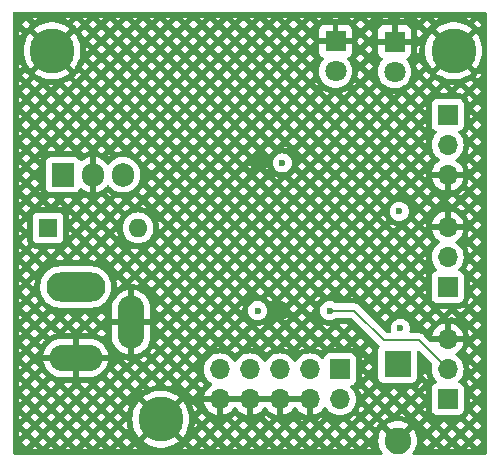
<source format=gbr>
%TF.GenerationSoftware,KiCad,Pcbnew,8.0.5*%
%TF.CreationDate,2024-11-04T19:37:10-07:00*%
%TF.ProjectId,ProjectPCB,50726f6a-6563-4745-9043-422e6b696361,rev?*%
%TF.SameCoordinates,Original*%
%TF.FileFunction,Copper,L4,Bot*%
%TF.FilePolarity,Positive*%
%FSLAX46Y46*%
G04 Gerber Fmt 4.6, Leading zero omitted, Abs format (unit mm)*
G04 Created by KiCad (PCBNEW 8.0.5) date 2024-11-04 19:37:10*
%MOMM*%
%LPD*%
G01*
G04 APERTURE LIST*
%TA.AperFunction,ComponentPad*%
%ADD10C,3.800000*%
%TD*%
%TA.AperFunction,ComponentPad*%
%ADD11O,5.000000X2.500000*%
%TD*%
%TA.AperFunction,ComponentPad*%
%ADD12O,4.500000X2.250000*%
%TD*%
%TA.AperFunction,ComponentPad*%
%ADD13O,2.250000X4.500000*%
%TD*%
%TA.AperFunction,ComponentPad*%
%ADD14R,1.700000X1.700000*%
%TD*%
%TA.AperFunction,ComponentPad*%
%ADD15O,1.700000X1.700000*%
%TD*%
%TA.AperFunction,ComponentPad*%
%ADD16R,2.250000X2.250000*%
%TD*%
%TA.AperFunction,ComponentPad*%
%ADD17C,2.250000*%
%TD*%
%TA.AperFunction,ComponentPad*%
%ADD18R,1.600000X1.600000*%
%TD*%
%TA.AperFunction,ComponentPad*%
%ADD19O,1.600000X1.600000*%
%TD*%
%TA.AperFunction,ComponentPad*%
%ADD20R,1.905000X2.000000*%
%TD*%
%TA.AperFunction,ComponentPad*%
%ADD21O,1.905000X2.000000*%
%TD*%
%TA.AperFunction,ComponentPad*%
%ADD22R,1.800000X1.800000*%
%TD*%
%TA.AperFunction,ComponentPad*%
%ADD23C,1.800000*%
%TD*%
%TA.AperFunction,ViaPad*%
%ADD24C,0.600000*%
%TD*%
%TA.AperFunction,Conductor*%
%ADD25C,0.200000*%
%TD*%
G04 APERTURE END LIST*
D10*
%TO.P,H3,1,1*%
%TO.N,GND*%
X158000000Y-86000000D03*
%TD*%
%TO.P,H2,1,1*%
%TO.N,GND*%
X133200000Y-117200000D03*
%TD*%
%TO.P,H1,1,1*%
%TO.N,GND*%
X124000000Y-86000000D03*
%TD*%
D11*
%TO.P,J5,1*%
%TO.N,Net-(SW2-A)*%
X126000000Y-106000000D03*
D12*
%TO.P,J5,2*%
%TO.N,GND*%
X126000000Y-112000000D03*
D13*
%TO.P,J5,3*%
X130700000Y-109000000D03*
%TD*%
D14*
%TO.P,J3,1,Pin_1*%
%TO.N,Net-(J3-Pin_1)*%
X157500000Y-106000000D03*
D15*
%TO.P,J3,2,Pin_2*%
%TO.N,Net-(J3-Pin_2)*%
X157500000Y-103460000D03*
%TO.P,J3,3,Pin_3*%
%TO.N,GND*%
X157500000Y-100920000D03*
%TD*%
D16*
%TO.P,SW1,1,1*%
%TO.N,Net-(J1-Pin_5)*%
X153250000Y-112500000D03*
D17*
%TO.P,SW1,2,2*%
%TO.N,GND*%
X153250000Y-119000000D03*
%TD*%
D18*
%TO.P,SW2,1,A*%
%TO.N,Net-(SW2-A)*%
X123660000Y-101000000D03*
D19*
%TO.P,SW2,2,B*%
%TO.N,Net-(SW2-B)*%
X131280000Y-101000000D03*
%TD*%
D14*
%TO.P,J1,1,Pin_1*%
%TO.N,Net-(J1-Pin_1)*%
X148375000Y-112975000D03*
D15*
%TO.P,J1,2,Pin_2*%
%TO.N,+5V*%
X148375000Y-115515000D03*
%TO.P,J1,3,Pin_3*%
%TO.N,unconnected-(J1-Pin_3-Pad3)*%
X145835000Y-112975000D03*
%TO.P,J1,4,Pin_4*%
%TO.N,GND*%
X145835000Y-115515000D03*
%TO.P,J1,5,Pin_5*%
%TO.N,Net-(J1-Pin_5)*%
X143295000Y-112975000D03*
%TO.P,J1,6,Pin_6*%
%TO.N,GND*%
X143295000Y-115515000D03*
%TO.P,J1,7,Pin_7*%
%TO.N,Net-(J1-Pin_7)*%
X140755000Y-112975000D03*
%TO.P,J1,8,Pin_8*%
%TO.N,GND*%
X140755000Y-115515000D03*
%TO.P,J1,9,Pin_9*%
%TO.N,Net-(J1-Pin_9)*%
X138215000Y-112975000D03*
%TO.P,J1,10,Pin_10*%
%TO.N,GND*%
X138215000Y-115515000D03*
%TD*%
D20*
%TO.P,U2,1,VI*%
%TO.N,Net-(SW2-B)*%
X124920000Y-96500000D03*
D21*
%TO.P,U2,2,GND*%
%TO.N,GND*%
X127460000Y-96500000D03*
%TO.P,U2,3,VO*%
%TO.N,+5V*%
X130000000Y-96500000D03*
%TD*%
D14*
%TO.P,J2,1,Pin_1*%
%TO.N,+5V*%
X157500000Y-115500000D03*
D15*
%TO.P,J2,2,Pin_2*%
%TO.N,Net-(J2-Pin_2)*%
X157500000Y-112960000D03*
%TO.P,J2,3,Pin_3*%
%TO.N,GND*%
X157500000Y-110420000D03*
%TD*%
D22*
%TO.P,D2,1,K*%
%TO.N,GND*%
X153000000Y-85225000D03*
D23*
%TO.P,D2,2,A*%
%TO.N,Net-(D2-A)*%
X153000000Y-87765000D03*
%TD*%
D22*
%TO.P,D1,1,K*%
%TO.N,GND*%
X148000000Y-85185000D03*
D23*
%TO.P,D1,2,A*%
%TO.N,Net-(D1-A)*%
X148000000Y-87725000D03*
%TD*%
D14*
%TO.P,J4,1,Pin_1*%
%TO.N,Net-(J4-Pin_1)*%
X157500000Y-91420000D03*
D15*
%TO.P,J4,2,Pin_2*%
%TO.N,+5V*%
X157500000Y-93960000D03*
%TO.P,J4,3,Pin_3*%
%TO.N,GND*%
X157500000Y-96500000D03*
%TD*%
D24*
%TO.N,GND*%
X141500000Y-95500000D03*
X143400000Y-108000000D03*
%TO.N,+5V*%
X141400000Y-108000000D03*
X143500000Y-95500000D03*
X153400000Y-99600000D03*
X153500000Y-109500000D03*
%TO.N,Net-(J2-Pin_2)*%
X147500000Y-108000000D03*
%TD*%
D25*
%TO.N,Net-(J2-Pin_2)*%
X152100000Y-110500000D02*
X149600000Y-108000000D01*
X149600000Y-108000000D02*
X147500000Y-108000000D01*
X157500000Y-112960000D02*
X155040000Y-110500000D01*
X155040000Y-110500000D02*
X152100000Y-110500000D01*
%TD*%
%TA.AperFunction,Conductor*%
%TO.N,GND*%
G36*
X140289075Y-115322007D02*
G01*
X140255000Y-115449174D01*
X140255000Y-115580826D01*
X140289075Y-115707993D01*
X140321988Y-115765000D01*
X138648012Y-115765000D01*
X138680925Y-115707993D01*
X138715000Y-115580826D01*
X138715000Y-115449174D01*
X138680925Y-115322007D01*
X138648012Y-115265000D01*
X140321988Y-115265000D01*
X140289075Y-115322007D01*
G37*
%TD.AperFunction*%
%TA.AperFunction,Conductor*%
G36*
X142829075Y-115322007D02*
G01*
X142795000Y-115449174D01*
X142795000Y-115580826D01*
X142829075Y-115707993D01*
X142861988Y-115765000D01*
X141188012Y-115765000D01*
X141220925Y-115707993D01*
X141255000Y-115580826D01*
X141255000Y-115449174D01*
X141220925Y-115322007D01*
X141188012Y-115265000D01*
X142861988Y-115265000D01*
X142829075Y-115322007D01*
G37*
%TD.AperFunction*%
%TA.AperFunction,Conductor*%
G36*
X145369075Y-115322007D02*
G01*
X145335000Y-115449174D01*
X145335000Y-115580826D01*
X145369075Y-115707993D01*
X145401988Y-115765000D01*
X143728012Y-115765000D01*
X143760925Y-115707993D01*
X143795000Y-115580826D01*
X143795000Y-115449174D01*
X143760925Y-115322007D01*
X143728012Y-115265000D01*
X145401988Y-115265000D01*
X145369075Y-115322007D01*
G37*
%TD.AperFunction*%
%TA.AperFunction,Conductor*%
G36*
X160742539Y-82720185D02*
G01*
X160788294Y-82772989D01*
X160799500Y-82824500D01*
X160799500Y-120075500D01*
X160779815Y-120142539D01*
X160727011Y-120188294D01*
X160675500Y-120199500D01*
X154631524Y-120199500D01*
X154564485Y-120179815D01*
X154518730Y-120127011D01*
X154508786Y-120057853D01*
X154537233Y-119994969D01*
X154568720Y-119958101D01*
X154568721Y-119958100D01*
X154702363Y-119740015D01*
X154702365Y-119740012D01*
X154718317Y-119701500D01*
X156247753Y-119701500D01*
X156691138Y-119701500D01*
X157661967Y-119701500D01*
X158105351Y-119701500D01*
X159076181Y-119701500D01*
X159519565Y-119701500D01*
X159297873Y-119479808D01*
X159076181Y-119701500D01*
X158105351Y-119701500D01*
X157883659Y-119479808D01*
X157661967Y-119701500D01*
X156691138Y-119701500D01*
X156469445Y-119479807D01*
X156247753Y-119701500D01*
X154718317Y-119701500D01*
X154800247Y-119503702D01*
X154859957Y-119254989D01*
X154869977Y-119127669D01*
X155407370Y-119127669D01*
X155762339Y-119482638D01*
X156117307Y-119127670D01*
X156821584Y-119127670D01*
X157176552Y-119482638D01*
X157531520Y-119127670D01*
X158235798Y-119127670D01*
X158590766Y-119482638D01*
X158945734Y-119127670D01*
X159650011Y-119127670D01*
X160004979Y-119482638D01*
X160301500Y-119186117D01*
X160301500Y-119069222D01*
X160004979Y-118772701D01*
X159650011Y-119127670D01*
X158945734Y-119127670D01*
X158590766Y-118772702D01*
X158235798Y-119127670D01*
X157531520Y-119127670D01*
X157176552Y-118772702D01*
X156821584Y-119127670D01*
X156117307Y-119127670D01*
X155762338Y-118772701D01*
X155407370Y-119127669D01*
X154869977Y-119127669D01*
X154880024Y-119000000D01*
X154859957Y-118745010D01*
X154800247Y-118496297D01*
X154702365Y-118259987D01*
X154702363Y-118259984D01*
X154693756Y-118245939D01*
X155235576Y-118245939D01*
X155264079Y-118314751D01*
X155265854Y-118319285D01*
X155269248Y-118328485D01*
X155270840Y-118333074D01*
X155276887Y-118351679D01*
X155278301Y-118356341D01*
X155280970Y-118365802D01*
X155282202Y-118370522D01*
X155316670Y-118514092D01*
X155410198Y-118420563D01*
X156114477Y-118420563D01*
X156469445Y-118775531D01*
X156824414Y-118420563D01*
X157528691Y-118420563D01*
X157883659Y-118775531D01*
X158238627Y-118420563D01*
X158942905Y-118420563D01*
X159297873Y-118775531D01*
X159652841Y-118420563D01*
X159297873Y-118065595D01*
X158942905Y-118420563D01*
X158238627Y-118420563D01*
X157883659Y-118065595D01*
X157528691Y-118420563D01*
X156824414Y-118420563D01*
X156469445Y-118065594D01*
X156114477Y-118420563D01*
X155410198Y-118420563D01*
X155410199Y-118420562D01*
X155235576Y-118245939D01*
X154693756Y-118245939D01*
X154568719Y-118041897D01*
X154565465Y-118038087D01*
X153851041Y-118752510D01*
X153826022Y-118692110D01*
X153754888Y-118585649D01*
X153664351Y-118495112D01*
X153557890Y-118423978D01*
X153497488Y-118398958D01*
X154182989Y-117713456D01*
X155407371Y-117713456D01*
X155762339Y-118068424D01*
X156117307Y-117713456D01*
X156117306Y-117713455D01*
X156821583Y-117713455D01*
X157176552Y-118068424D01*
X157531520Y-117713456D01*
X157531519Y-117713455D01*
X158235797Y-117713455D01*
X158590766Y-118068424D01*
X158945734Y-117713456D01*
X159650011Y-117713456D01*
X160004979Y-118068424D01*
X160301500Y-117771903D01*
X160301500Y-117655008D01*
X160004979Y-117358487D01*
X159650011Y-117713456D01*
X158945734Y-117713456D01*
X158590765Y-117358487D01*
X158235797Y-117713455D01*
X157531519Y-117713455D01*
X157176551Y-117358487D01*
X156821583Y-117713455D01*
X156117306Y-117713455D01*
X155762339Y-117358488D01*
X155407371Y-117713456D01*
X154182989Y-117713456D01*
X154211912Y-117684533D01*
X154208107Y-117681284D01*
X154208098Y-117681277D01*
X153990015Y-117547636D01*
X153990012Y-117547634D01*
X153753702Y-117449752D01*
X153504988Y-117390042D01*
X153504989Y-117390042D01*
X153250000Y-117369975D01*
X152995010Y-117390042D01*
X152746297Y-117449752D01*
X152509987Y-117547634D01*
X152509984Y-117547636D01*
X152291893Y-117681282D01*
X152288086Y-117684532D01*
X153002512Y-118398958D01*
X152942110Y-118423978D01*
X152835649Y-118495112D01*
X152745112Y-118585649D01*
X152673978Y-118692110D01*
X152648958Y-118752512D01*
X151934532Y-118038086D01*
X151931282Y-118041893D01*
X151797636Y-118259984D01*
X151797634Y-118259987D01*
X151699752Y-118496297D01*
X151640042Y-118745010D01*
X151619975Y-119000000D01*
X151640042Y-119254989D01*
X151699752Y-119503702D01*
X151797634Y-119740012D01*
X151797636Y-119740015D01*
X151931278Y-119958100D01*
X151931279Y-119958101D01*
X151962767Y-119994969D01*
X151991337Y-120058730D01*
X151980899Y-120127816D01*
X151934768Y-120180292D01*
X151868476Y-120199500D01*
X120824500Y-120199500D01*
X120757461Y-120179815D01*
X120711706Y-120127011D01*
X120700500Y-120075500D01*
X120700500Y-119701500D01*
X122306628Y-119701500D01*
X122750012Y-119701500D01*
X123720842Y-119701500D01*
X124164226Y-119701500D01*
X125135055Y-119701500D01*
X125578439Y-119701500D01*
X126549269Y-119701500D01*
X126992653Y-119701500D01*
X127963482Y-119701500D01*
X128406866Y-119701500D01*
X129377696Y-119701500D01*
X129821080Y-119701500D01*
X130791909Y-119701500D01*
X131235294Y-119701500D01*
X135034550Y-119701500D01*
X135477934Y-119701500D01*
X136448764Y-119701500D01*
X136892148Y-119701500D01*
X137862977Y-119701500D01*
X138306361Y-119701500D01*
X139277191Y-119701500D01*
X139720575Y-119701500D01*
X140691404Y-119701500D01*
X141134788Y-119701500D01*
X142105618Y-119701500D01*
X142549002Y-119701500D01*
X143519831Y-119701500D01*
X143963216Y-119701500D01*
X144934045Y-119701500D01*
X145377429Y-119701500D01*
X146348259Y-119701500D01*
X146791643Y-119701500D01*
X147762472Y-119701500D01*
X148205856Y-119701500D01*
X149176686Y-119701500D01*
X149620070Y-119701500D01*
X150590899Y-119701500D01*
X151034283Y-119701500D01*
X150812591Y-119479808D01*
X150590899Y-119701500D01*
X149620070Y-119701500D01*
X149398378Y-119479808D01*
X149176686Y-119701500D01*
X148205856Y-119701500D01*
X147984164Y-119479808D01*
X147762472Y-119701500D01*
X146791643Y-119701500D01*
X146569951Y-119479808D01*
X146348259Y-119701500D01*
X145377429Y-119701500D01*
X145155737Y-119479808D01*
X144934045Y-119701500D01*
X143963216Y-119701500D01*
X143741523Y-119479807D01*
X143519831Y-119701500D01*
X142549002Y-119701500D01*
X142327310Y-119479808D01*
X142105618Y-119701500D01*
X141134788Y-119701500D01*
X140913096Y-119479808D01*
X140691404Y-119701500D01*
X139720575Y-119701500D01*
X139498883Y-119479808D01*
X139277191Y-119701500D01*
X138306361Y-119701500D01*
X138084669Y-119479808D01*
X137862977Y-119701500D01*
X136892148Y-119701500D01*
X136670456Y-119479808D01*
X136448764Y-119701500D01*
X135477934Y-119701500D01*
X135256242Y-119479808D01*
X135034550Y-119701500D01*
X131235294Y-119701500D01*
X131013601Y-119479807D01*
X130791909Y-119701500D01*
X129821080Y-119701500D01*
X129599388Y-119479808D01*
X129377696Y-119701500D01*
X128406866Y-119701500D01*
X128185174Y-119479808D01*
X127963482Y-119701500D01*
X126992653Y-119701500D01*
X126770961Y-119479808D01*
X126549269Y-119701500D01*
X125578439Y-119701500D01*
X125356747Y-119479808D01*
X125135055Y-119701500D01*
X124164226Y-119701500D01*
X123942534Y-119479808D01*
X123720842Y-119701500D01*
X122750012Y-119701500D01*
X122528320Y-119479808D01*
X122306628Y-119701500D01*
X120700500Y-119701500D01*
X120700500Y-119127670D01*
X121466245Y-119127670D01*
X121821213Y-119482638D01*
X122176181Y-119127670D01*
X122880459Y-119127670D01*
X123235427Y-119482638D01*
X123590395Y-119127670D01*
X124294672Y-119127670D01*
X124649640Y-119482638D01*
X125004608Y-119127670D01*
X125708886Y-119127670D01*
X126063854Y-119482638D01*
X126418822Y-119127670D01*
X127123099Y-119127670D01*
X127478067Y-119482638D01*
X127833036Y-119127670D01*
X128537313Y-119127670D01*
X128892281Y-119482638D01*
X129247249Y-119127670D01*
X129951527Y-119127670D01*
X130306495Y-119482638D01*
X130661463Y-119127670D01*
X130306495Y-118772702D01*
X129951527Y-119127670D01*
X129247249Y-119127670D01*
X128892281Y-118772702D01*
X128537313Y-119127670D01*
X127833036Y-119127670D01*
X127478067Y-118772701D01*
X127123099Y-119127670D01*
X126418822Y-119127670D01*
X126063854Y-118772702D01*
X125708886Y-119127670D01*
X125004608Y-119127670D01*
X124649640Y-118772702D01*
X124294672Y-119127670D01*
X123590395Y-119127670D01*
X123235427Y-118772702D01*
X122880459Y-119127670D01*
X122176181Y-119127670D01*
X121821213Y-118772702D01*
X121466245Y-119127670D01*
X120700500Y-119127670D01*
X120700500Y-118691137D01*
X121198500Y-118691137D01*
X121469074Y-118420563D01*
X122173352Y-118420563D01*
X122528320Y-118775531D01*
X122883288Y-118420563D01*
X123587566Y-118420563D01*
X123942534Y-118775531D01*
X124297502Y-118420563D01*
X125001779Y-118420563D01*
X125356747Y-118775531D01*
X125711715Y-118420563D01*
X126415993Y-118420563D01*
X126770961Y-118775531D01*
X127125929Y-118420563D01*
X127830206Y-118420563D01*
X128185174Y-118775531D01*
X128540142Y-118420563D01*
X129244420Y-118420563D01*
X129599388Y-118775531D01*
X129954356Y-118420563D01*
X129599388Y-118065595D01*
X129244420Y-118420563D01*
X128540142Y-118420563D01*
X128185174Y-118065595D01*
X127830206Y-118420563D01*
X127125929Y-118420563D01*
X126770961Y-118065595D01*
X126415993Y-118420563D01*
X125711715Y-118420563D01*
X125356747Y-118065595D01*
X125001779Y-118420563D01*
X124297502Y-118420563D01*
X123942534Y-118065595D01*
X123587566Y-118420563D01*
X122883288Y-118420563D01*
X122528320Y-118065595D01*
X122173352Y-118420563D01*
X121469074Y-118420563D01*
X121198500Y-118149988D01*
X121198500Y-118691137D01*
X120700500Y-118691137D01*
X120700500Y-117713456D01*
X121466245Y-117713456D01*
X121821213Y-118068424D01*
X122176181Y-117713456D01*
X122880459Y-117713456D01*
X123235427Y-118068424D01*
X123590395Y-117713456D01*
X124294672Y-117713456D01*
X124649640Y-118068424D01*
X125004608Y-117713456D01*
X125708886Y-117713456D01*
X126063854Y-118068424D01*
X126418822Y-117713456D01*
X127123099Y-117713456D01*
X127478067Y-118068424D01*
X127833036Y-117713456D01*
X128537313Y-117713456D01*
X128892281Y-118068424D01*
X129247249Y-117713456D01*
X129951527Y-117713456D01*
X130306494Y-118068423D01*
X130403508Y-117971409D01*
X130394760Y-117944484D01*
X130393616Y-117940767D01*
X130391423Y-117933220D01*
X130390392Y-117929452D01*
X130386501Y-117914295D01*
X130385591Y-117910502D01*
X130383879Y-117902840D01*
X130383091Y-117899035D01*
X130323572Y-117587025D01*
X130322905Y-117583202D01*
X130321676Y-117575448D01*
X130321125Y-117571575D01*
X130319164Y-117556050D01*
X130318737Y-117552188D01*
X130317997Y-117544365D01*
X130317691Y-117540474D01*
X130306256Y-117358726D01*
X129951527Y-117713456D01*
X129247249Y-117713456D01*
X128892281Y-117358488D01*
X128537313Y-117713456D01*
X127833036Y-117713456D01*
X127478067Y-117358487D01*
X127123099Y-117713456D01*
X126418822Y-117713456D01*
X126063854Y-117358488D01*
X125708886Y-117713456D01*
X125004608Y-117713456D01*
X124649640Y-117358488D01*
X124294672Y-117713456D01*
X123590395Y-117713456D01*
X123235427Y-117358488D01*
X122880459Y-117713456D01*
X122176181Y-117713456D01*
X121821213Y-117358488D01*
X121466245Y-117713456D01*
X120700500Y-117713456D01*
X120700500Y-117276923D01*
X121198500Y-117276923D01*
X121469074Y-117006349D01*
X122173352Y-117006349D01*
X122528320Y-117361317D01*
X122883288Y-117006349D01*
X123587566Y-117006349D01*
X123942534Y-117361317D01*
X124297502Y-117006349D01*
X125001779Y-117006349D01*
X125356747Y-117361317D01*
X125711715Y-117006349D01*
X126415993Y-117006349D01*
X126770961Y-117361317D01*
X127125929Y-117006349D01*
X127830206Y-117006349D01*
X128185174Y-117361317D01*
X128540142Y-117006349D01*
X129244420Y-117006349D01*
X129599388Y-117361317D01*
X129760711Y-117199994D01*
X130795255Y-117199994D01*
X130795255Y-117200005D01*
X130814215Y-117501383D01*
X130814216Y-117501390D01*
X130870805Y-117798040D01*
X130964125Y-118085247D01*
X130964127Y-118085252D01*
X131092704Y-118358491D01*
X131092707Y-118358497D01*
X131254516Y-118613469D01*
X131335311Y-118711133D01*
X132263708Y-117782736D01*
X132360967Y-117916602D01*
X132483398Y-118039033D01*
X132617262Y-118136290D01*
X131686564Y-119066987D01*
X131686565Y-119066989D01*
X131911461Y-119230385D01*
X131911479Y-119230397D01*
X132176109Y-119375878D01*
X132176117Y-119375882D01*
X132456889Y-119487047D01*
X132456892Y-119487048D01*
X132749399Y-119562150D01*
X133048995Y-119599999D01*
X133049007Y-119600000D01*
X133350993Y-119600000D01*
X133351004Y-119599999D01*
X133650600Y-119562150D01*
X133943107Y-119487048D01*
X133943110Y-119487047D01*
X134223882Y-119375882D01*
X134223890Y-119375878D01*
X134488520Y-119230397D01*
X134488530Y-119230390D01*
X134629911Y-119127670D01*
X135608381Y-119127670D01*
X135963349Y-119482638D01*
X136318317Y-119127670D01*
X137022594Y-119127670D01*
X137377562Y-119482638D01*
X137732530Y-119127670D01*
X138436808Y-119127670D01*
X138791776Y-119482638D01*
X139146744Y-119127670D01*
X139851022Y-119127670D01*
X140205990Y-119482638D01*
X140560958Y-119127670D01*
X141265235Y-119127670D01*
X141620203Y-119482638D01*
X141975171Y-119127670D01*
X142679449Y-119127670D01*
X143034417Y-119482638D01*
X143389385Y-119127670D01*
X144093662Y-119127670D01*
X144448630Y-119482638D01*
X144803598Y-119127670D01*
X145507876Y-119127670D01*
X145862844Y-119482638D01*
X146217812Y-119127670D01*
X146922089Y-119127670D01*
X147277057Y-119482638D01*
X147632025Y-119127670D01*
X148336303Y-119127670D01*
X148691271Y-119482638D01*
X149046239Y-119127670D01*
X149750516Y-119127670D01*
X150105484Y-119482638D01*
X150460453Y-119127670D01*
X150105484Y-118772701D01*
X149750516Y-119127670D01*
X149046239Y-119127670D01*
X148691271Y-118772702D01*
X148336303Y-119127670D01*
X147632025Y-119127670D01*
X147277057Y-118772702D01*
X146922089Y-119127670D01*
X146217812Y-119127670D01*
X145862844Y-118772702D01*
X145507876Y-119127670D01*
X144803598Y-119127670D01*
X144448630Y-118772702D01*
X144093662Y-119127670D01*
X143389385Y-119127670D01*
X143034417Y-118772702D01*
X142679449Y-119127670D01*
X141975171Y-119127670D01*
X141620203Y-118772702D01*
X141265235Y-119127670D01*
X140560958Y-119127670D01*
X140205990Y-118772702D01*
X139851022Y-119127670D01*
X139146744Y-119127670D01*
X138791776Y-118772702D01*
X138436808Y-119127670D01*
X137732530Y-119127670D01*
X137377562Y-118772701D01*
X137022594Y-119127670D01*
X136318317Y-119127670D01*
X135963349Y-118772702D01*
X135608381Y-119127670D01*
X134629911Y-119127670D01*
X134713433Y-119066987D01*
X134713434Y-119066987D01*
X133782737Y-118136290D01*
X133916602Y-118039033D01*
X134039033Y-117916602D01*
X134136290Y-117782737D01*
X135064687Y-118711134D01*
X135145486Y-118613464D01*
X135267904Y-118420563D01*
X136315488Y-118420563D01*
X136670456Y-118775531D01*
X137025424Y-118420563D01*
X137729701Y-118420563D01*
X138084669Y-118775531D01*
X138439637Y-118420563D01*
X139143915Y-118420563D01*
X139498883Y-118775531D01*
X139853851Y-118420563D01*
X140558128Y-118420563D01*
X140913096Y-118775531D01*
X141268064Y-118420563D01*
X141972342Y-118420563D01*
X142327310Y-118775531D01*
X142682278Y-118420563D01*
X143386555Y-118420563D01*
X143741523Y-118775531D01*
X144096491Y-118420563D01*
X144800769Y-118420563D01*
X145155737Y-118775531D01*
X145510705Y-118420563D01*
X146214983Y-118420563D01*
X146569951Y-118775531D01*
X146924919Y-118420563D01*
X147629196Y-118420563D01*
X147984164Y-118775531D01*
X148339132Y-118420563D01*
X149043410Y-118420563D01*
X149398378Y-118775531D01*
X149753346Y-118420563D01*
X150457623Y-118420563D01*
X150812590Y-118775530D01*
X151167558Y-118420562D01*
X150812591Y-118065595D01*
X150457623Y-118420563D01*
X149753346Y-118420563D01*
X149398378Y-118065595D01*
X149043410Y-118420563D01*
X148339132Y-118420563D01*
X147984164Y-118065595D01*
X147629196Y-118420563D01*
X146924919Y-118420563D01*
X146569951Y-118065595D01*
X146214983Y-118420563D01*
X145510705Y-118420563D01*
X145155737Y-118065595D01*
X144800769Y-118420563D01*
X144096491Y-118420563D01*
X143741523Y-118065594D01*
X143386555Y-118420563D01*
X142682278Y-118420563D01*
X142327310Y-118065595D01*
X141972342Y-118420563D01*
X141268064Y-118420563D01*
X140913096Y-118065595D01*
X140558128Y-118420563D01*
X139853851Y-118420563D01*
X139498883Y-118065595D01*
X139143915Y-118420563D01*
X138439637Y-118420563D01*
X138084669Y-118065595D01*
X137729701Y-118420563D01*
X137025424Y-118420563D01*
X136670456Y-118065595D01*
X136315488Y-118420563D01*
X135267904Y-118420563D01*
X135307292Y-118358497D01*
X135307295Y-118358491D01*
X135435872Y-118085252D01*
X135435874Y-118085247D01*
X135442120Y-118066024D01*
X135965748Y-118066024D01*
X136318317Y-117713456D01*
X137022594Y-117713456D01*
X137377562Y-118068424D01*
X137732530Y-117713456D01*
X138436808Y-117713456D01*
X138791776Y-118068424D01*
X139146744Y-117713456D01*
X139851022Y-117713456D01*
X140205990Y-118068424D01*
X140560958Y-117713456D01*
X141265235Y-117713456D01*
X141620203Y-118068424D01*
X141975171Y-117713456D01*
X141975170Y-117713455D01*
X142679448Y-117713455D01*
X143034417Y-118068424D01*
X143389385Y-117713456D01*
X144093662Y-117713456D01*
X144448630Y-118068424D01*
X144803598Y-117713456D01*
X145507876Y-117713456D01*
X145862844Y-118068424D01*
X146217812Y-117713456D01*
X146922089Y-117713456D01*
X147277057Y-118068424D01*
X147632025Y-117713456D01*
X147632024Y-117713455D01*
X148336302Y-117713455D01*
X148691271Y-118068424D01*
X149046239Y-117713456D01*
X149750516Y-117713456D01*
X150105484Y-118068424D01*
X150460453Y-117713456D01*
X151164730Y-117713456D01*
X151402671Y-117951397D01*
X151511770Y-117773364D01*
X151514389Y-117769272D01*
X151519833Y-117761123D01*
X151522613Y-117757133D01*
X151534095Y-117741325D01*
X151537032Y-117737444D01*
X151543105Y-117729738D01*
X151546189Y-117725979D01*
X151624959Y-117633713D01*
X151665134Y-117602664D01*
X151731615Y-117570405D01*
X151519698Y-117358488D01*
X151164730Y-117713456D01*
X150460453Y-117713456D01*
X150105484Y-117358487D01*
X149750516Y-117713456D01*
X149046239Y-117713456D01*
X148691270Y-117358487D01*
X148336302Y-117713455D01*
X147632024Y-117713455D01*
X147277057Y-117358488D01*
X146922089Y-117713456D01*
X146217812Y-117713456D01*
X145862844Y-117358488D01*
X145507876Y-117713456D01*
X144803598Y-117713456D01*
X144448630Y-117358488D01*
X144093662Y-117713456D01*
X143389385Y-117713456D01*
X143034416Y-117358487D01*
X142679448Y-117713455D01*
X141975170Y-117713455D01*
X141620203Y-117358488D01*
X141265235Y-117713456D01*
X140560958Y-117713456D01*
X140205990Y-117358488D01*
X139851022Y-117713456D01*
X139146744Y-117713456D01*
X138791776Y-117358488D01*
X138436808Y-117713456D01*
X137732530Y-117713456D01*
X137377562Y-117358487D01*
X137022594Y-117713456D01*
X136318317Y-117713456D01*
X136086039Y-117481178D01*
X136082309Y-117540474D01*
X136082003Y-117544365D01*
X136081263Y-117552188D01*
X136080836Y-117556050D01*
X136078875Y-117571575D01*
X136078324Y-117575448D01*
X136077095Y-117583202D01*
X136076428Y-117587025D01*
X136016909Y-117899035D01*
X136016121Y-117902840D01*
X136014409Y-117910502D01*
X136013499Y-117914295D01*
X136009608Y-117929452D01*
X136008577Y-117933220D01*
X136006384Y-117940767D01*
X136005240Y-117944485D01*
X135965748Y-118066024D01*
X135442120Y-118066024D01*
X135529194Y-117798040D01*
X135585783Y-117501390D01*
X135585784Y-117501383D01*
X135604745Y-117200005D01*
X135604745Y-117199994D01*
X135592562Y-117006349D01*
X136315488Y-117006349D01*
X136670456Y-117361317D01*
X136958251Y-117073522D01*
X139211088Y-117073522D01*
X139498882Y-117361316D01*
X139775241Y-117084957D01*
X139662979Y-117006349D01*
X141972342Y-117006349D01*
X142327309Y-117361316D01*
X142503613Y-117185012D01*
X142397108Y-117135348D01*
X142392265Y-117132960D01*
X142382591Y-117127925D01*
X142382046Y-117127626D01*
X144922046Y-117127626D01*
X145155736Y-117361316D01*
X145246539Y-117270513D01*
X145232117Y-117266649D01*
X145226921Y-117265135D01*
X145216509Y-117261852D01*
X145211382Y-117260111D01*
X145203957Y-117257408D01*
X146466042Y-117257408D01*
X146569951Y-117361317D01*
X146763588Y-117167679D01*
X149204740Y-117167679D01*
X149398378Y-117361317D01*
X149753346Y-117006349D01*
X150457623Y-117006349D01*
X150812591Y-117361317D01*
X151167559Y-117006349D01*
X151871837Y-117006349D01*
X152087782Y-117222294D01*
X152258118Y-117117913D01*
X152262314Y-117115453D01*
X152270877Y-117110657D01*
X152275174Y-117108360D01*
X152292605Y-117099478D01*
X152296980Y-117097356D01*
X152305900Y-117093243D01*
X152310370Y-117091288D01*
X152562342Y-116986918D01*
X152458404Y-116882980D01*
X153409417Y-116882980D01*
X153553820Y-116894345D01*
X153558676Y-116894824D01*
X153568436Y-116895980D01*
X153573253Y-116896646D01*
X153592575Y-116899707D01*
X153597367Y-116900563D01*
X153606988Y-116902477D01*
X153611741Y-116903520D01*
X153879478Y-116967798D01*
X153884198Y-116969030D01*
X153893659Y-116971699D01*
X153898321Y-116973113D01*
X153916926Y-116979160D01*
X153921515Y-116980752D01*
X153930715Y-116984146D01*
X153935249Y-116985921D01*
X153992640Y-117009693D01*
X153995985Y-117006349D01*
X154700264Y-117006349D01*
X155055232Y-117361317D01*
X155326297Y-117090252D01*
X159026808Y-117090252D01*
X159297873Y-117361317D01*
X159652841Y-117006349D01*
X159301813Y-116655321D01*
X159254178Y-116783039D01*
X159250790Y-116791218D01*
X159243371Y-116807463D01*
X159239408Y-116815379D01*
X159222348Y-116846621D01*
X159217835Y-116854229D01*
X159208181Y-116869252D01*
X159203129Y-116876528D01*
X159095547Y-117020237D01*
X159089996Y-117027126D01*
X159078303Y-117040621D01*
X159072269Y-117047101D01*
X159047101Y-117072269D01*
X159040621Y-117078303D01*
X159027126Y-117089996D01*
X159026808Y-117090252D01*
X155326297Y-117090252D01*
X155410200Y-117006349D01*
X155055232Y-116651381D01*
X154700264Y-117006349D01*
X153995985Y-117006349D01*
X153995986Y-117006348D01*
X153641017Y-116651380D01*
X153409417Y-116882980D01*
X152458404Y-116882980D01*
X152226805Y-116651381D01*
X151871837Y-117006349D01*
X151167559Y-117006349D01*
X150812591Y-116651381D01*
X150457623Y-117006349D01*
X149753346Y-117006349D01*
X149625585Y-116878588D01*
X149590858Y-116913317D01*
X149586947Y-116917060D01*
X149578907Y-116924427D01*
X149574846Y-116927989D01*
X149558194Y-116941963D01*
X149553970Y-116945353D01*
X149545310Y-116951998D01*
X149540948Y-116955197D01*
X149329567Y-117103208D01*
X149325066Y-117106215D01*
X149315861Y-117112079D01*
X149311237Y-117114885D01*
X149292411Y-117125754D01*
X149287660Y-117128360D01*
X149277986Y-117133395D01*
X149273143Y-117135783D01*
X149204740Y-117167679D01*
X146763588Y-117167679D01*
X146920009Y-117011258D01*
X146789317Y-117102772D01*
X146784811Y-117105783D01*
X146775605Y-117111647D01*
X146770986Y-117114450D01*
X146752160Y-117125319D01*
X146747409Y-117127925D01*
X146737735Y-117132960D01*
X146732892Y-117135348D01*
X146499108Y-117244364D01*
X146494158Y-117246542D01*
X146484084Y-117250715D01*
X146479045Y-117252675D01*
X146466042Y-117257408D01*
X145203957Y-117257408D01*
X145190955Y-117252675D01*
X145185916Y-117250715D01*
X145175842Y-117246542D01*
X145170892Y-117244364D01*
X144937108Y-117135348D01*
X144932265Y-117132960D01*
X144922591Y-117127925D01*
X144922046Y-117127626D01*
X142382046Y-117127626D01*
X142377840Y-117125319D01*
X142359014Y-117114450D01*
X142354395Y-117111647D01*
X142345189Y-117105783D01*
X142340683Y-117102772D01*
X142129378Y-116954812D01*
X142125020Y-116951618D01*
X142116367Y-116944979D01*
X142112146Y-116941590D01*
X142095494Y-116927618D01*
X142091423Y-116924048D01*
X142083377Y-116916675D01*
X142079470Y-116912935D01*
X142072613Y-116906078D01*
X141972342Y-117006349D01*
X139662979Y-117006349D01*
X139589378Y-116954812D01*
X139585020Y-116951618D01*
X139576367Y-116944979D01*
X139572146Y-116941590D01*
X139555494Y-116927618D01*
X139551423Y-116924048D01*
X139543377Y-116916675D01*
X139539470Y-116912935D01*
X139485000Y-116858465D01*
X139430530Y-116912935D01*
X139426623Y-116916675D01*
X139418577Y-116924048D01*
X139414506Y-116927618D01*
X139397854Y-116941590D01*
X139393633Y-116944979D01*
X139384980Y-116951618D01*
X139380622Y-116954812D01*
X139211088Y-117073522D01*
X136958251Y-117073522D01*
X137025424Y-117006349D01*
X136670456Y-116651381D01*
X136315488Y-117006349D01*
X135592562Y-117006349D01*
X135585784Y-116898616D01*
X135585783Y-116898609D01*
X135529194Y-116601959D01*
X135435874Y-116314752D01*
X135435872Y-116314747D01*
X135309995Y-116047245D01*
X135860376Y-116047245D01*
X135889811Y-116109796D01*
X135891417Y-116113351D01*
X135894538Y-116120564D01*
X135896028Y-116124164D01*
X135901788Y-116138714D01*
X135903164Y-116142354D01*
X135905823Y-116149740D01*
X135907084Y-116153424D01*
X136005240Y-116455516D01*
X136006384Y-116459233D01*
X136008577Y-116466780D01*
X136009608Y-116470548D01*
X136013499Y-116485705D01*
X136014409Y-116489498D01*
X136016121Y-116497160D01*
X136016909Y-116500965D01*
X136032878Y-116584681D01*
X136318317Y-116299242D01*
X135963348Y-115944273D01*
X135860376Y-116047245D01*
X135309995Y-116047245D01*
X135307295Y-116041508D01*
X135307292Y-116041502D01*
X135145483Y-115786530D01*
X135064686Y-115688864D01*
X134136289Y-116617261D01*
X134039033Y-116483398D01*
X133916602Y-116360967D01*
X133782736Y-116263709D01*
X134713434Y-115333011D01*
X134713433Y-115333009D01*
X134488538Y-115169614D01*
X134488520Y-115169602D01*
X134223890Y-115024121D01*
X134223882Y-115024117D01*
X133943110Y-114912952D01*
X133943107Y-114912951D01*
X133834356Y-114885029D01*
X135608381Y-114885029D01*
X135963349Y-115239997D01*
X136318317Y-114885029D01*
X135963349Y-114530061D01*
X135608381Y-114885029D01*
X133834356Y-114885029D01*
X133650600Y-114837849D01*
X133351004Y-114800000D01*
X133048995Y-114800000D01*
X132749399Y-114837849D01*
X132456892Y-114912951D01*
X132456889Y-114912952D01*
X132176117Y-115024117D01*
X132176109Y-115024121D01*
X131911476Y-115169604D01*
X131911471Y-115169607D01*
X131686565Y-115333010D01*
X131686564Y-115333011D01*
X132617262Y-116263709D01*
X132483398Y-116360967D01*
X132360967Y-116483398D01*
X132263709Y-116617262D01*
X131335311Y-115688864D01*
X131254520Y-115786525D01*
X131254518Y-115786528D01*
X131092707Y-116041502D01*
X131092704Y-116041508D01*
X130964127Y-116314747D01*
X130964125Y-116314752D01*
X130870805Y-116601959D01*
X130814216Y-116898609D01*
X130814215Y-116898616D01*
X130795255Y-117199994D01*
X129760711Y-117199994D01*
X129954356Y-117006349D01*
X129599388Y-116651381D01*
X129244420Y-117006349D01*
X128540142Y-117006349D01*
X128185174Y-116651381D01*
X127830206Y-117006349D01*
X127125929Y-117006349D01*
X126770961Y-116651381D01*
X126415993Y-117006349D01*
X125711715Y-117006349D01*
X125356747Y-116651381D01*
X125001779Y-117006349D01*
X124297502Y-117006349D01*
X123942534Y-116651381D01*
X123587566Y-117006349D01*
X122883288Y-117006349D01*
X122528320Y-116651381D01*
X122173352Y-117006349D01*
X121469074Y-117006349D01*
X121198500Y-116735774D01*
X121198500Y-117276923D01*
X120700500Y-117276923D01*
X120700500Y-116299242D01*
X121466244Y-116299242D01*
X121821213Y-116654210D01*
X122176181Y-116299242D01*
X122880458Y-116299242D01*
X123235427Y-116654210D01*
X123590395Y-116299242D01*
X124294671Y-116299242D01*
X124649640Y-116654210D01*
X125004608Y-116299242D01*
X125708885Y-116299242D01*
X126063854Y-116654210D01*
X126418822Y-116299242D01*
X127123099Y-116299242D01*
X127478067Y-116654210D01*
X127833036Y-116299242D01*
X128537312Y-116299242D01*
X128892281Y-116654210D01*
X129247249Y-116299242D01*
X129951526Y-116299242D01*
X130306494Y-116654210D01*
X130365021Y-116595683D01*
X130383091Y-116500964D01*
X130383879Y-116497160D01*
X130385591Y-116489498D01*
X130386501Y-116485705D01*
X130390392Y-116470548D01*
X130391423Y-116466780D01*
X130393616Y-116459233D01*
X130394760Y-116455516D01*
X130492916Y-116153424D01*
X130494177Y-116149740D01*
X130496836Y-116142354D01*
X130498212Y-116138714D01*
X130498984Y-116136763D01*
X130306495Y-115944274D01*
X129951526Y-116299242D01*
X129247249Y-116299242D01*
X128892281Y-115944274D01*
X128537312Y-116299242D01*
X127833036Y-116299242D01*
X127478067Y-115944273D01*
X127123099Y-116299242D01*
X126418822Y-116299242D01*
X126063854Y-115944274D01*
X125708885Y-116299242D01*
X125004608Y-116299242D01*
X124649640Y-115944274D01*
X124294671Y-116299242D01*
X123590395Y-116299242D01*
X123235427Y-115944274D01*
X122880458Y-116299242D01*
X122176181Y-116299242D01*
X121821213Y-115944274D01*
X121466244Y-116299242D01*
X120700500Y-116299242D01*
X120700500Y-115862710D01*
X121198500Y-115862710D01*
X121469074Y-115592136D01*
X122173352Y-115592136D01*
X122528320Y-115947104D01*
X122883288Y-115592136D01*
X123587566Y-115592136D01*
X123942534Y-115947104D01*
X124297502Y-115592136D01*
X125001779Y-115592136D01*
X125356747Y-115947104D01*
X125711715Y-115592136D01*
X126415993Y-115592136D01*
X126770961Y-115947104D01*
X127125929Y-115592136D01*
X127830206Y-115592136D01*
X128185174Y-115947104D01*
X128540142Y-115592136D01*
X129244420Y-115592136D01*
X129599388Y-115947104D01*
X129954356Y-115592136D01*
X130658633Y-115592136D01*
X130737815Y-115671318D01*
X130838237Y-115513079D01*
X130840376Y-115509823D01*
X130844792Y-115503325D01*
X130847035Y-115500134D01*
X130856233Y-115487475D01*
X130858566Y-115484367D01*
X130863378Y-115478163D01*
X130865815Y-115475121D01*
X131020189Y-115288510D01*
X131045125Y-115268692D01*
X131013601Y-115237168D01*
X130658633Y-115592136D01*
X129954356Y-115592136D01*
X129599388Y-115237168D01*
X129244420Y-115592136D01*
X128540142Y-115592136D01*
X128185174Y-115237168D01*
X127830206Y-115592136D01*
X127125929Y-115592136D01*
X126770961Y-115237168D01*
X126415993Y-115592136D01*
X125711715Y-115592136D01*
X125356747Y-115237168D01*
X125001779Y-115592136D01*
X124297502Y-115592136D01*
X123942534Y-115237168D01*
X123587566Y-115592136D01*
X122883288Y-115592136D01*
X122528320Y-115237168D01*
X122173352Y-115592136D01*
X121469074Y-115592136D01*
X121198500Y-115321561D01*
X121198500Y-115862710D01*
X120700500Y-115862710D01*
X120700500Y-114885029D01*
X121466245Y-114885029D01*
X121821213Y-115239997D01*
X122176181Y-114885029D01*
X122880459Y-114885029D01*
X123235427Y-115239997D01*
X123590395Y-114885029D01*
X124294672Y-114885029D01*
X124649640Y-115239997D01*
X125004608Y-114885029D01*
X125708886Y-114885029D01*
X126063854Y-115239997D01*
X126418822Y-114885029D01*
X127123099Y-114885029D01*
X127478067Y-115239997D01*
X127833036Y-114885029D01*
X128537313Y-114885029D01*
X128892281Y-115239997D01*
X129247249Y-114885029D01*
X129951527Y-114885029D01*
X130306495Y-115239997D01*
X130661463Y-114885029D01*
X131365740Y-114885029D01*
X131403683Y-114922972D01*
X131625088Y-114762117D01*
X131628270Y-114759881D01*
X131634763Y-114755468D01*
X131638020Y-114753328D01*
X131651232Y-114744943D01*
X131654552Y-114742909D01*
X131661315Y-114738909D01*
X131664702Y-114736976D01*
X131834355Y-114643708D01*
X131788183Y-114597536D01*
X134481659Y-114597536D01*
X134735294Y-114736974D01*
X134738671Y-114738901D01*
X134745427Y-114742896D01*
X134748748Y-114744930D01*
X134761961Y-114753314D01*
X134765223Y-114755456D01*
X134771724Y-114759874D01*
X134774911Y-114762115D01*
X134797868Y-114778794D01*
X134549134Y-114530060D01*
X134481659Y-114597536D01*
X131788183Y-114597536D01*
X131720708Y-114530061D01*
X131365740Y-114885029D01*
X130661463Y-114885029D01*
X130306495Y-114530061D01*
X129951527Y-114885029D01*
X129247249Y-114885029D01*
X128892281Y-114530061D01*
X128537313Y-114885029D01*
X127833036Y-114885029D01*
X127478067Y-114530060D01*
X127123099Y-114885029D01*
X126418822Y-114885029D01*
X126063854Y-114530061D01*
X125708886Y-114885029D01*
X125004608Y-114885029D01*
X124649640Y-114530061D01*
X124294672Y-114885029D01*
X123590395Y-114885029D01*
X123235427Y-114530061D01*
X122880459Y-114885029D01*
X122176181Y-114885029D01*
X121821213Y-114530061D01*
X121466245Y-114885029D01*
X120700500Y-114885029D01*
X120700500Y-114448496D01*
X121198500Y-114448496D01*
X121469074Y-114177922D01*
X122173352Y-114177922D01*
X122528320Y-114532890D01*
X122883288Y-114177922D01*
X122883287Y-114177921D01*
X123587565Y-114177921D01*
X123942534Y-114532890D01*
X124297502Y-114177922D01*
X125001779Y-114177922D01*
X125356747Y-114532890D01*
X125711715Y-114177922D01*
X126415993Y-114177922D01*
X126770961Y-114532890D01*
X127125929Y-114177922D01*
X127125928Y-114177921D01*
X127830205Y-114177921D01*
X128185174Y-114532890D01*
X128540142Y-114177922D01*
X129244420Y-114177922D01*
X129599388Y-114532890D01*
X129954356Y-114177922D01*
X130658633Y-114177922D01*
X131013601Y-114532890D01*
X131368569Y-114177922D01*
X132072847Y-114177922D01*
X132327059Y-114432134D01*
X132598182Y-114362521D01*
X132782782Y-114177921D01*
X133487060Y-114177921D01*
X133644223Y-114335085D01*
X133720790Y-114344758D01*
X133724654Y-114345308D01*
X133732423Y-114346539D01*
X133736268Y-114347210D01*
X133751638Y-114350144D01*
X133755439Y-114350932D01*
X133763093Y-114352643D01*
X133766878Y-114353552D01*
X133969374Y-114405543D01*
X134196995Y-114177922D01*
X134901274Y-114177922D01*
X135256242Y-114532890D01*
X135611210Y-114177922D01*
X135611209Y-114177921D01*
X136315487Y-114177921D01*
X136656477Y-114518911D01*
X136775187Y-114349376D01*
X136778391Y-114345006D01*
X136785037Y-114336346D01*
X136788422Y-114332129D01*
X136802396Y-114315477D01*
X136805958Y-114311416D01*
X136813325Y-114303376D01*
X136817068Y-114299466D01*
X136871180Y-114245354D01*
X136816683Y-114190857D01*
X136812940Y-114186947D01*
X136805573Y-114178907D01*
X136802011Y-114174846D01*
X136788037Y-114158194D01*
X136784647Y-114153970D01*
X136778002Y-114145310D01*
X136774803Y-114140948D01*
X136626792Y-113929567D01*
X136623785Y-113925066D01*
X136617921Y-113915861D01*
X136615115Y-113911237D01*
X136604246Y-113892411D01*
X136603095Y-113890313D01*
X136315487Y-114177921D01*
X135611209Y-114177921D01*
X135256242Y-113822954D01*
X134901274Y-114177922D01*
X134196995Y-114177922D01*
X134196996Y-114177921D01*
X133842028Y-113822953D01*
X133487060Y-114177921D01*
X132782782Y-114177921D01*
X132427815Y-113822954D01*
X132072847Y-114177922D01*
X131368569Y-114177922D01*
X131013601Y-113822953D01*
X130658633Y-114177922D01*
X129954356Y-114177922D01*
X129599388Y-113822954D01*
X129244420Y-114177922D01*
X128540142Y-114177922D01*
X128198131Y-113835911D01*
X128145293Y-113862833D01*
X127830205Y-114177921D01*
X127125928Y-114177921D01*
X127071007Y-114123000D01*
X126470915Y-114123000D01*
X126415993Y-114177922D01*
X125711715Y-114177922D01*
X125656793Y-114123000D01*
X125056701Y-114123000D01*
X125001779Y-114177922D01*
X124297502Y-114177922D01*
X124100031Y-113980451D01*
X124088026Y-113976551D01*
X124083433Y-113974959D01*
X124074223Y-113971562D01*
X124069680Y-113969784D01*
X124051605Y-113962297D01*
X124047152Y-113960349D01*
X124038233Y-113956238D01*
X124033844Y-113954110D01*
X123886469Y-113879017D01*
X123587565Y-114177921D01*
X122883287Y-114177921D01*
X122528320Y-113822954D01*
X122173352Y-114177922D01*
X121469074Y-114177922D01*
X121198500Y-113907347D01*
X121198500Y-114448496D01*
X120700500Y-114448496D01*
X120700500Y-113470815D01*
X121466245Y-113470815D01*
X121821213Y-113825783D01*
X122176181Y-113470815D01*
X122176180Y-113470814D01*
X122880458Y-113470814D01*
X123235426Y-113825782D01*
X123466916Y-113594292D01*
X123276464Y-113403840D01*
X123273084Y-113400324D01*
X123266420Y-113393114D01*
X123263192Y-113389483D01*
X123250487Y-113374608D01*
X123247398Y-113370843D01*
X123241319Y-113363132D01*
X123238379Y-113359248D01*
X123134711Y-113216561D01*
X122880458Y-113470814D01*
X122176180Y-113470814D01*
X121821213Y-113115847D01*
X121466245Y-113470815D01*
X120700500Y-113470815D01*
X120700500Y-113034283D01*
X121198500Y-113034283D01*
X121469074Y-112763708D01*
X122173351Y-112763708D01*
X122528319Y-113118676D01*
X122883287Y-112763708D01*
X122528319Y-112408740D01*
X122173351Y-112763708D01*
X121469074Y-112763708D01*
X121198500Y-112493134D01*
X121198500Y-113034283D01*
X120700500Y-113034283D01*
X120700500Y-112056602D01*
X121466245Y-112056602D01*
X121821213Y-112411570D01*
X122176181Y-112056602D01*
X121869579Y-111750000D01*
X123269340Y-111750000D01*
X124566988Y-111750000D01*
X124534075Y-111807007D01*
X124500000Y-111934174D01*
X124500000Y-112065826D01*
X124534075Y-112192993D01*
X124566988Y-112250000D01*
X123269340Y-112250000D01*
X123290013Y-112380523D01*
X123369051Y-112623781D01*
X123369052Y-112623784D01*
X123485175Y-112851686D01*
X123635521Y-113058619D01*
X123816380Y-113239478D01*
X124023313Y-113389824D01*
X124251215Y-113505947D01*
X124251218Y-113505948D01*
X124494476Y-113584986D01*
X124747111Y-113625000D01*
X125750000Y-113625000D01*
X125750000Y-112500000D01*
X126250000Y-112500000D01*
X126250000Y-113625000D01*
X127252889Y-113625000D01*
X127505523Y-113584986D01*
X127673404Y-113530439D01*
X128596937Y-113530439D01*
X128892281Y-113825783D01*
X129247249Y-113470815D01*
X129951527Y-113470815D01*
X130306495Y-113825783D01*
X130661463Y-113470815D01*
X131365740Y-113470815D01*
X131720708Y-113825783D01*
X132075676Y-113470815D01*
X132779954Y-113470815D01*
X133134922Y-113825783D01*
X133489890Y-113470815D01*
X134194167Y-113470815D01*
X134549135Y-113825783D01*
X134904103Y-113470815D01*
X135608381Y-113470815D01*
X135963349Y-113825783D01*
X136318317Y-113470815D01*
X135963349Y-113115847D01*
X135608381Y-113470815D01*
X134904103Y-113470815D01*
X134549135Y-113115847D01*
X134194167Y-113470815D01*
X133489890Y-113470815D01*
X133134922Y-113115847D01*
X132779954Y-113470815D01*
X132075676Y-113470815D01*
X131720708Y-113115847D01*
X131365740Y-113470815D01*
X130661463Y-113470815D01*
X130306495Y-113115847D01*
X129951527Y-113470815D01*
X129247249Y-113470815D01*
X128919028Y-113142594D01*
X128761621Y-113359248D01*
X128758681Y-113363132D01*
X128752602Y-113370843D01*
X128749513Y-113374608D01*
X128736808Y-113389483D01*
X128733580Y-113393114D01*
X128726916Y-113400324D01*
X128723536Y-113403840D01*
X128596937Y-113530439D01*
X127673404Y-113530439D01*
X127748781Y-113505948D01*
X127748784Y-113505947D01*
X127976686Y-113389824D01*
X128183619Y-113239478D01*
X128364478Y-113058619D01*
X128514824Y-112851686D01*
X128559651Y-112763708D01*
X129244419Y-112763708D01*
X129599388Y-113118677D01*
X129954356Y-112763708D01*
X130658632Y-112763708D01*
X131013601Y-113118677D01*
X131368569Y-112763708D01*
X132072846Y-112763708D01*
X132427815Y-113118677D01*
X132782783Y-112763708D01*
X133487060Y-112763708D01*
X133842028Y-113118677D01*
X134196997Y-112763708D01*
X134901273Y-112763708D01*
X135256242Y-113118677D01*
X135399920Y-112974999D01*
X136859341Y-112974999D01*
X136859341Y-112975000D01*
X136879936Y-113210403D01*
X136879938Y-113210413D01*
X136941094Y-113438655D01*
X136941096Y-113438659D01*
X136941097Y-113438663D01*
X136972473Y-113505948D01*
X137040965Y-113652830D01*
X137040967Y-113652834D01*
X137113460Y-113756364D01*
X137176501Y-113846396D01*
X137176506Y-113846402D01*
X137343597Y-114013493D01*
X137343603Y-114013498D01*
X137395626Y-114049925D01*
X137511053Y-114130748D01*
X137529594Y-114143730D01*
X137573219Y-114198307D01*
X137580413Y-114267805D01*
X137548890Y-114330160D01*
X137529595Y-114346880D01*
X137343922Y-114476890D01*
X137343920Y-114476891D01*
X137176891Y-114643920D01*
X137176886Y-114643926D01*
X137041400Y-114837420D01*
X137041399Y-114837422D01*
X136941570Y-115051507D01*
X136941567Y-115051513D01*
X136884364Y-115264999D01*
X136884364Y-115265000D01*
X137781988Y-115265000D01*
X137749075Y-115322007D01*
X137715000Y-115449174D01*
X137715000Y-115580826D01*
X137749075Y-115707993D01*
X137781988Y-115765000D01*
X136884364Y-115765000D01*
X136941567Y-115978486D01*
X136941570Y-115978492D01*
X137041399Y-116192578D01*
X137176894Y-116386082D01*
X137343917Y-116553105D01*
X137537421Y-116688600D01*
X137751507Y-116788429D01*
X137751516Y-116788433D01*
X137965000Y-116845634D01*
X137965000Y-115948012D01*
X138022007Y-115980925D01*
X138149174Y-116015000D01*
X138280826Y-116015000D01*
X138407993Y-115980925D01*
X138465000Y-115948012D01*
X138465000Y-116845633D01*
X138678483Y-116788433D01*
X138678492Y-116788429D01*
X138892578Y-116688600D01*
X139086082Y-116553105D01*
X139253105Y-116386082D01*
X139383425Y-116199968D01*
X139438002Y-116156344D01*
X139507501Y-116149151D01*
X139569855Y-116180673D01*
X139586575Y-116199968D01*
X139716894Y-116386082D01*
X139883917Y-116553105D01*
X140077421Y-116688600D01*
X140291507Y-116788429D01*
X140291516Y-116788433D01*
X140505000Y-116845634D01*
X140505000Y-115948012D01*
X140562007Y-115980925D01*
X140689174Y-116015000D01*
X140820826Y-116015000D01*
X140947993Y-115980925D01*
X141005000Y-115948012D01*
X141005000Y-116845633D01*
X141218483Y-116788433D01*
X141218492Y-116788429D01*
X141432578Y-116688600D01*
X141626082Y-116553105D01*
X141793105Y-116386082D01*
X141923425Y-116199968D01*
X141978002Y-116156344D01*
X142047501Y-116149151D01*
X142109855Y-116180673D01*
X142126575Y-116199968D01*
X142256894Y-116386082D01*
X142423917Y-116553105D01*
X142617421Y-116688600D01*
X142831507Y-116788429D01*
X142831516Y-116788433D01*
X143045000Y-116845634D01*
X143045000Y-115948012D01*
X143102007Y-115980925D01*
X143229174Y-116015000D01*
X143360826Y-116015000D01*
X143487993Y-115980925D01*
X143545000Y-115948012D01*
X143545000Y-116845633D01*
X143758483Y-116788433D01*
X143758492Y-116788429D01*
X143972578Y-116688600D01*
X144166082Y-116553105D01*
X144333105Y-116386082D01*
X144463425Y-116199968D01*
X144518002Y-116156344D01*
X144587501Y-116149151D01*
X144649855Y-116180673D01*
X144666575Y-116199968D01*
X144796894Y-116386082D01*
X144963917Y-116553105D01*
X145157421Y-116688600D01*
X145371507Y-116788429D01*
X145371516Y-116788433D01*
X145585000Y-116845634D01*
X145585000Y-115948012D01*
X145642007Y-115980925D01*
X145769174Y-116015000D01*
X145900826Y-116015000D01*
X146027993Y-115980925D01*
X146085000Y-115948012D01*
X146085000Y-116845633D01*
X146298483Y-116788433D01*
X146298492Y-116788429D01*
X146512578Y-116688600D01*
X146706082Y-116553105D01*
X146873105Y-116386082D01*
X147003119Y-116200405D01*
X147057696Y-116156781D01*
X147127195Y-116149588D01*
X147189549Y-116181110D01*
X147206269Y-116200405D01*
X147336505Y-116386401D01*
X147503599Y-116553495D01*
X147563850Y-116595683D01*
X147697165Y-116689032D01*
X147697167Y-116689033D01*
X147697170Y-116689035D01*
X147911337Y-116788903D01*
X147911343Y-116788904D01*
X147911344Y-116788905D01*
X147929587Y-116793793D01*
X148139592Y-116850063D01*
X148327918Y-116866539D01*
X148374999Y-116870659D01*
X148375000Y-116870659D01*
X148375001Y-116870659D01*
X148414234Y-116867226D01*
X148610408Y-116850063D01*
X148838663Y-116788903D01*
X149052830Y-116689035D01*
X149246401Y-116553495D01*
X149305411Y-116494485D01*
X149945759Y-116494485D01*
X150105484Y-116654210D01*
X150460453Y-116299242D01*
X151164729Y-116299242D01*
X151519698Y-116654210D01*
X151874666Y-116299242D01*
X152578943Y-116299242D01*
X152933912Y-116654210D01*
X153288880Y-116299242D01*
X153993156Y-116299242D01*
X154348125Y-116654210D01*
X154703093Y-116299242D01*
X155407370Y-116299242D01*
X155668508Y-116560380D01*
X155667676Y-116556856D01*
X155666130Y-116549265D01*
X155663493Y-116533863D01*
X155662425Y-116526190D01*
X155653640Y-116444466D01*
X155653329Y-116441151D01*
X155652792Y-116434472D01*
X155652570Y-116431165D01*
X155651857Y-116417851D01*
X155651724Y-116414540D01*
X155651545Y-116407856D01*
X155651501Y-116404536D01*
X155651500Y-116055112D01*
X155407370Y-116299242D01*
X154703093Y-116299242D01*
X154348125Y-115944274D01*
X153993156Y-116299242D01*
X153288880Y-116299242D01*
X152933912Y-115944274D01*
X152578943Y-116299242D01*
X151874666Y-116299242D01*
X151519698Y-115944274D01*
X151164729Y-116299242D01*
X150460453Y-116299242D01*
X150159272Y-115998061D01*
X150127121Y-116118055D01*
X150125607Y-116123251D01*
X150122324Y-116133663D01*
X150120583Y-116138790D01*
X150113147Y-116159217D01*
X150111187Y-116164256D01*
X150107014Y-116174330D01*
X150104836Y-116179280D01*
X149995783Y-116413143D01*
X149993395Y-116417986D01*
X149988360Y-116427660D01*
X149985754Y-116432411D01*
X149974885Y-116451237D01*
X149972079Y-116455861D01*
X149966215Y-116465066D01*
X149963207Y-116469568D01*
X149945759Y-116494485D01*
X149305411Y-116494485D01*
X149413495Y-116386401D01*
X149549035Y-116192830D01*
X149648903Y-115978663D01*
X149710063Y-115750408D01*
X149723910Y-115592136D01*
X150457623Y-115592136D01*
X150812591Y-115947104D01*
X151167559Y-115592136D01*
X151871837Y-115592136D01*
X152226805Y-115947104D01*
X152581773Y-115592136D01*
X153286050Y-115592136D01*
X153641018Y-115947104D01*
X153995986Y-115592136D01*
X154700264Y-115592136D01*
X155055232Y-115947104D01*
X155410200Y-115592136D01*
X155055232Y-115237168D01*
X154700264Y-115592136D01*
X153995986Y-115592136D01*
X153641018Y-115237167D01*
X153286050Y-115592136D01*
X152581773Y-115592136D01*
X152226805Y-115237168D01*
X151871837Y-115592136D01*
X151167559Y-115592136D01*
X150812591Y-115237168D01*
X150457623Y-115592136D01*
X149723910Y-115592136D01*
X149730659Y-115515000D01*
X149710063Y-115279592D01*
X149648903Y-115051337D01*
X149549035Y-114837171D01*
X149543730Y-114829595D01*
X149413496Y-114643600D01*
X149402373Y-114632477D01*
X150003067Y-114632477D01*
X150104836Y-114850720D01*
X150107014Y-114855670D01*
X150111187Y-114865744D01*
X150113147Y-114870783D01*
X150120583Y-114891210D01*
X150122324Y-114896337D01*
X150125607Y-114906749D01*
X150127121Y-114911945D01*
X150191873Y-115153608D01*
X150460453Y-114885029D01*
X151164730Y-114885029D01*
X151519698Y-115239997D01*
X151874666Y-114885029D01*
X151874665Y-114885028D01*
X152578943Y-114885028D01*
X152933912Y-115239997D01*
X153288880Y-114885029D01*
X153288879Y-114885028D01*
X153993156Y-114885028D01*
X154348125Y-115239997D01*
X154703093Y-114885029D01*
X155407371Y-114885029D01*
X155651500Y-115129158D01*
X155651500Y-114640900D01*
X155407371Y-114885029D01*
X154703093Y-114885029D01*
X154441270Y-114623206D01*
X154439538Y-114623276D01*
X154432856Y-114623455D01*
X154429535Y-114623499D01*
X154254686Y-114623499D01*
X153993156Y-114885028D01*
X153288879Y-114885028D01*
X153027350Y-114623499D01*
X152840473Y-114623499D01*
X152578943Y-114885028D01*
X151874665Y-114885028D01*
X151519698Y-114530061D01*
X151164730Y-114885029D01*
X150460453Y-114885029D01*
X150105485Y-114530061D01*
X150003067Y-114632477D01*
X149402373Y-114632477D01*
X149367432Y-114597536D01*
X149291567Y-114521671D01*
X149258084Y-114460351D01*
X149263068Y-114390659D01*
X149304939Y-114334725D01*
X149335915Y-114317810D01*
X149467331Y-114268796D01*
X149582546Y-114182546D01*
X149586008Y-114177922D01*
X150457623Y-114177922D01*
X150812591Y-114532890D01*
X150909712Y-114435769D01*
X154958111Y-114435769D01*
X155055232Y-114532890D01*
X155410200Y-114177922D01*
X155282203Y-114049925D01*
X155279178Y-114058039D01*
X155275790Y-114066218D01*
X155268371Y-114082463D01*
X155264408Y-114090379D01*
X155247348Y-114121621D01*
X155242835Y-114129229D01*
X155233181Y-114144252D01*
X155228129Y-114151528D01*
X155120547Y-114295237D01*
X155114996Y-114302126D01*
X155103303Y-114315621D01*
X155097269Y-114322101D01*
X155072101Y-114347269D01*
X155065621Y-114353303D01*
X155052126Y-114364996D01*
X155045237Y-114370547D01*
X154958111Y-114435769D01*
X150909712Y-114435769D01*
X151167559Y-114177922D01*
X150812591Y-113822954D01*
X150457623Y-114177922D01*
X149586008Y-114177922D01*
X149668796Y-114067331D01*
X149719091Y-113932483D01*
X149725500Y-113872873D01*
X149725500Y-113707768D01*
X150223499Y-113707768D01*
X150460453Y-113470815D01*
X150223499Y-113233861D01*
X150223499Y-113707768D01*
X149725500Y-113707768D01*
X149725499Y-112763708D01*
X150457622Y-112763708D01*
X150812590Y-113118676D01*
X151126500Y-112804767D01*
X151126500Y-112722649D01*
X150812590Y-112408740D01*
X150457622Y-112763708D01*
X149725499Y-112763708D01*
X149725499Y-112077128D01*
X149719091Y-112017517D01*
X149717810Y-112014083D01*
X149668797Y-111882671D01*
X149668793Y-111882664D01*
X149582547Y-111767455D01*
X149582544Y-111767452D01*
X149552785Y-111745174D01*
X150149025Y-111745174D01*
X150191134Y-111858073D01*
X150193613Y-111865413D01*
X150198148Y-111880364D01*
X150200163Y-111887840D01*
X150207324Y-111918144D01*
X150208870Y-111925735D01*
X150211507Y-111941137D01*
X150212575Y-111948810D01*
X150221360Y-112030534D01*
X150221671Y-112033849D01*
X150222208Y-112040528D01*
X150222430Y-112043835D01*
X150223143Y-112057149D01*
X150223276Y-112060460D01*
X150223455Y-112067144D01*
X150223499Y-112070464D01*
X150223499Y-112293556D01*
X150460453Y-112056602D01*
X150149025Y-111745174D01*
X149552785Y-111745174D01*
X149467335Y-111681206D01*
X149467328Y-111681202D01*
X149332482Y-111630908D01*
X149332483Y-111630908D01*
X149272883Y-111624501D01*
X149272881Y-111624500D01*
X149272873Y-111624500D01*
X149272864Y-111624500D01*
X147477129Y-111624500D01*
X147477123Y-111624501D01*
X147417516Y-111630908D01*
X147282671Y-111681202D01*
X147282664Y-111681206D01*
X147167455Y-111767452D01*
X147167452Y-111767455D01*
X147081206Y-111882664D01*
X147081203Y-111882669D01*
X147032189Y-112014083D01*
X146990317Y-112070016D01*
X146924853Y-112094433D01*
X146856580Y-112079581D01*
X146828326Y-112058430D01*
X146706402Y-111936506D01*
X146706395Y-111936501D01*
X146703297Y-111934332D01*
X146629518Y-111882671D01*
X146512834Y-111800967D01*
X146512830Y-111800965D01*
X146480662Y-111785965D01*
X146298663Y-111701097D01*
X146298659Y-111701096D01*
X146298655Y-111701094D01*
X146070413Y-111639938D01*
X146070403Y-111639936D01*
X145835001Y-111619341D01*
X145834999Y-111619341D01*
X145599596Y-111639936D01*
X145599586Y-111639938D01*
X145371344Y-111701094D01*
X145371337Y-111701096D01*
X145371337Y-111701097D01*
X145364121Y-111704462D01*
X145157171Y-111800964D01*
X145157169Y-111800965D01*
X144963597Y-111936505D01*
X144796505Y-112103597D01*
X144666575Y-112289158D01*
X144611998Y-112332783D01*
X144542500Y-112339977D01*
X144480145Y-112308454D01*
X144463425Y-112289158D01*
X144333494Y-112103597D01*
X144166402Y-111936506D01*
X144166395Y-111936501D01*
X144163297Y-111934332D01*
X144089518Y-111882671D01*
X143972834Y-111800967D01*
X143972830Y-111800965D01*
X143940662Y-111785965D01*
X143758663Y-111701097D01*
X143758659Y-111701096D01*
X143758655Y-111701094D01*
X143530413Y-111639938D01*
X143530403Y-111639936D01*
X143295001Y-111619341D01*
X143294999Y-111619341D01*
X143059596Y-111639936D01*
X143059586Y-111639938D01*
X142831344Y-111701094D01*
X142831337Y-111701096D01*
X142831337Y-111701097D01*
X142824121Y-111704462D01*
X142617171Y-111800964D01*
X142617169Y-111800965D01*
X142423597Y-111936505D01*
X142256505Y-112103597D01*
X142126575Y-112289158D01*
X142071998Y-112332783D01*
X142002500Y-112339977D01*
X141940145Y-112308454D01*
X141923425Y-112289158D01*
X141793494Y-112103597D01*
X141626402Y-111936506D01*
X141626395Y-111936501D01*
X141623297Y-111934332D01*
X141549518Y-111882671D01*
X141432834Y-111800967D01*
X141432830Y-111800965D01*
X141400662Y-111785965D01*
X141218663Y-111701097D01*
X141218659Y-111701096D01*
X141218655Y-111701094D01*
X140990413Y-111639938D01*
X140990403Y-111639936D01*
X140755001Y-111619341D01*
X140754999Y-111619341D01*
X140519596Y-111639936D01*
X140519586Y-111639938D01*
X140291344Y-111701094D01*
X140291337Y-111701096D01*
X140291337Y-111701097D01*
X140284121Y-111704462D01*
X140077171Y-111800964D01*
X140077169Y-111800965D01*
X139883597Y-111936505D01*
X139716505Y-112103597D01*
X139586575Y-112289158D01*
X139531998Y-112332783D01*
X139462500Y-112339977D01*
X139400145Y-112308454D01*
X139383425Y-112289158D01*
X139253494Y-112103597D01*
X139086402Y-111936506D01*
X139086395Y-111936501D01*
X139083297Y-111934332D01*
X139009518Y-111882671D01*
X138892834Y-111800967D01*
X138892830Y-111800965D01*
X138860662Y-111785965D01*
X138678663Y-111701097D01*
X138678659Y-111701096D01*
X138678655Y-111701094D01*
X138450413Y-111639938D01*
X138450403Y-111639936D01*
X138215001Y-111619341D01*
X138214999Y-111619341D01*
X137979596Y-111639936D01*
X137979586Y-111639938D01*
X137751344Y-111701094D01*
X137751337Y-111701096D01*
X137751337Y-111701097D01*
X137744121Y-111704462D01*
X137537171Y-111800964D01*
X137537169Y-111800965D01*
X137343597Y-111936505D01*
X137176505Y-112103597D01*
X137040965Y-112297169D01*
X137040964Y-112297171D01*
X136941098Y-112511335D01*
X136941094Y-112511344D01*
X136879938Y-112739586D01*
X136879936Y-112739596D01*
X136859341Y-112974999D01*
X135399920Y-112974999D01*
X135611210Y-112763708D01*
X135256242Y-112408740D01*
X134901273Y-112763708D01*
X134196997Y-112763708D01*
X133842028Y-112408740D01*
X133487060Y-112763708D01*
X132782783Y-112763708D01*
X132427815Y-112408740D01*
X132072846Y-112763708D01*
X131368569Y-112763708D01*
X131013601Y-112408740D01*
X130658632Y-112763708D01*
X129954356Y-112763708D01*
X129599388Y-112408740D01*
X129244419Y-112763708D01*
X128559651Y-112763708D01*
X128630947Y-112623784D01*
X128630948Y-112623781D01*
X128709986Y-112380523D01*
X128730660Y-112250000D01*
X127433012Y-112250000D01*
X127465925Y-112192993D01*
X127479665Y-112141716D01*
X130036641Y-112141716D01*
X130306494Y-112411569D01*
X130478658Y-112239405D01*
X130231918Y-112200326D01*
X130227122Y-112199470D01*
X130217501Y-112197556D01*
X130212758Y-112196515D01*
X130193736Y-112191950D01*
X130189023Y-112190721D01*
X130179564Y-112188054D01*
X130174896Y-112186638D01*
X130036641Y-112141716D01*
X127479665Y-112141716D01*
X127485414Y-112120259D01*
X131429397Y-112120259D01*
X131720708Y-112411570D01*
X132075676Y-112056602D01*
X132779954Y-112056602D01*
X133134922Y-112411570D01*
X133489890Y-112056602D01*
X134194167Y-112056602D01*
X134549135Y-112411570D01*
X134904103Y-112056602D01*
X135608381Y-112056602D01*
X135963349Y-112411570D01*
X136318317Y-112056602D01*
X135963349Y-111701634D01*
X135608381Y-112056602D01*
X134904103Y-112056602D01*
X134549135Y-111701634D01*
X134194167Y-112056602D01*
X133489890Y-112056602D01*
X133134922Y-111701634D01*
X132779954Y-112056602D01*
X132075676Y-112056602D01*
X131897912Y-111878838D01*
X131836490Y-111923465D01*
X131832498Y-111926247D01*
X131824333Y-111931703D01*
X131820226Y-111934332D01*
X131803546Y-111944553D01*
X131799346Y-111947015D01*
X131790780Y-111951812D01*
X131786488Y-111954106D01*
X131541156Y-112079110D01*
X131536767Y-112081238D01*
X131527848Y-112085349D01*
X131523395Y-112087297D01*
X131505320Y-112094784D01*
X131500777Y-112096562D01*
X131491567Y-112099959D01*
X131486975Y-112101551D01*
X131429397Y-112120259D01*
X127485414Y-112120259D01*
X127500000Y-112065826D01*
X127500000Y-111934174D01*
X127465925Y-111807007D01*
X127433012Y-111750000D01*
X128730660Y-111750000D01*
X128709986Y-111619476D01*
X128630948Y-111376218D01*
X128630947Y-111376215D01*
X128514824Y-111148313D01*
X128364478Y-110941380D01*
X128183619Y-110760521D01*
X127976686Y-110610175D01*
X127748784Y-110494052D01*
X127748781Y-110494051D01*
X127505523Y-110415013D01*
X127252889Y-110375000D01*
X126250000Y-110375000D01*
X126250000Y-111500000D01*
X125750000Y-111500000D01*
X125750000Y-110375000D01*
X124747111Y-110375000D01*
X124494476Y-110415013D01*
X124251218Y-110494051D01*
X124251215Y-110494052D01*
X124023313Y-110610175D01*
X123816380Y-110760521D01*
X123635521Y-110941380D01*
X123485175Y-111148313D01*
X123369052Y-111376215D01*
X123369051Y-111376218D01*
X123290013Y-111619476D01*
X123269340Y-111750000D01*
X121869579Y-111750000D01*
X121821213Y-111701634D01*
X121466245Y-112056602D01*
X120700500Y-112056602D01*
X120700500Y-111620069D01*
X121198500Y-111620069D01*
X121469074Y-111349495D01*
X122173352Y-111349495D01*
X122528319Y-111704462D01*
X122840062Y-111392719D01*
X122861262Y-111327469D01*
X122528320Y-110994527D01*
X122173352Y-111349495D01*
X121469074Y-111349495D01*
X121198500Y-111078920D01*
X121198500Y-111620069D01*
X120700500Y-111620069D01*
X120700500Y-110642388D01*
X121466245Y-110642388D01*
X121821213Y-110997356D01*
X122176181Y-110642388D01*
X122880459Y-110642388D01*
X123087074Y-110849003D01*
X123238379Y-110640752D01*
X123241319Y-110636868D01*
X123247398Y-110629157D01*
X123250487Y-110625392D01*
X123263192Y-110610517D01*
X123266420Y-110606886D01*
X123273084Y-110599676D01*
X123276464Y-110596160D01*
X123410315Y-110462308D01*
X123235427Y-110287420D01*
X122880459Y-110642388D01*
X122176181Y-110642388D01*
X121821213Y-110287420D01*
X121466245Y-110642388D01*
X120700500Y-110642388D01*
X120700500Y-110205856D01*
X121198500Y-110205856D01*
X121469074Y-109935281D01*
X122173351Y-109935281D01*
X122528320Y-110290249D01*
X122883288Y-109935281D01*
X123587565Y-109935281D01*
X123811476Y-110159192D01*
X124033844Y-110045890D01*
X124038233Y-110043762D01*
X124047152Y-110039651D01*
X124051605Y-110037703D01*
X124069680Y-110030216D01*
X124074223Y-110028438D01*
X124083433Y-110025041D01*
X124088025Y-110023449D01*
X124267718Y-109965062D01*
X124297500Y-109935281D01*
X127830206Y-109935281D01*
X127921952Y-110027027D01*
X127925777Y-110028438D01*
X127930320Y-110030216D01*
X127948395Y-110037703D01*
X127952848Y-110039651D01*
X127961767Y-110043762D01*
X127966156Y-110045890D01*
X128211488Y-110170894D01*
X128215780Y-110173188D01*
X128224346Y-110177985D01*
X128228546Y-110180447D01*
X128245226Y-110190668D01*
X128249333Y-110193297D01*
X128257498Y-110198753D01*
X128261489Y-110201535D01*
X128268670Y-110206752D01*
X128540142Y-109935281D01*
X128185174Y-109580313D01*
X127830206Y-109935281D01*
X124297500Y-109935281D01*
X124297501Y-109935280D01*
X124239221Y-109877000D01*
X125060060Y-109877000D01*
X125653434Y-109877000D01*
X126474274Y-109877000D01*
X127067648Y-109877000D01*
X126770961Y-109580313D01*
X126474274Y-109877000D01*
X125653434Y-109877000D01*
X125356747Y-109580313D01*
X125060060Y-109877000D01*
X124239221Y-109877000D01*
X123942534Y-109580313D01*
X123587565Y-109935281D01*
X122883288Y-109935281D01*
X122528320Y-109580313D01*
X122173351Y-109935281D01*
X121469074Y-109935281D01*
X121198500Y-109664706D01*
X121198500Y-110205856D01*
X120700500Y-110205856D01*
X120700500Y-109228175D01*
X121466245Y-109228175D01*
X121821213Y-109583143D01*
X122176181Y-109228175D01*
X122880459Y-109228175D01*
X123235427Y-109583143D01*
X123590395Y-109228175D01*
X124294672Y-109228175D01*
X124649640Y-109583143D01*
X125004608Y-109228175D01*
X125708886Y-109228175D01*
X126063854Y-109583143D01*
X126418822Y-109228175D01*
X127123099Y-109228175D01*
X127478067Y-109583143D01*
X127833036Y-109228175D01*
X127478067Y-108873206D01*
X127123099Y-109228175D01*
X126418822Y-109228175D01*
X126063854Y-108873207D01*
X125708886Y-109228175D01*
X125004608Y-109228175D01*
X124649640Y-108873207D01*
X124294672Y-109228175D01*
X123590395Y-109228175D01*
X123235427Y-108873207D01*
X122880459Y-109228175D01*
X122176181Y-109228175D01*
X121821213Y-108873207D01*
X121466245Y-109228175D01*
X120700500Y-109228175D01*
X120700500Y-108791642D01*
X121198500Y-108791642D01*
X121469074Y-108521068D01*
X122173352Y-108521068D01*
X122528320Y-108876036D01*
X122883288Y-108521068D01*
X123587566Y-108521068D01*
X123942534Y-108876036D01*
X124297502Y-108521068D01*
X125001779Y-108521068D01*
X125356747Y-108876036D01*
X125711715Y-108521068D01*
X126415993Y-108521068D01*
X126770961Y-108876036D01*
X127125929Y-108521068D01*
X127830206Y-108521068D01*
X128185174Y-108876036D01*
X128540142Y-108521068D01*
X128185174Y-108166100D01*
X127830206Y-108521068D01*
X127125929Y-108521068D01*
X126853361Y-108248500D01*
X126688561Y-108248500D01*
X126415993Y-108521068D01*
X125711715Y-108521068D01*
X125439147Y-108248500D01*
X125274347Y-108248500D01*
X125001779Y-108521068D01*
X124297502Y-108521068D01*
X123942534Y-108166100D01*
X123587566Y-108521068D01*
X122883288Y-108521068D01*
X122528320Y-108166100D01*
X122173352Y-108521068D01*
X121469074Y-108521068D01*
X121198500Y-108250493D01*
X121198500Y-108791642D01*
X120700500Y-108791642D01*
X120700500Y-107813961D01*
X121466245Y-107813961D01*
X121821213Y-108168929D01*
X122176181Y-107813961D01*
X122176180Y-107813960D01*
X122880458Y-107813960D01*
X123235426Y-108168928D01*
X123518835Y-107885519D01*
X123515854Y-107883733D01*
X123508915Y-107879418D01*
X123505517Y-107877227D01*
X123491962Y-107868172D01*
X123488619Y-107865858D01*
X123481959Y-107861086D01*
X123478694Y-107858665D01*
X123283713Y-107709049D01*
X123280541Y-107706532D01*
X123274226Y-107701350D01*
X123271136Y-107698729D01*
X123258880Y-107687983D01*
X123255870Y-107685255D01*
X123249889Y-107679654D01*
X123246967Y-107676826D01*
X123132280Y-107562139D01*
X122880458Y-107813960D01*
X122176180Y-107813960D01*
X121821213Y-107458993D01*
X121466245Y-107813961D01*
X120700500Y-107813961D01*
X120700500Y-107377428D01*
X121198500Y-107377428D01*
X121469074Y-107106854D01*
X122173352Y-107106854D01*
X122528319Y-107461821D01*
X122825856Y-107164284D01*
X122741302Y-107017832D01*
X122739335Y-107014293D01*
X122735480Y-107007082D01*
X122733624Y-107003469D01*
X122726414Y-106988850D01*
X122724676Y-106985175D01*
X122721297Y-106977717D01*
X122719684Y-106973997D01*
X122697942Y-106921508D01*
X122528320Y-106751886D01*
X122173352Y-107106854D01*
X121469074Y-107106854D01*
X121198500Y-106836279D01*
X121198500Y-107377428D01*
X120700500Y-107377428D01*
X120700500Y-106399747D01*
X121466244Y-106399747D01*
X121821213Y-106754716D01*
X122176181Y-106399747D01*
X121821213Y-106044779D01*
X121466244Y-106399747D01*
X120700500Y-106399747D01*
X120700500Y-105963215D01*
X121198500Y-105963215D01*
X121469074Y-105692641D01*
X122173352Y-105692641D01*
X122501500Y-106020789D01*
X122501500Y-105885258D01*
X122999500Y-105885258D01*
X122999500Y-106114741D01*
X123019854Y-106269339D01*
X123029452Y-106342238D01*
X123088842Y-106563887D01*
X123176650Y-106775876D01*
X123176657Y-106775890D01*
X123202607Y-106820836D01*
X123268182Y-106934417D01*
X123291392Y-106974617D01*
X123431081Y-107156661D01*
X123431089Y-107156670D01*
X123593330Y-107318911D01*
X123593338Y-107318918D01*
X123775382Y-107458607D01*
X123775385Y-107458608D01*
X123775388Y-107458611D01*
X123974112Y-107573344D01*
X123974117Y-107573346D01*
X123974123Y-107573349D01*
X124038226Y-107599901D01*
X124186113Y-107661158D01*
X124407762Y-107720548D01*
X124635266Y-107750500D01*
X124635273Y-107750500D01*
X127364727Y-107750500D01*
X127364734Y-107750500D01*
X127390483Y-107747110D01*
X129075000Y-107747110D01*
X129075000Y-108750000D01*
X130200000Y-108750000D01*
X130200000Y-109250000D01*
X129075000Y-109250000D01*
X129075000Y-110252889D01*
X129115013Y-110505523D01*
X129194051Y-110748781D01*
X129194052Y-110748784D01*
X129310175Y-110976686D01*
X129460521Y-111183619D01*
X129641380Y-111364478D01*
X129848313Y-111514824D01*
X130076215Y-111630947D01*
X130076218Y-111630948D01*
X130319475Y-111709986D01*
X130450000Y-111730659D01*
X130450000Y-110433012D01*
X130507007Y-110465925D01*
X130634174Y-110500000D01*
X130765826Y-110500000D01*
X130892993Y-110465925D01*
X130950000Y-110433012D01*
X130950000Y-111730658D01*
X131080522Y-111709986D01*
X131080525Y-111709986D01*
X131323781Y-111630948D01*
X131323784Y-111630947D01*
X131478701Y-111552012D01*
X132275364Y-111552012D01*
X132427815Y-111704463D01*
X132782783Y-111349495D01*
X133487060Y-111349495D01*
X133842028Y-111704463D01*
X134196997Y-111349495D01*
X134901274Y-111349495D01*
X135256242Y-111704463D01*
X135611210Y-111349495D01*
X136315488Y-111349495D01*
X136670456Y-111704463D01*
X137025424Y-111349495D01*
X139143915Y-111349495D01*
X139208409Y-111413989D01*
X139380948Y-111534803D01*
X139385310Y-111538002D01*
X139393970Y-111544647D01*
X139398194Y-111548037D01*
X139414846Y-111562011D01*
X139418913Y-111565578D01*
X139426952Y-111572945D01*
X139430856Y-111576682D01*
X139484999Y-111630824D01*
X139539147Y-111576678D01*
X139543054Y-111572939D01*
X139551100Y-111565566D01*
X139555171Y-111561996D01*
X139571823Y-111548024D01*
X139576043Y-111544637D01*
X139584697Y-111537997D01*
X139589057Y-111534800D01*
X139800433Y-111386793D01*
X139804939Y-111383782D01*
X139814139Y-111377922D01*
X139818754Y-111375122D01*
X139837579Y-111364253D01*
X139840929Y-111362414D01*
X139853849Y-111349495D01*
X141972342Y-111349495D01*
X142145872Y-111523025D01*
X142340433Y-111386793D01*
X142344939Y-111383782D01*
X142354139Y-111377922D01*
X142358754Y-111375122D01*
X142377579Y-111364253D01*
X142382316Y-111361654D01*
X142391994Y-111356615D01*
X142396854Y-111354218D01*
X142406982Y-111349495D01*
X144800769Y-111349495D01*
X144855514Y-111404240D01*
X144880433Y-111386793D01*
X144884939Y-111383782D01*
X144894139Y-111377922D01*
X144898754Y-111375122D01*
X144917579Y-111364253D01*
X144922316Y-111361654D01*
X144931994Y-111356615D01*
X144936854Y-111354218D01*
X145170720Y-111245164D01*
X145175670Y-111242986D01*
X145185744Y-111238813D01*
X145190783Y-111236853D01*
X145211210Y-111229417D01*
X145216337Y-111227676D01*
X145226749Y-111224393D01*
X145231945Y-111222879D01*
X145308019Y-111202495D01*
X146361981Y-111202495D01*
X146438055Y-111222879D01*
X146443251Y-111224393D01*
X146453663Y-111227676D01*
X146458790Y-111229417D01*
X146479217Y-111236853D01*
X146484256Y-111238813D01*
X146494330Y-111242986D01*
X146499280Y-111245164D01*
X146733143Y-111354217D01*
X146737986Y-111356605D01*
X146747660Y-111361640D01*
X146752411Y-111364246D01*
X146771237Y-111375115D01*
X146775861Y-111377921D01*
X146785066Y-111383785D01*
X146789566Y-111386792D01*
X146821486Y-111409143D01*
X146827899Y-111402731D01*
X146834379Y-111396697D01*
X146847874Y-111385004D01*
X146854763Y-111379453D01*
X146894780Y-111349495D01*
X150457623Y-111349495D01*
X150812590Y-111704462D01*
X151126500Y-111390553D01*
X151126500Y-111320455D01*
X151126545Y-111317125D01*
X151126725Y-111310424D01*
X151126793Y-111308729D01*
X150812591Y-110994527D01*
X150457623Y-111349495D01*
X146894780Y-111349495D01*
X146912016Y-111336592D01*
X146701924Y-111126500D01*
X147852190Y-111126500D01*
X148116137Y-111126500D01*
X149266404Y-111126500D01*
X149279545Y-111126500D01*
X149282875Y-111126545D01*
X149289576Y-111126725D01*
X149292885Y-111126858D01*
X149306202Y-111127572D01*
X149309521Y-111127795D01*
X149316186Y-111128332D01*
X149319483Y-111128641D01*
X149401195Y-111137426D01*
X149408866Y-111138494D01*
X149424262Y-111141130D01*
X149431851Y-111142675D01*
X149462152Y-111149835D01*
X149469628Y-111151850D01*
X149484583Y-111156386D01*
X149491925Y-111158866D01*
X149604825Y-111200974D01*
X149398377Y-110994526D01*
X149266404Y-111126500D01*
X148116137Y-111126500D01*
X147984163Y-110994526D01*
X147852190Y-111126500D01*
X146701924Y-111126500D01*
X146569950Y-110994526D01*
X146361981Y-111202495D01*
X145308019Y-111202495D01*
X145351937Y-111190727D01*
X145155737Y-110994527D01*
X144800769Y-111349495D01*
X142406982Y-111349495D01*
X142594729Y-111261946D01*
X142478229Y-111145446D01*
X143590603Y-111145446D01*
X143600824Y-111146791D01*
X143606180Y-111147615D01*
X143627587Y-111151390D01*
X143632884Y-111152444D01*
X143643537Y-111154805D01*
X143648799Y-111156092D01*
X143898055Y-111222879D01*
X143903251Y-111224393D01*
X143913663Y-111227676D01*
X143918790Y-111229417D01*
X143939217Y-111236853D01*
X143944256Y-111238813D01*
X143954330Y-111242986D01*
X143959280Y-111245164D01*
X144020890Y-111273893D01*
X143741522Y-110994526D01*
X143590603Y-111145446D01*
X142478229Y-111145446D01*
X142327310Y-110994527D01*
X141972342Y-111349495D01*
X139853849Y-111349495D01*
X139853850Y-111349494D01*
X139626506Y-111122150D01*
X140785471Y-111122150D01*
X140787577Y-111122289D01*
X141044640Y-111144780D01*
X141050010Y-111145368D01*
X141060824Y-111146791D01*
X141066180Y-111147615D01*
X141066184Y-111147615D01*
X140913095Y-110994526D01*
X140785471Y-111122150D01*
X139626506Y-111122150D01*
X139498883Y-110994527D01*
X139143915Y-111349495D01*
X137025424Y-111349495D01*
X136819840Y-111143911D01*
X137935284Y-111143911D01*
X138182423Y-111122289D01*
X138187821Y-111121935D01*
X138198721Y-111121459D01*
X138204131Y-111121341D01*
X138211483Y-111121341D01*
X138084669Y-110994527D01*
X137935284Y-111143911D01*
X136819840Y-111143911D01*
X136670456Y-110994527D01*
X136315488Y-111349495D01*
X135611210Y-111349495D01*
X135256242Y-110994527D01*
X134901274Y-111349495D01*
X134196997Y-111349495D01*
X133842028Y-110994526D01*
X133487060Y-111349495D01*
X132782783Y-111349495D01*
X132568149Y-111134861D01*
X132529106Y-111211488D01*
X132526812Y-111215780D01*
X132522015Y-111224346D01*
X132519553Y-111228546D01*
X132509332Y-111245226D01*
X132506703Y-111249333D01*
X132501247Y-111257498D01*
X132498465Y-111261489D01*
X132336621Y-111484248D01*
X132333681Y-111488132D01*
X132327602Y-111495843D01*
X132324513Y-111499608D01*
X132311808Y-111514483D01*
X132308580Y-111518114D01*
X132301916Y-111525324D01*
X132298536Y-111528840D01*
X132275364Y-111552012D01*
X131478701Y-111552012D01*
X131551686Y-111514824D01*
X131758619Y-111364478D01*
X131939478Y-111183619D01*
X132089824Y-110976686D01*
X132205947Y-110748784D01*
X132205948Y-110748781D01*
X132240517Y-110642387D01*
X132779953Y-110642387D01*
X133134922Y-110997356D01*
X133489890Y-110642388D01*
X134194167Y-110642388D01*
X134549135Y-110997356D01*
X134904103Y-110642388D01*
X135608381Y-110642388D01*
X135963349Y-110997356D01*
X136318317Y-110642388D01*
X137022594Y-110642388D01*
X137377562Y-110997356D01*
X137732530Y-110642388D01*
X138436808Y-110642388D01*
X138791776Y-110997356D01*
X139146744Y-110642388D01*
X139851022Y-110642388D01*
X140205990Y-110997356D01*
X140560958Y-110642388D01*
X141265235Y-110642388D01*
X141620203Y-110997356D01*
X141975171Y-110642388D01*
X142679449Y-110642388D01*
X143034417Y-110997356D01*
X143389385Y-110642388D01*
X144093662Y-110642388D01*
X144448630Y-110997356D01*
X144803598Y-110642388D01*
X145507876Y-110642388D01*
X145862844Y-110997356D01*
X146217812Y-110642388D01*
X146922089Y-110642388D01*
X147277057Y-110997356D01*
X147632025Y-110642388D01*
X148336303Y-110642388D01*
X148691271Y-110997356D01*
X149046239Y-110642388D01*
X149750516Y-110642388D01*
X150105484Y-110997356D01*
X150460453Y-110642388D01*
X150105484Y-110287419D01*
X149750516Y-110642388D01*
X149046239Y-110642388D01*
X148691271Y-110287420D01*
X148336303Y-110642388D01*
X147632025Y-110642388D01*
X147277057Y-110287420D01*
X146922089Y-110642388D01*
X146217812Y-110642388D01*
X145862844Y-110287420D01*
X145507876Y-110642388D01*
X144803598Y-110642388D01*
X144448630Y-110287420D01*
X144093662Y-110642388D01*
X143389385Y-110642388D01*
X143034417Y-110287420D01*
X142679449Y-110642388D01*
X141975171Y-110642388D01*
X141620203Y-110287420D01*
X141265235Y-110642388D01*
X140560958Y-110642388D01*
X140205990Y-110287420D01*
X139851022Y-110642388D01*
X139146744Y-110642388D01*
X138791776Y-110287420D01*
X138436808Y-110642388D01*
X137732530Y-110642388D01*
X137377562Y-110287419D01*
X137022594Y-110642388D01*
X136318317Y-110642388D01*
X135963349Y-110287420D01*
X135608381Y-110642388D01*
X134904103Y-110642388D01*
X134549135Y-110287420D01*
X134194167Y-110642388D01*
X133489890Y-110642388D01*
X133134921Y-110287419D01*
X132779953Y-110642387D01*
X132240517Y-110642387D01*
X132284986Y-110505523D01*
X132325000Y-110252889D01*
X132325000Y-109935281D01*
X133487060Y-109935281D01*
X133842028Y-110290249D01*
X134196997Y-109935281D01*
X134901273Y-109935281D01*
X135256242Y-110290249D01*
X135611210Y-109935281D01*
X136315487Y-109935281D01*
X136670456Y-110290249D01*
X137025424Y-109935281D01*
X137729700Y-109935281D01*
X138084669Y-110290249D01*
X138439637Y-109935281D01*
X139143914Y-109935281D01*
X139498883Y-110290249D01*
X139853851Y-109935281D01*
X140558127Y-109935281D01*
X140913096Y-110290249D01*
X141268064Y-109935281D01*
X141972341Y-109935281D01*
X142327310Y-110290249D01*
X142682278Y-109935281D01*
X143386554Y-109935281D01*
X143741523Y-110290249D01*
X144096491Y-109935281D01*
X144800768Y-109935281D01*
X145155737Y-110290249D01*
X145510705Y-109935281D01*
X146214982Y-109935281D01*
X146569951Y-110290249D01*
X146924919Y-109935281D01*
X147629195Y-109935281D01*
X147984164Y-110290249D01*
X148339132Y-109935281D01*
X149043409Y-109935281D01*
X149398378Y-110290249D01*
X149753346Y-109935281D01*
X149398378Y-109580313D01*
X149043409Y-109935281D01*
X148339132Y-109935281D01*
X147984164Y-109580313D01*
X147629195Y-109935281D01*
X146924919Y-109935281D01*
X146569951Y-109580313D01*
X146214982Y-109935281D01*
X145510705Y-109935281D01*
X145155737Y-109580313D01*
X144800768Y-109935281D01*
X144096491Y-109935281D01*
X143741523Y-109580312D01*
X143386554Y-109935281D01*
X142682278Y-109935281D01*
X142327310Y-109580313D01*
X141972341Y-109935281D01*
X141268064Y-109935281D01*
X140913096Y-109580313D01*
X140558127Y-109935281D01*
X139853851Y-109935281D01*
X139498883Y-109580313D01*
X139143914Y-109935281D01*
X138439637Y-109935281D01*
X138084669Y-109580313D01*
X137729700Y-109935281D01*
X137025424Y-109935281D01*
X136670456Y-109580313D01*
X136315487Y-109935281D01*
X135611210Y-109935281D01*
X135256242Y-109580313D01*
X134901273Y-109935281D01*
X134196997Y-109935281D01*
X133842028Y-109580312D01*
X133487060Y-109935281D01*
X132325000Y-109935281D01*
X132325000Y-109250000D01*
X131200000Y-109250000D01*
X131200000Y-109185128D01*
X132823000Y-109185128D01*
X132823000Y-109271221D01*
X133134922Y-109583143D01*
X133489890Y-109228175D01*
X134194167Y-109228175D01*
X134549135Y-109583143D01*
X134904103Y-109228175D01*
X135608381Y-109228175D01*
X135963349Y-109583143D01*
X136318317Y-109228175D01*
X137022594Y-109228175D01*
X137377562Y-109583143D01*
X137732530Y-109228175D01*
X138436808Y-109228175D01*
X138791776Y-109583143D01*
X139146744Y-109228175D01*
X139851022Y-109228175D01*
X140205990Y-109583143D01*
X140489558Y-109299575D01*
X141336635Y-109299575D01*
X141620203Y-109583143D01*
X141975171Y-109228175D01*
X142679449Y-109228175D01*
X143034417Y-109583143D01*
X143389385Y-109228175D01*
X144093662Y-109228175D01*
X144448630Y-109583143D01*
X144803598Y-109228175D01*
X145507876Y-109228175D01*
X145862844Y-109583143D01*
X146217812Y-109228175D01*
X146217811Y-109228174D01*
X146922088Y-109228174D01*
X147277057Y-109583143D01*
X147560276Y-109299923D01*
X147541867Y-109301998D01*
X147534941Y-109302583D01*
X147520935Y-109303370D01*
X147513978Y-109303565D01*
X147486022Y-109303565D01*
X147479065Y-109303370D01*
X147465059Y-109302583D01*
X147458133Y-109301998D01*
X147251099Y-109278672D01*
X147244215Y-109277701D01*
X147230387Y-109275352D01*
X147223561Y-109273994D01*
X147196305Y-109267773D01*
X147189574Y-109266037D01*
X147176091Y-109262153D01*
X147169460Y-109260040D01*
X147078395Y-109228175D01*
X148336303Y-109228175D01*
X148691271Y-109583143D01*
X149046239Y-109228175D01*
X148916564Y-109098500D01*
X148465978Y-109098500D01*
X148336303Y-109228175D01*
X147078395Y-109228175D01*
X146972804Y-109191227D01*
X146966307Y-109188746D01*
X146962920Y-109187343D01*
X146922088Y-109228174D01*
X146217811Y-109228174D01*
X145862844Y-108873207D01*
X145507876Y-109228175D01*
X144803598Y-109228175D01*
X144448630Y-108873207D01*
X144093662Y-109228175D01*
X143389385Y-109228175D01*
X143034417Y-108873207D01*
X142679449Y-109228175D01*
X141975171Y-109228175D01*
X141935141Y-109188145D01*
X141933693Y-109188746D01*
X141927196Y-109191227D01*
X141730540Y-109260040D01*
X141723909Y-109262153D01*
X141710426Y-109266037D01*
X141703695Y-109267773D01*
X141676439Y-109273994D01*
X141669613Y-109275352D01*
X141655785Y-109277701D01*
X141648901Y-109278672D01*
X141441867Y-109301998D01*
X141434941Y-109302583D01*
X141420935Y-109303370D01*
X141413978Y-109303565D01*
X141386022Y-109303565D01*
X141379065Y-109303370D01*
X141365059Y-109302583D01*
X141358133Y-109301998D01*
X141336635Y-109299575D01*
X140489558Y-109299575D01*
X140560958Y-109228175D01*
X140205990Y-108873207D01*
X139851022Y-109228175D01*
X139146744Y-109228175D01*
X138791776Y-108873207D01*
X138436808Y-109228175D01*
X137732530Y-109228175D01*
X137377562Y-108873206D01*
X137022594Y-109228175D01*
X136318317Y-109228175D01*
X135963349Y-108873207D01*
X135608381Y-109228175D01*
X134904103Y-109228175D01*
X134549135Y-108873207D01*
X134194167Y-109228175D01*
X133489890Y-109228175D01*
X133134921Y-108873206D01*
X132823000Y-109185128D01*
X131200000Y-109185128D01*
X131200000Y-108750000D01*
X132325000Y-108750000D01*
X132325000Y-108521068D01*
X133487060Y-108521068D01*
X133842028Y-108876036D01*
X134196997Y-108521068D01*
X134901274Y-108521068D01*
X135256242Y-108876036D01*
X135611210Y-108521068D01*
X136315488Y-108521068D01*
X136670456Y-108876036D01*
X137025424Y-108521068D01*
X137729701Y-108521068D01*
X138084669Y-108876036D01*
X138439637Y-108521068D01*
X139143915Y-108521068D01*
X139498883Y-108876036D01*
X139853851Y-108521068D01*
X139498883Y-108166100D01*
X139143915Y-108521068D01*
X138439637Y-108521068D01*
X138084669Y-108166100D01*
X137729701Y-108521068D01*
X137025424Y-108521068D01*
X136670456Y-108166100D01*
X136315488Y-108521068D01*
X135611210Y-108521068D01*
X135256242Y-108166100D01*
X134901274Y-108521068D01*
X134196997Y-108521068D01*
X133842028Y-108166099D01*
X133487060Y-108521068D01*
X132325000Y-108521068D01*
X132325000Y-107770914D01*
X132823000Y-107770914D01*
X132823000Y-107857007D01*
X133134922Y-108168929D01*
X133489890Y-107813961D01*
X134194167Y-107813961D01*
X134549135Y-108168929D01*
X134904103Y-107813961D01*
X135608381Y-107813961D01*
X135963349Y-108168929D01*
X136318317Y-107813961D01*
X137022594Y-107813961D01*
X137377562Y-108168929D01*
X137732530Y-107813961D01*
X138436808Y-107813961D01*
X138791776Y-108168929D01*
X139146744Y-107813961D01*
X139851022Y-107813961D01*
X140100423Y-108063362D01*
X140098002Y-108041867D01*
X140097417Y-108034941D01*
X140096630Y-108020935D01*
X140096435Y-108013978D01*
X140096435Y-107999996D01*
X140594435Y-107999996D01*
X140594435Y-108000003D01*
X140614630Y-108179249D01*
X140614631Y-108179254D01*
X140674211Y-108349523D01*
X140738997Y-108452628D01*
X140770184Y-108502262D01*
X140897738Y-108629816D01*
X140927736Y-108648665D01*
X141032721Y-108714632D01*
X141050478Y-108725789D01*
X141188860Y-108774211D01*
X141220745Y-108785368D01*
X141220750Y-108785369D01*
X141399996Y-108805565D01*
X141400000Y-108805565D01*
X141400004Y-108805565D01*
X141579249Y-108785369D01*
X141579252Y-108785368D01*
X141579255Y-108785368D01*
X141693971Y-108745227D01*
X143610714Y-108745227D01*
X143741523Y-108876036D01*
X144096490Y-108521068D01*
X144800769Y-108521068D01*
X145155737Y-108876036D01*
X145510705Y-108521068D01*
X145510704Y-108521067D01*
X146214982Y-108521067D01*
X146427189Y-108733274D01*
X146345106Y-108602640D01*
X146341575Y-108596654D01*
X146334789Y-108584377D01*
X146331594Y-108578193D01*
X146319464Y-108553005D01*
X146316623Y-108546655D01*
X146311254Y-108533693D01*
X146308773Y-108527196D01*
X146282872Y-108453177D01*
X146214982Y-108521067D01*
X145510704Y-108521067D01*
X145155737Y-108166100D01*
X144800769Y-108521068D01*
X144096490Y-108521068D01*
X144096491Y-108521067D01*
X144028052Y-108452628D01*
X143992154Y-108504636D01*
X143972332Y-108527010D01*
X143854181Y-108631683D01*
X143829580Y-108648665D01*
X143689812Y-108722021D01*
X143661861Y-108732621D01*
X143610714Y-108745227D01*
X141693971Y-108745227D01*
X141749193Y-108725904D01*
X142477441Y-108725904D01*
X142682278Y-108521068D01*
X142616417Y-108455207D01*
X142591227Y-108527196D01*
X142588746Y-108533693D01*
X142583377Y-108546655D01*
X142580536Y-108553005D01*
X142568406Y-108578193D01*
X142565211Y-108584377D01*
X142558425Y-108596654D01*
X142554894Y-108602640D01*
X142477441Y-108725904D01*
X141749193Y-108725904D01*
X141749522Y-108725789D01*
X141902262Y-108629816D01*
X142029816Y-108502262D01*
X142125789Y-108349522D01*
X142185368Y-108179255D01*
X142185369Y-108179249D01*
X142205565Y-108000003D01*
X142205565Y-107999996D01*
X142185369Y-107820750D01*
X142185368Y-107820745D01*
X142166865Y-107767866D01*
X144139756Y-107767866D01*
X144151689Y-107799331D01*
X144158843Y-107828356D01*
X144165861Y-107886160D01*
X144448630Y-108168929D01*
X144803598Y-107813961D01*
X145507876Y-107813961D01*
X145862843Y-108168928D01*
X146031775Y-107999996D01*
X146694435Y-107999996D01*
X146694435Y-108000003D01*
X146714630Y-108179249D01*
X146714631Y-108179254D01*
X146774211Y-108349523D01*
X146838997Y-108452628D01*
X146870184Y-108502262D01*
X146997738Y-108629816D01*
X147027736Y-108648665D01*
X147132721Y-108714632D01*
X147150478Y-108725789D01*
X147288860Y-108774211D01*
X147320745Y-108785368D01*
X147320750Y-108785369D01*
X147499996Y-108805565D01*
X147500000Y-108805565D01*
X147500004Y-108805565D01*
X147679249Y-108785369D01*
X147679252Y-108785368D01*
X147679255Y-108785368D01*
X147849522Y-108725789D01*
X148002262Y-108629816D01*
X148002267Y-108629810D01*
X148005097Y-108627555D01*
X148007275Y-108626665D01*
X148008158Y-108626111D01*
X148008255Y-108626265D01*
X148069783Y-108601145D01*
X148082412Y-108600500D01*
X149299903Y-108600500D01*
X149366942Y-108620185D01*
X149387584Y-108636819D01*
X151615139Y-110864374D01*
X151615149Y-110864385D01*
X151619479Y-110868715D01*
X151619480Y-110868716D01*
X151691805Y-110941041D01*
X151725289Y-111002362D01*
X151720305Y-111072054D01*
X151703390Y-111103031D01*
X151681206Y-111132665D01*
X151681202Y-111132671D01*
X151630908Y-111267517D01*
X151624501Y-111327116D01*
X151624500Y-111327135D01*
X151624500Y-113672870D01*
X151624501Y-113672876D01*
X151630908Y-113732483D01*
X151681202Y-113867328D01*
X151681206Y-113867335D01*
X151767452Y-113982544D01*
X151767455Y-113982547D01*
X151882664Y-114068793D01*
X151882671Y-114068797D01*
X152017517Y-114119091D01*
X152017516Y-114119091D01*
X152024444Y-114119835D01*
X152077127Y-114125500D01*
X154422872Y-114125499D01*
X154482483Y-114119091D01*
X154617331Y-114068796D01*
X154732546Y-113982546D01*
X154818796Y-113867331D01*
X154869091Y-113732483D01*
X154875500Y-113672873D01*
X154875500Y-113470814D01*
X155407370Y-113470814D01*
X155762338Y-113825782D01*
X155831756Y-113756364D01*
X155770164Y-113624280D01*
X155767986Y-113619330D01*
X155763813Y-113609256D01*
X155761853Y-113604217D01*
X155754417Y-113583790D01*
X155752676Y-113578663D01*
X155749393Y-113568251D01*
X155747879Y-113563055D01*
X155681092Y-113313799D01*
X155679805Y-113308537D01*
X155677444Y-113297884D01*
X155676390Y-113292587D01*
X155672615Y-113271180D01*
X155671791Y-113265824D01*
X155670368Y-113255010D01*
X155669780Y-113249640D01*
X155666462Y-113211723D01*
X155407370Y-113470814D01*
X154875500Y-113470814D01*
X154875499Y-111484095D01*
X154895184Y-111417057D01*
X154947987Y-111371302D01*
X155017146Y-111361358D01*
X155080702Y-111390383D01*
X155087180Y-111396415D01*
X156167233Y-112476468D01*
X156200718Y-112537791D01*
X156199327Y-112596241D01*
X156164939Y-112724583D01*
X156164936Y-112724596D01*
X156144341Y-112959999D01*
X156144341Y-112960000D01*
X156164936Y-113195403D01*
X156164938Y-113195413D01*
X156226094Y-113423655D01*
X156226096Y-113423659D01*
X156226097Y-113423663D01*
X156275339Y-113529262D01*
X156325965Y-113637830D01*
X156325967Y-113637834D01*
X156408963Y-113756364D01*
X156461501Y-113831396D01*
X156461506Y-113831402D01*
X156583430Y-113953326D01*
X156616915Y-114014649D01*
X156611931Y-114084341D01*
X156570059Y-114140274D01*
X156539083Y-114157189D01*
X156407669Y-114206203D01*
X156407664Y-114206206D01*
X156292455Y-114292452D01*
X156292452Y-114292455D01*
X156206206Y-114407664D01*
X156206202Y-114407671D01*
X156155908Y-114542517D01*
X156149501Y-114602116D01*
X156149501Y-114602123D01*
X156149500Y-114602135D01*
X156149500Y-116397870D01*
X156149501Y-116397876D01*
X156155908Y-116457483D01*
X156206202Y-116592328D01*
X156206206Y-116592335D01*
X156292452Y-116707544D01*
X156292455Y-116707547D01*
X156407664Y-116793793D01*
X156407671Y-116793797D01*
X156542517Y-116844091D01*
X156542516Y-116844091D01*
X156549444Y-116844835D01*
X156602127Y-116850500D01*
X158397872Y-116850499D01*
X158457483Y-116844091D01*
X158592331Y-116793796D01*
X158707546Y-116707546D01*
X158793796Y-116592331D01*
X158844091Y-116457483D01*
X158850500Y-116397873D01*
X158850500Y-116299242D01*
X159650010Y-116299242D01*
X160004979Y-116654210D01*
X160301500Y-116357690D01*
X160301500Y-116240794D01*
X160004979Y-115944273D01*
X159650010Y-116299242D01*
X158850500Y-116299242D01*
X158850500Y-115896478D01*
X159348499Y-115896478D01*
X159652841Y-115592136D01*
X159348499Y-115287794D01*
X159348499Y-115896478D01*
X158850500Y-115896478D01*
X158850499Y-114885029D01*
X159650011Y-114885029D01*
X160004979Y-115239997D01*
X160301500Y-114943476D01*
X160301500Y-114826581D01*
X160004979Y-114530060D01*
X159650011Y-114885029D01*
X158850499Y-114885029D01*
X158850499Y-114602128D01*
X158844091Y-114542517D01*
X158840500Y-114532890D01*
X158793797Y-114407671D01*
X158793793Y-114407664D01*
X158707547Y-114292455D01*
X158707544Y-114292452D01*
X158592335Y-114206206D01*
X158592328Y-114206202D01*
X158460917Y-114157189D01*
X158404983Y-114115318D01*
X158380566Y-114049853D01*
X158390151Y-114005792D01*
X159115033Y-114005792D01*
X159203129Y-114123472D01*
X159208181Y-114130748D01*
X159217835Y-114145771D01*
X159222348Y-114153379D01*
X159239408Y-114184621D01*
X159243371Y-114192537D01*
X159250790Y-114208782D01*
X159254178Y-114216961D01*
X159316134Y-114383073D01*
X159318613Y-114390413D01*
X159323148Y-114405364D01*
X159325163Y-114412840D01*
X159332324Y-114443144D01*
X159333870Y-114450735D01*
X159336507Y-114466137D01*
X159337575Y-114473810D01*
X159339455Y-114491307D01*
X159652841Y-114177922D01*
X159297872Y-113822953D01*
X159115033Y-114005792D01*
X158390151Y-114005792D01*
X158395418Y-113981580D01*
X158416563Y-113953332D01*
X158538495Y-113831401D01*
X158674035Y-113637830D01*
X158751916Y-113470815D01*
X159650011Y-113470815D01*
X160004979Y-113825783D01*
X160301500Y-113529262D01*
X160301500Y-113412367D01*
X160004979Y-113115846D01*
X159650011Y-113470815D01*
X158751916Y-113470815D01*
X158773903Y-113423663D01*
X158835063Y-113195408D01*
X158855659Y-112960000D01*
X158835063Y-112724592D01*
X158777922Y-112511335D01*
X158773905Y-112496344D01*
X158773904Y-112496343D01*
X158773903Y-112496337D01*
X158744778Y-112433878D01*
X159272734Y-112433878D01*
X159318908Y-112606201D01*
X159320195Y-112611463D01*
X159322556Y-112622116D01*
X159323610Y-112627413D01*
X159327385Y-112648820D01*
X159328209Y-112654176D01*
X159329632Y-112664990D01*
X159330220Y-112670360D01*
X159352711Y-112927423D01*
X159353065Y-112932821D01*
X159353541Y-112943721D01*
X159353659Y-112949131D01*
X159353659Y-112970869D01*
X159353541Y-112976279D01*
X159353065Y-112987179D01*
X159352711Y-112992577D01*
X159345878Y-113070671D01*
X159652841Y-112763708D01*
X159297872Y-112408740D01*
X159272734Y-112433878D01*
X158744778Y-112433878D01*
X158674035Y-112282171D01*
X158616128Y-112199470D01*
X158538494Y-112088597D01*
X158506499Y-112056602D01*
X159650011Y-112056602D01*
X160004979Y-112411570D01*
X160301500Y-112115049D01*
X160301500Y-111998154D01*
X160004979Y-111701633D01*
X159650011Y-112056602D01*
X158506499Y-112056602D01*
X158371402Y-111921506D01*
X158371401Y-111921505D01*
X158185405Y-111791269D01*
X158141781Y-111736692D01*
X158134588Y-111667193D01*
X158166110Y-111604839D01*
X158185405Y-111588119D01*
X158371082Y-111458105D01*
X158384265Y-111444922D01*
X159038332Y-111444922D01*
X159297873Y-111704463D01*
X159652841Y-111349495D01*
X159297873Y-110994527D01*
X159243009Y-111049390D01*
X159237675Y-111064045D01*
X159235715Y-111069084D01*
X159231542Y-111079158D01*
X159229364Y-111084108D01*
X159120348Y-111317892D01*
X159117960Y-111322735D01*
X159112925Y-111332409D01*
X159110319Y-111337160D01*
X159099450Y-111355986D01*
X159096647Y-111360605D01*
X159090783Y-111369811D01*
X159087772Y-111374318D01*
X159038332Y-111444922D01*
X158384265Y-111444922D01*
X158538105Y-111291082D01*
X158673600Y-111097578D01*
X158773429Y-110883492D01*
X158773432Y-110883486D01*
X158830636Y-110670000D01*
X157933012Y-110670000D01*
X157948954Y-110642388D01*
X159650011Y-110642388D01*
X160004979Y-110997356D01*
X160301500Y-110700835D01*
X160301500Y-110583940D01*
X160004979Y-110287419D01*
X159650011Y-110642388D01*
X157948954Y-110642388D01*
X157965925Y-110612993D01*
X158000000Y-110485826D01*
X158000000Y-110354174D01*
X157965925Y-110227007D01*
X157933012Y-110170000D01*
X158830636Y-110170000D01*
X158830635Y-110169999D01*
X158773432Y-109956513D01*
X158773429Y-109956507D01*
X158673600Y-109742422D01*
X158673599Y-109742420D01*
X158631902Y-109682871D01*
X159195313Y-109682871D01*
X159229364Y-109755892D01*
X159231542Y-109760842D01*
X159235715Y-109770916D01*
X159237675Y-109775955D01*
X159245111Y-109796382D01*
X159246851Y-109801506D01*
X159250134Y-109811917D01*
X159251649Y-109817115D01*
X159342582Y-110156480D01*
X159344424Y-110212766D01*
X159336743Y-110251379D01*
X159652841Y-109935281D01*
X159297872Y-109580312D01*
X159195313Y-109682871D01*
X158631902Y-109682871D01*
X158538113Y-109548926D01*
X158538108Y-109548920D01*
X158371082Y-109381894D01*
X158177578Y-109246399D01*
X157963492Y-109146570D01*
X157963486Y-109146567D01*
X157750000Y-109089364D01*
X157750000Y-109986988D01*
X157692993Y-109954075D01*
X157565826Y-109920000D01*
X157434174Y-109920000D01*
X157307007Y-109954075D01*
X157250000Y-109986988D01*
X157250000Y-109089364D01*
X157249999Y-109089364D01*
X157036513Y-109146567D01*
X157036507Y-109146570D01*
X156822422Y-109246399D01*
X156822420Y-109246400D01*
X156628926Y-109381886D01*
X156628920Y-109381891D01*
X156461891Y-109548920D01*
X156461886Y-109548926D01*
X156326400Y-109742420D01*
X156326399Y-109742422D01*
X156226570Y-109956507D01*
X156226567Y-109956513D01*
X156169364Y-110169999D01*
X156169364Y-110170000D01*
X157066988Y-110170000D01*
X157034075Y-110227007D01*
X157000000Y-110354174D01*
X157000000Y-110485826D01*
X157034075Y-110612993D01*
X157066988Y-110670000D01*
X156110597Y-110670000D01*
X156043558Y-110650315D01*
X156022916Y-110633681D01*
X155527590Y-110138355D01*
X155527588Y-110138352D01*
X155408717Y-110019481D01*
X155408716Y-110019480D01*
X155321904Y-109969360D01*
X155321904Y-109969359D01*
X155321900Y-109969358D01*
X155271785Y-109940423D01*
X155119057Y-109899499D01*
X154960943Y-109899499D01*
X154953347Y-109899499D01*
X154953331Y-109899500D01*
X154383063Y-109899500D01*
X154316024Y-109879815D01*
X154270269Y-109827011D01*
X154260325Y-109757853D01*
X154266022Y-109734545D01*
X154285366Y-109679262D01*
X154285369Y-109679249D01*
X154305565Y-109500003D01*
X154305565Y-109499996D01*
X154285369Y-109320750D01*
X154285368Y-109320745D01*
X154260613Y-109250000D01*
X154252976Y-109228175D01*
X155407371Y-109228175D01*
X155762338Y-109583142D01*
X155987970Y-109357510D01*
X156060187Y-109254375D01*
X156063391Y-109250006D01*
X156070037Y-109241346D01*
X156073422Y-109237129D01*
X156087396Y-109220477D01*
X156090958Y-109216416D01*
X156097934Y-109208802D01*
X155794431Y-108905299D01*
X158558672Y-108905299D01*
X158665622Y-108980188D01*
X158669980Y-108983382D01*
X158678633Y-108990021D01*
X158682854Y-108993410D01*
X158699506Y-109007382D01*
X158703577Y-109010952D01*
X158711623Y-109018325D01*
X158715530Y-109022065D01*
X158897932Y-109204466D01*
X158901675Y-109208376D01*
X158909042Y-109216416D01*
X158912604Y-109220477D01*
X158926578Y-109237129D01*
X158929963Y-109241346D01*
X158931091Y-109242816D01*
X158945732Y-109228175D01*
X159650011Y-109228175D01*
X160004979Y-109583143D01*
X160301500Y-109286622D01*
X160301500Y-109169727D01*
X160004979Y-108873206D01*
X159650011Y-109228175D01*
X158945732Y-109228175D01*
X158945733Y-109228174D01*
X158590765Y-108873206D01*
X158558672Y-108905299D01*
X155794431Y-108905299D01*
X155762339Y-108873207D01*
X155407371Y-109228175D01*
X154252976Y-109228175D01*
X154225789Y-109150478D01*
X154223333Y-109146570D01*
X154186582Y-109088080D01*
X154129816Y-108997738D01*
X154002262Y-108870184D01*
X153899422Y-108805565D01*
X153849523Y-108774211D01*
X153679254Y-108714631D01*
X153679249Y-108714630D01*
X153500004Y-108694435D01*
X153499996Y-108694435D01*
X153320750Y-108714630D01*
X153320745Y-108714631D01*
X153150476Y-108774211D01*
X152997737Y-108870184D01*
X152870184Y-108997737D01*
X152774211Y-109150476D01*
X152714631Y-109320745D01*
X152714630Y-109320750D01*
X152694435Y-109499996D01*
X152694435Y-109500003D01*
X152714630Y-109679249D01*
X152714633Y-109679262D01*
X152733978Y-109734545D01*
X152737540Y-109804324D01*
X152702812Y-109864951D01*
X152640818Y-109897179D01*
X152616937Y-109899500D01*
X152400097Y-109899500D01*
X152333058Y-109879815D01*
X152312416Y-109863181D01*
X150970303Y-108521068D01*
X151871837Y-108521068D01*
X152226805Y-108876036D01*
X152581773Y-108521068D01*
X154700264Y-108521068D01*
X155055232Y-108876036D01*
X155410200Y-108521068D01*
X155410199Y-108521067D01*
X156114477Y-108521067D01*
X156469445Y-108876035D01*
X156824412Y-108521068D01*
X157528691Y-108521068D01*
X157603778Y-108596155D01*
X157707234Y-108575576D01*
X157763520Y-108577418D01*
X158093782Y-108665911D01*
X158238625Y-108521068D01*
X158942905Y-108521068D01*
X159297873Y-108876036D01*
X159652841Y-108521068D01*
X159297873Y-108166100D01*
X158942905Y-108521068D01*
X158238625Y-108521068D01*
X158238626Y-108521067D01*
X157883659Y-108166100D01*
X157528691Y-108521068D01*
X156824412Y-108521068D01*
X156824413Y-108521067D01*
X156469445Y-108166099D01*
X156114477Y-108521067D01*
X155410199Y-108521067D01*
X155055232Y-108166100D01*
X154700264Y-108521068D01*
X152581773Y-108521068D01*
X152226805Y-108166100D01*
X151871837Y-108521068D01*
X150970303Y-108521068D01*
X150263196Y-107813961D01*
X151164730Y-107813961D01*
X151519698Y-108168929D01*
X151874666Y-107813961D01*
X152578944Y-107813961D01*
X152933912Y-108168929D01*
X153288880Y-107813961D01*
X153993157Y-107813961D01*
X154348125Y-108168929D01*
X154703093Y-107813961D01*
X155407371Y-107813961D01*
X155762339Y-108168929D01*
X156082769Y-107848499D01*
X156856122Y-107848499D01*
X157176552Y-108168929D01*
X157496982Y-107848499D01*
X158270336Y-107848499D01*
X158590766Y-108168929D01*
X158945734Y-107813961D01*
X159650011Y-107813961D01*
X160004979Y-108168929D01*
X160301500Y-107872408D01*
X160301500Y-107755513D01*
X160004979Y-107458992D01*
X159650011Y-107813961D01*
X158945734Y-107813961D01*
X158851328Y-107719555D01*
X158846621Y-107722348D01*
X158815379Y-107739408D01*
X158807463Y-107743371D01*
X158791218Y-107750790D01*
X158783039Y-107754178D01*
X158616927Y-107816134D01*
X158609587Y-107818613D01*
X158594636Y-107823148D01*
X158587160Y-107825163D01*
X158556856Y-107832324D01*
X158549265Y-107833870D01*
X158533863Y-107836507D01*
X158526190Y-107837575D01*
X158444466Y-107846360D01*
X158441151Y-107846671D01*
X158434472Y-107847208D01*
X158431165Y-107847430D01*
X158417851Y-107848143D01*
X158414540Y-107848276D01*
X158407856Y-107848455D01*
X158404536Y-107848499D01*
X158270336Y-107848499D01*
X157496982Y-107848499D01*
X156856122Y-107848499D01*
X156082769Y-107848499D01*
X156117307Y-107813961D01*
X155762339Y-107458993D01*
X155407371Y-107813961D01*
X154703093Y-107813961D01*
X154348125Y-107458993D01*
X153993157Y-107813961D01*
X153288880Y-107813961D01*
X152933912Y-107458993D01*
X152578944Y-107813961D01*
X151874666Y-107813961D01*
X151519698Y-107458993D01*
X151164730Y-107813961D01*
X150263196Y-107813961D01*
X150087590Y-107638355D01*
X150087588Y-107638352D01*
X149968717Y-107519481D01*
X149968716Y-107519480D01*
X149863287Y-107458611D01*
X149863286Y-107458610D01*
X149831783Y-107440422D01*
X149775881Y-107425443D01*
X149679057Y-107399499D01*
X149520943Y-107399499D01*
X149513347Y-107399499D01*
X149513331Y-107399500D01*
X148082412Y-107399500D01*
X148015373Y-107379815D01*
X148005097Y-107372445D01*
X148002263Y-107370185D01*
X148002262Y-107370184D01*
X147945496Y-107334515D01*
X147849523Y-107274211D01*
X147679254Y-107214631D01*
X147679249Y-107214630D01*
X147500004Y-107194435D01*
X147499996Y-107194435D01*
X147320750Y-107214630D01*
X147320745Y-107214631D01*
X147150476Y-107274211D01*
X146997737Y-107370184D01*
X146870184Y-107497737D01*
X146774211Y-107650476D01*
X146714631Y-107820745D01*
X146714630Y-107820750D01*
X146694435Y-107999996D01*
X146031775Y-107999996D01*
X146213791Y-107817980D01*
X146214606Y-107810755D01*
X145862844Y-107458993D01*
X145507876Y-107813961D01*
X144803598Y-107813961D01*
X144448629Y-107458992D01*
X144139756Y-107767866D01*
X142166865Y-107767866D01*
X142150937Y-107722348D01*
X142125789Y-107650478D01*
X142029816Y-107497738D01*
X141902262Y-107370184D01*
X141900779Y-107369252D01*
X141749523Y-107274211D01*
X141579254Y-107214631D01*
X141579249Y-107214630D01*
X141400004Y-107194435D01*
X141399996Y-107194435D01*
X141220750Y-107214630D01*
X141220745Y-107214631D01*
X141050476Y-107274211D01*
X140897737Y-107370184D01*
X140770184Y-107497737D01*
X140674211Y-107650476D01*
X140614631Y-107820745D01*
X140614630Y-107820750D01*
X140594435Y-107999996D01*
X140096435Y-107999996D01*
X140096435Y-107986022D01*
X140096630Y-107979065D01*
X140097417Y-107965059D01*
X140098002Y-107958133D01*
X140121328Y-107751099D01*
X140122299Y-107744215D01*
X140124648Y-107730387D01*
X140126006Y-107723561D01*
X140132227Y-107696305D01*
X140133963Y-107689574D01*
X140137847Y-107676091D01*
X140139960Y-107669460D01*
X140208773Y-107472804D01*
X140211254Y-107466307D01*
X140211854Y-107464857D01*
X140205990Y-107458993D01*
X139851022Y-107813961D01*
X139146744Y-107813961D01*
X138791776Y-107458993D01*
X138436808Y-107813961D01*
X137732530Y-107813961D01*
X137377562Y-107458992D01*
X137022594Y-107813961D01*
X136318317Y-107813961D01*
X135963349Y-107458993D01*
X135608381Y-107813961D01*
X134904103Y-107813961D01*
X134549135Y-107458993D01*
X134194167Y-107813961D01*
X133489890Y-107813961D01*
X133134921Y-107458992D01*
X132823000Y-107770914D01*
X132325000Y-107770914D01*
X132325000Y-107747110D01*
X132284986Y-107494476D01*
X132205948Y-107251218D01*
X132205947Y-107251215D01*
X132089824Y-107023313D01*
X132015020Y-106920354D01*
X132596283Y-106920354D01*
X132654110Y-107033844D01*
X132656238Y-107038233D01*
X132660349Y-107047152D01*
X132662297Y-107051605D01*
X132669784Y-107069680D01*
X132671562Y-107074223D01*
X132674959Y-107083433D01*
X132676551Y-107088025D01*
X132707220Y-107182416D01*
X132782781Y-107106854D01*
X133487060Y-107106854D01*
X133842028Y-107461822D01*
X134196997Y-107106854D01*
X134901274Y-107106854D01*
X135256242Y-107461822D01*
X135611210Y-107106854D01*
X136315488Y-107106854D01*
X136670456Y-107461822D01*
X137025424Y-107106854D01*
X137729701Y-107106854D01*
X138084669Y-107461822D01*
X138439637Y-107106854D01*
X139143915Y-107106854D01*
X139498883Y-107461822D01*
X139853851Y-107106854D01*
X139681414Y-106934417D01*
X142144777Y-106934417D01*
X142179051Y-106955953D01*
X142184837Y-106959819D01*
X142196279Y-106967938D01*
X142201835Y-106972120D01*
X142223692Y-106989551D01*
X142229001Y-106994034D01*
X142239460Y-107003380D01*
X142244518Y-107008162D01*
X142391838Y-107155482D01*
X142396620Y-107160540D01*
X142405966Y-107170999D01*
X142410449Y-107176308D01*
X142427880Y-107198165D01*
X142432062Y-107203721D01*
X142440181Y-107215163D01*
X142444047Y-107220949D01*
X142491948Y-107297183D01*
X142682276Y-107106854D01*
X143386555Y-107106854D01*
X143509534Y-107229833D01*
X143661861Y-107267379D01*
X143689812Y-107277979D01*
X143829580Y-107351335D01*
X143842849Y-107360494D01*
X144096490Y-107106854D01*
X144800769Y-107106854D01*
X145155737Y-107461822D01*
X145510705Y-107106854D01*
X146214983Y-107106854D01*
X146406994Y-107298865D01*
X146455953Y-107220949D01*
X146459819Y-107215163D01*
X146467938Y-107203721D01*
X146472120Y-107198165D01*
X146489551Y-107176308D01*
X146494034Y-107170999D01*
X146503380Y-107160540D01*
X146508162Y-107155482D01*
X146556790Y-107106854D01*
X150457623Y-107106854D01*
X150812591Y-107461822D01*
X151167559Y-107106854D01*
X151871837Y-107106854D01*
X152226805Y-107461822D01*
X152581773Y-107106854D01*
X153286050Y-107106854D01*
X153641018Y-107461822D01*
X153995986Y-107106854D01*
X154700264Y-107106854D01*
X155055232Y-107461822D01*
X155146104Y-107370950D01*
X159207001Y-107370950D01*
X159297873Y-107461822D01*
X159652841Y-107106854D01*
X159348499Y-106802512D01*
X159348500Y-106904545D01*
X159348455Y-106907875D01*
X159348275Y-106914576D01*
X159348142Y-106917885D01*
X159347428Y-106931202D01*
X159347205Y-106934521D01*
X159346668Y-106941186D01*
X159346359Y-106944483D01*
X159337574Y-107026195D01*
X159336506Y-107033866D01*
X159333870Y-107049262D01*
X159332325Y-107056851D01*
X159325165Y-107087152D01*
X159323150Y-107094628D01*
X159318614Y-107109583D01*
X159316134Y-107116925D01*
X159254178Y-107283039D01*
X159250790Y-107291218D01*
X159243371Y-107307463D01*
X159239408Y-107315379D01*
X159222348Y-107346621D01*
X159217835Y-107354229D01*
X159208181Y-107369252D01*
X159207001Y-107370950D01*
X155146104Y-107370950D01*
X155410200Y-107106854D01*
X155055232Y-106751886D01*
X154700264Y-107106854D01*
X153995986Y-107106854D01*
X153641018Y-106751885D01*
X153286050Y-107106854D01*
X152581773Y-107106854D01*
X152226805Y-106751886D01*
X151871837Y-107106854D01*
X151167559Y-107106854D01*
X150812591Y-106751886D01*
X150457623Y-107106854D01*
X146556790Y-107106854D01*
X146655482Y-107008162D01*
X146660540Y-107003380D01*
X146670999Y-106994034D01*
X146676308Y-106989551D01*
X146698165Y-106972120D01*
X146703721Y-106967938D01*
X146715163Y-106959819D01*
X146720948Y-106955954D01*
X146753539Y-106935474D01*
X146719565Y-106901500D01*
X149248764Y-106901500D01*
X149505532Y-106901500D01*
X149505564Y-106901499D01*
X149547991Y-106901499D01*
X149398378Y-106751886D01*
X149248764Y-106901500D01*
X146719565Y-106901500D01*
X146569951Y-106751886D01*
X146214983Y-107106854D01*
X145510705Y-107106854D01*
X145155737Y-106751886D01*
X144800769Y-107106854D01*
X144096490Y-107106854D01*
X144096491Y-107106853D01*
X143741523Y-106751885D01*
X143386555Y-107106854D01*
X142682276Y-107106854D01*
X142682277Y-107106853D01*
X142327309Y-106751885D01*
X142144777Y-106934417D01*
X139681414Y-106934417D01*
X139567833Y-106820836D01*
X140844145Y-106820836D01*
X140846995Y-106819464D01*
X140853345Y-106816623D01*
X140866307Y-106811254D01*
X140872804Y-106808773D01*
X140944792Y-106783582D01*
X140913096Y-106751886D01*
X140844145Y-106820836D01*
X139567833Y-106820836D01*
X139498883Y-106751886D01*
X139143915Y-107106854D01*
X138439637Y-107106854D01*
X138084669Y-106751886D01*
X137729701Y-107106854D01*
X137025424Y-107106854D01*
X136670456Y-106751886D01*
X136315488Y-107106854D01*
X135611210Y-107106854D01*
X135256242Y-106751886D01*
X134901274Y-107106854D01*
X134196997Y-107106854D01*
X133842028Y-106751885D01*
X133487060Y-107106854D01*
X132782781Y-107106854D01*
X132782782Y-107106853D01*
X132596283Y-106920354D01*
X132015020Y-106920354D01*
X131939478Y-106816380D01*
X131758619Y-106635521D01*
X131551686Y-106485175D01*
X131384026Y-106399747D01*
X132779953Y-106399747D01*
X133134922Y-106754716D01*
X133489890Y-106399747D01*
X134194166Y-106399747D01*
X134549135Y-106754716D01*
X134904103Y-106399747D01*
X135608380Y-106399747D01*
X135963349Y-106754716D01*
X136318317Y-106399747D01*
X137022593Y-106399747D01*
X137377562Y-106754716D01*
X137732530Y-106399747D01*
X138436807Y-106399747D01*
X138791776Y-106754716D01*
X139146744Y-106399747D01*
X139851021Y-106399747D01*
X140205990Y-106754716D01*
X140560958Y-106399747D01*
X141265234Y-106399747D01*
X141578931Y-106713444D01*
X141648902Y-106721328D01*
X141653010Y-106721907D01*
X141975170Y-106399747D01*
X142679448Y-106399747D01*
X143034417Y-106754716D01*
X143389385Y-106399747D01*
X144093661Y-106399747D01*
X144448630Y-106754716D01*
X144803598Y-106399747D01*
X145507875Y-106399747D01*
X145862844Y-106754716D01*
X146217812Y-106399747D01*
X146922088Y-106399747D01*
X147244587Y-106722246D01*
X147251098Y-106721328D01*
X147317979Y-106713792D01*
X147632024Y-106399747D01*
X148336302Y-106399747D01*
X148691271Y-106754716D01*
X149046239Y-106399747D01*
X149750516Y-106399747D01*
X150105484Y-106754716D01*
X150460453Y-106399747D01*
X151164729Y-106399747D01*
X151519698Y-106754716D01*
X151874666Y-106399747D01*
X152578943Y-106399747D01*
X152933912Y-106754716D01*
X153288880Y-106399747D01*
X153993156Y-106399747D01*
X154348125Y-106754716D01*
X154703093Y-106399747D01*
X155407370Y-106399747D01*
X155651500Y-106643877D01*
X155651500Y-106155618D01*
X155407370Y-106399747D01*
X154703093Y-106399747D01*
X154348125Y-106044779D01*
X153993156Y-106399747D01*
X153288880Y-106399747D01*
X152933912Y-106044779D01*
X152578943Y-106399747D01*
X151874666Y-106399747D01*
X151519698Y-106044779D01*
X151164729Y-106399747D01*
X150460453Y-106399747D01*
X150105484Y-106044779D01*
X149750516Y-106399747D01*
X149046239Y-106399747D01*
X148691271Y-106044779D01*
X148336302Y-106399747D01*
X147632024Y-106399747D01*
X147277057Y-106044779D01*
X146922088Y-106399747D01*
X146217812Y-106399747D01*
X145862844Y-106044779D01*
X145507875Y-106399747D01*
X144803598Y-106399747D01*
X144448630Y-106044779D01*
X144093661Y-106399747D01*
X143389385Y-106399747D01*
X143034417Y-106044779D01*
X142679448Y-106399747D01*
X141975170Y-106399747D01*
X141620203Y-106044779D01*
X141265234Y-106399747D01*
X140560958Y-106399747D01*
X140205990Y-106044779D01*
X139851021Y-106399747D01*
X139146744Y-106399747D01*
X138791776Y-106044779D01*
X138436807Y-106399747D01*
X137732530Y-106399747D01*
X137377562Y-106044779D01*
X137022593Y-106399747D01*
X136318317Y-106399747D01*
X135963349Y-106044779D01*
X135608380Y-106399747D01*
X134904103Y-106399747D01*
X134549135Y-106044779D01*
X134194166Y-106399747D01*
X133489890Y-106399747D01*
X133134922Y-106044779D01*
X132779953Y-106399747D01*
X131384026Y-106399747D01*
X131323784Y-106369052D01*
X131323781Y-106369051D01*
X131080523Y-106290013D01*
X130950000Y-106269339D01*
X130950000Y-107566988D01*
X130892993Y-107534075D01*
X130765826Y-107500000D01*
X130634174Y-107500000D01*
X130507007Y-107534075D01*
X130450000Y-107566988D01*
X130450000Y-106269339D01*
X130319476Y-106290013D01*
X130076218Y-106369051D01*
X130076215Y-106369052D01*
X129848313Y-106485175D01*
X129641380Y-106635521D01*
X129460521Y-106816380D01*
X129310175Y-107023313D01*
X129194052Y-107251215D01*
X129194051Y-107251218D01*
X129115013Y-107494476D01*
X129075000Y-107747110D01*
X127390483Y-107747110D01*
X127592238Y-107720548D01*
X127813887Y-107661158D01*
X128025888Y-107573344D01*
X128224612Y-107458611D01*
X128406661Y-107318919D01*
X128406665Y-107318914D01*
X128406670Y-107318911D01*
X128568911Y-107156670D01*
X128568914Y-107156665D01*
X128568919Y-107156661D01*
X128708611Y-106974612D01*
X128823344Y-106775888D01*
X128911158Y-106563887D01*
X128970548Y-106342238D01*
X129000500Y-106114734D01*
X129000500Y-105885266D01*
X128970548Y-105657762D01*
X128926843Y-105494650D01*
X129442409Y-105494650D01*
X129453688Y-105536742D01*
X129454674Y-105540678D01*
X129456531Y-105548642D01*
X129457387Y-105552607D01*
X129460567Y-105568593D01*
X129461292Y-105572577D01*
X129462626Y-105580653D01*
X129463223Y-105584676D01*
X129495303Y-105828343D01*
X129495767Y-105832377D01*
X129496569Y-105840521D01*
X129496901Y-105844564D01*
X129497967Y-105860830D01*
X129498165Y-105864877D01*
X129498433Y-105873054D01*
X129498500Y-105877116D01*
X129498500Y-105946721D01*
X129599387Y-106047608D01*
X129954354Y-105692641D01*
X130658633Y-105692641D01*
X130758798Y-105792806D01*
X130864211Y-105763077D01*
X130917269Y-105759948D01*
X131168086Y-105799675D01*
X131172874Y-105800530D01*
X131182498Y-105802444D01*
X131187249Y-105803486D01*
X131206270Y-105808051D01*
X131210992Y-105809283D01*
X131220448Y-105811950D01*
X131225106Y-105813363D01*
X131242270Y-105818939D01*
X131368568Y-105692641D01*
X132072847Y-105692641D01*
X132427815Y-106047609D01*
X132782783Y-105692641D01*
X133487060Y-105692641D01*
X133842028Y-106047609D01*
X134196997Y-105692641D01*
X134901274Y-105692641D01*
X135256242Y-106047609D01*
X135611210Y-105692641D01*
X136315488Y-105692641D01*
X136670456Y-106047609D01*
X137025424Y-105692641D01*
X137729701Y-105692641D01*
X138084669Y-106047609D01*
X138439637Y-105692641D01*
X139143915Y-105692641D01*
X139498883Y-106047609D01*
X139853851Y-105692641D01*
X140558128Y-105692641D01*
X140913096Y-106047609D01*
X141268064Y-105692641D01*
X141972342Y-105692641D01*
X142327310Y-106047609D01*
X142682278Y-105692641D01*
X143386555Y-105692641D01*
X143741523Y-106047609D01*
X144096491Y-105692641D01*
X144800769Y-105692641D01*
X145155737Y-106047609D01*
X145510705Y-105692641D01*
X146214983Y-105692641D01*
X146569951Y-106047609D01*
X146924919Y-105692641D01*
X147629196Y-105692641D01*
X147984164Y-106047609D01*
X148339132Y-105692641D01*
X149043410Y-105692641D01*
X149398378Y-106047609D01*
X149753346Y-105692641D01*
X150457623Y-105692641D01*
X150812591Y-106047609D01*
X151167559Y-105692641D01*
X151871837Y-105692641D01*
X152226805Y-106047609D01*
X152581773Y-105692641D01*
X153286050Y-105692641D01*
X153641018Y-106047609D01*
X153995986Y-105692641D01*
X154700264Y-105692641D01*
X155055232Y-106047609D01*
X155410200Y-105692641D01*
X155055232Y-105337673D01*
X154700264Y-105692641D01*
X153995986Y-105692641D01*
X153641018Y-105337672D01*
X153286050Y-105692641D01*
X152581773Y-105692641D01*
X152226805Y-105337673D01*
X151871837Y-105692641D01*
X151167559Y-105692641D01*
X150812591Y-105337673D01*
X150457623Y-105692641D01*
X149753346Y-105692641D01*
X149398378Y-105337673D01*
X149043410Y-105692641D01*
X148339132Y-105692641D01*
X147984164Y-105337673D01*
X147629196Y-105692641D01*
X146924919Y-105692641D01*
X146569951Y-105337673D01*
X146214983Y-105692641D01*
X145510705Y-105692641D01*
X145155737Y-105337673D01*
X144800769Y-105692641D01*
X144096491Y-105692641D01*
X143741523Y-105337672D01*
X143386555Y-105692641D01*
X142682278Y-105692641D01*
X142327310Y-105337673D01*
X141972342Y-105692641D01*
X141268064Y-105692641D01*
X140913096Y-105337673D01*
X140558128Y-105692641D01*
X139853851Y-105692641D01*
X139498883Y-105337673D01*
X139143915Y-105692641D01*
X138439637Y-105692641D01*
X138084669Y-105337673D01*
X137729701Y-105692641D01*
X137025424Y-105692641D01*
X136670456Y-105337673D01*
X136315488Y-105692641D01*
X135611210Y-105692641D01*
X135256242Y-105337673D01*
X134901274Y-105692641D01*
X134196997Y-105692641D01*
X133842028Y-105337672D01*
X133487060Y-105692641D01*
X132782783Y-105692641D01*
X132427815Y-105337673D01*
X132072847Y-105692641D01*
X131368568Y-105692641D01*
X131368569Y-105692640D01*
X131013601Y-105337672D01*
X130658633Y-105692641D01*
X129954354Y-105692641D01*
X129954355Y-105692640D01*
X129599387Y-105337672D01*
X129442409Y-105494650D01*
X128926843Y-105494650D01*
X128911158Y-105436113D01*
X128861190Y-105315480D01*
X128823349Y-105224123D01*
X128823346Y-105224117D01*
X128823344Y-105224112D01*
X128708611Y-105025388D01*
X128708608Y-105025385D01*
X128708607Y-105025382D01*
X128678030Y-104985534D01*
X129951527Y-104985534D01*
X130306495Y-105340502D01*
X130661463Y-104985534D01*
X131365740Y-104985534D01*
X131720708Y-105340502D01*
X132075676Y-104985534D01*
X132779954Y-104985534D01*
X133134922Y-105340502D01*
X133489890Y-104985534D01*
X134194167Y-104985534D01*
X134549135Y-105340502D01*
X134904103Y-104985534D01*
X135608381Y-104985534D01*
X135963349Y-105340502D01*
X136318317Y-104985534D01*
X137022594Y-104985534D01*
X137377562Y-105340502D01*
X137732530Y-104985534D01*
X138436808Y-104985534D01*
X138791776Y-105340502D01*
X139146744Y-104985534D01*
X139851022Y-104985534D01*
X140205990Y-105340502D01*
X140560958Y-104985534D01*
X141265235Y-104985534D01*
X141620203Y-105340502D01*
X141975171Y-104985534D01*
X142679449Y-104985534D01*
X143034417Y-105340502D01*
X143389385Y-104985534D01*
X144093662Y-104985534D01*
X144448630Y-105340502D01*
X144803598Y-104985534D01*
X145507876Y-104985534D01*
X145862844Y-105340502D01*
X146217812Y-104985534D01*
X146922089Y-104985534D01*
X147277057Y-105340502D01*
X147632025Y-104985534D01*
X148336303Y-104985534D01*
X148691271Y-105340502D01*
X149046239Y-104985534D01*
X149750516Y-104985534D01*
X150105484Y-105340502D01*
X150460453Y-104985534D01*
X151164730Y-104985534D01*
X151519698Y-105340502D01*
X151874666Y-104985534D01*
X152578944Y-104985534D01*
X152933912Y-105340502D01*
X153288880Y-104985534D01*
X153993157Y-104985534D01*
X154348125Y-105340502D01*
X154703093Y-104985534D01*
X155407371Y-104985534D01*
X155651500Y-105229663D01*
X155651500Y-105095455D01*
X155651545Y-105092125D01*
X155651725Y-105085424D01*
X155651858Y-105082115D01*
X155652572Y-105068798D01*
X155652795Y-105065479D01*
X155653332Y-105058814D01*
X155653641Y-105055517D01*
X155662426Y-104973805D01*
X155663494Y-104966134D01*
X155666130Y-104950738D01*
X155667675Y-104943149D01*
X155674835Y-104912848D01*
X155676850Y-104905372D01*
X155681386Y-104890417D01*
X155683866Y-104883075D01*
X155745822Y-104716961D01*
X155749210Y-104708782D01*
X155756629Y-104692537D01*
X155760592Y-104684621D01*
X155777652Y-104653379D01*
X155780444Y-104648671D01*
X155762339Y-104630566D01*
X155407371Y-104985534D01*
X154703093Y-104985534D01*
X154348125Y-104630566D01*
X153993157Y-104985534D01*
X153288880Y-104985534D01*
X152933912Y-104630566D01*
X152578944Y-104985534D01*
X151874666Y-104985534D01*
X151519698Y-104630566D01*
X151164730Y-104985534D01*
X150460453Y-104985534D01*
X150105484Y-104630565D01*
X149750516Y-104985534D01*
X149046239Y-104985534D01*
X148691271Y-104630566D01*
X148336303Y-104985534D01*
X147632025Y-104985534D01*
X147277057Y-104630566D01*
X146922089Y-104985534D01*
X146217812Y-104985534D01*
X145862844Y-104630566D01*
X145507876Y-104985534D01*
X144803598Y-104985534D01*
X144448630Y-104630566D01*
X144093662Y-104985534D01*
X143389385Y-104985534D01*
X143034417Y-104630566D01*
X142679449Y-104985534D01*
X141975171Y-104985534D01*
X141620203Y-104630566D01*
X141265235Y-104985534D01*
X140560958Y-104985534D01*
X140205990Y-104630566D01*
X139851022Y-104985534D01*
X139146744Y-104985534D01*
X138791776Y-104630566D01*
X138436808Y-104985534D01*
X137732530Y-104985534D01*
X137377562Y-104630565D01*
X137022594Y-104985534D01*
X136318317Y-104985534D01*
X135963349Y-104630566D01*
X135608381Y-104985534D01*
X134904103Y-104985534D01*
X134549135Y-104630566D01*
X134194167Y-104985534D01*
X133489890Y-104985534D01*
X133134922Y-104630566D01*
X132779954Y-104985534D01*
X132075676Y-104985534D01*
X131720708Y-104630566D01*
X131365740Y-104985534D01*
X130661463Y-104985534D01*
X130306495Y-104630566D01*
X129951527Y-104985534D01*
X128678030Y-104985534D01*
X128568918Y-104843338D01*
X128568911Y-104843330D01*
X128406670Y-104681089D01*
X128406661Y-104681081D01*
X128224617Y-104541392D01*
X128025890Y-104426657D01*
X128025876Y-104426650D01*
X127813887Y-104338842D01*
X127786094Y-104331395D01*
X127592238Y-104279452D01*
X127584453Y-104278427D01*
X129244420Y-104278427D01*
X129599388Y-104633395D01*
X129954356Y-104278427D01*
X130658633Y-104278427D01*
X131013601Y-104633395D01*
X131368569Y-104278427D01*
X132072847Y-104278427D01*
X132427815Y-104633395D01*
X132782783Y-104278427D01*
X133487060Y-104278427D01*
X133842028Y-104633395D01*
X134196997Y-104278427D01*
X134901274Y-104278427D01*
X135256242Y-104633395D01*
X135611210Y-104278427D01*
X136315488Y-104278427D01*
X136670456Y-104633395D01*
X137025424Y-104278427D01*
X137729701Y-104278427D01*
X138084669Y-104633395D01*
X138439637Y-104278427D01*
X139143915Y-104278427D01*
X139498883Y-104633395D01*
X139853851Y-104278427D01*
X140558128Y-104278427D01*
X140913096Y-104633395D01*
X141268064Y-104278427D01*
X141972342Y-104278427D01*
X142327310Y-104633395D01*
X142682278Y-104278427D01*
X143386555Y-104278427D01*
X143741523Y-104633395D01*
X144096491Y-104278427D01*
X144800769Y-104278427D01*
X145155737Y-104633395D01*
X145510705Y-104278427D01*
X146214983Y-104278427D01*
X146569951Y-104633395D01*
X146924919Y-104278427D01*
X147629196Y-104278427D01*
X147984164Y-104633395D01*
X148339132Y-104278427D01*
X149043410Y-104278427D01*
X149398378Y-104633395D01*
X149753346Y-104278427D01*
X150457623Y-104278427D01*
X150812591Y-104633395D01*
X151167559Y-104278427D01*
X151871837Y-104278427D01*
X152226805Y-104633395D01*
X152581773Y-104278427D01*
X153286050Y-104278427D01*
X153641018Y-104633395D01*
X153995986Y-104278427D01*
X154700264Y-104278427D01*
X155055232Y-104633395D01*
X155410200Y-104278427D01*
X155055232Y-103923459D01*
X154700264Y-104278427D01*
X153995986Y-104278427D01*
X153641018Y-103923458D01*
X153286050Y-104278427D01*
X152581773Y-104278427D01*
X152226805Y-103923459D01*
X151871837Y-104278427D01*
X151167559Y-104278427D01*
X150812591Y-103923459D01*
X150457623Y-104278427D01*
X149753346Y-104278427D01*
X149398378Y-103923459D01*
X149043410Y-104278427D01*
X148339132Y-104278427D01*
X147984164Y-103923459D01*
X147629196Y-104278427D01*
X146924919Y-104278427D01*
X146569951Y-103923459D01*
X146214983Y-104278427D01*
X145510705Y-104278427D01*
X145155737Y-103923459D01*
X144800769Y-104278427D01*
X144096491Y-104278427D01*
X143741523Y-103923458D01*
X143386555Y-104278427D01*
X142682278Y-104278427D01*
X142327310Y-103923459D01*
X141972342Y-104278427D01*
X141268064Y-104278427D01*
X140913096Y-103923459D01*
X140558128Y-104278427D01*
X139853851Y-104278427D01*
X139498883Y-103923459D01*
X139143915Y-104278427D01*
X138439637Y-104278427D01*
X138084669Y-103923459D01*
X137729701Y-104278427D01*
X137025424Y-104278427D01*
X136670456Y-103923459D01*
X136315488Y-104278427D01*
X135611210Y-104278427D01*
X135256242Y-103923459D01*
X134901274Y-104278427D01*
X134196997Y-104278427D01*
X133842028Y-103923458D01*
X133487060Y-104278427D01*
X132782783Y-104278427D01*
X132427815Y-103923459D01*
X132072847Y-104278427D01*
X131368569Y-104278427D01*
X131013601Y-103923458D01*
X130658633Y-104278427D01*
X129954356Y-104278427D01*
X129599388Y-103923459D01*
X129244420Y-104278427D01*
X127584453Y-104278427D01*
X127554215Y-104274446D01*
X127364741Y-104249500D01*
X127364734Y-104249500D01*
X124635266Y-104249500D01*
X124635258Y-104249500D01*
X124418715Y-104278009D01*
X124407762Y-104279452D01*
X124314076Y-104304554D01*
X124186112Y-104338842D01*
X123974123Y-104426650D01*
X123974109Y-104426657D01*
X123775382Y-104541392D01*
X123593338Y-104681081D01*
X123431081Y-104843338D01*
X123291392Y-105025382D01*
X123176657Y-105224109D01*
X123176650Y-105224123D01*
X123094660Y-105422066D01*
X123088842Y-105436113D01*
X123053345Y-105568593D01*
X123029453Y-105657759D01*
X123029451Y-105657770D01*
X122999500Y-105885258D01*
X122501500Y-105885258D01*
X122501500Y-105877116D01*
X122501567Y-105873054D01*
X122501835Y-105864877D01*
X122502033Y-105860830D01*
X122503099Y-105844564D01*
X122503431Y-105840521D01*
X122504233Y-105832377D01*
X122504697Y-105828343D01*
X122536777Y-105584676D01*
X122537374Y-105580653D01*
X122538708Y-105572577D01*
X122539433Y-105568593D01*
X122542613Y-105552607D01*
X122543469Y-105548642D01*
X122545326Y-105540678D01*
X122546312Y-105536743D01*
X122584577Y-105393930D01*
X122528320Y-105337673D01*
X122173352Y-105692641D01*
X121469074Y-105692641D01*
X121198500Y-105422066D01*
X121198500Y-105963215D01*
X120700500Y-105963215D01*
X120700500Y-104985534D01*
X121466245Y-104985534D01*
X121821213Y-105340502D01*
X122176181Y-104985534D01*
X121821213Y-104630566D01*
X121466245Y-104985534D01*
X120700500Y-104985534D01*
X120700500Y-104549001D01*
X121198500Y-104549001D01*
X121469074Y-104278427D01*
X122173352Y-104278427D01*
X122528320Y-104633395D01*
X122883288Y-104278427D01*
X122528320Y-103923459D01*
X122173352Y-104278427D01*
X121469074Y-104278427D01*
X121198500Y-104007852D01*
X121198500Y-104549001D01*
X120700500Y-104549001D01*
X120700500Y-103571320D01*
X121466245Y-103571320D01*
X121821213Y-103926288D01*
X122176181Y-103571320D01*
X122880459Y-103571320D01*
X123235427Y-103926288D01*
X123590395Y-103571320D01*
X124294672Y-103571320D01*
X124489716Y-103766364D01*
X124578344Y-103754697D01*
X124582377Y-103754233D01*
X124590521Y-103753431D01*
X124594564Y-103753099D01*
X124610830Y-103752033D01*
X124614877Y-103751835D01*
X124623054Y-103751567D01*
X124627116Y-103751500D01*
X124824428Y-103751500D01*
X125004608Y-103571320D01*
X125708886Y-103571320D01*
X125889066Y-103751500D01*
X126238642Y-103751500D01*
X126418822Y-103571320D01*
X126418821Y-103571319D01*
X127123099Y-103571319D01*
X127303280Y-103751500D01*
X127372884Y-103751500D01*
X127376946Y-103751567D01*
X127385123Y-103751835D01*
X127389170Y-103752033D01*
X127405436Y-103753099D01*
X127409479Y-103753431D01*
X127417623Y-103754233D01*
X127421657Y-103754697D01*
X127623132Y-103781222D01*
X127833034Y-103571320D01*
X128537313Y-103571320D01*
X128892281Y-103926288D01*
X129247249Y-103571320D01*
X129951527Y-103571320D01*
X130306495Y-103926288D01*
X130661463Y-103571320D01*
X131365740Y-103571320D01*
X131720708Y-103926288D01*
X132075676Y-103571320D01*
X132779954Y-103571320D01*
X133134922Y-103926288D01*
X133489890Y-103571320D01*
X134194167Y-103571320D01*
X134549135Y-103926288D01*
X134904103Y-103571320D01*
X135608381Y-103571320D01*
X135963349Y-103926288D01*
X136318317Y-103571320D01*
X137022594Y-103571320D01*
X137377562Y-103926288D01*
X137732530Y-103571320D01*
X138436808Y-103571320D01*
X138791776Y-103926288D01*
X139146744Y-103571320D01*
X139851022Y-103571320D01*
X140205990Y-103926288D01*
X140560958Y-103571320D01*
X141265235Y-103571320D01*
X141620203Y-103926288D01*
X141975171Y-103571320D01*
X142679449Y-103571320D01*
X143034417Y-103926288D01*
X143389385Y-103571320D01*
X144093662Y-103571320D01*
X144448630Y-103926288D01*
X144803598Y-103571320D01*
X145507876Y-103571320D01*
X145862844Y-103926288D01*
X146217812Y-103571320D01*
X146922089Y-103571320D01*
X147277057Y-103926288D01*
X147632025Y-103571320D01*
X148336303Y-103571320D01*
X148691271Y-103926288D01*
X149046239Y-103571320D01*
X149750516Y-103571320D01*
X150105484Y-103926288D01*
X150460453Y-103571320D01*
X151164730Y-103571320D01*
X151519698Y-103926288D01*
X151874666Y-103571320D01*
X152578944Y-103571320D01*
X152933912Y-103926288D01*
X153288880Y-103571320D01*
X153993157Y-103571320D01*
X154348125Y-103926288D01*
X154703093Y-103571320D01*
X155407371Y-103571320D01*
X155692527Y-103856476D01*
X155681092Y-103813799D01*
X155679805Y-103808537D01*
X155677444Y-103797884D01*
X155676390Y-103792587D01*
X155672615Y-103771180D01*
X155671791Y-103765824D01*
X155670368Y-103755010D01*
X155669780Y-103749640D01*
X155647289Y-103492577D01*
X155646935Y-103487179D01*
X155646459Y-103476279D01*
X155646341Y-103470869D01*
X155646341Y-103459999D01*
X156144341Y-103459999D01*
X156144341Y-103460000D01*
X156164936Y-103695403D01*
X156164938Y-103695413D01*
X156226094Y-103923655D01*
X156226096Y-103923659D01*
X156226097Y-103923663D01*
X156231320Y-103934863D01*
X156325965Y-104137830D01*
X156325967Y-104137834D01*
X156404157Y-104249500D01*
X156461501Y-104331396D01*
X156461506Y-104331402D01*
X156583430Y-104453326D01*
X156616915Y-104514649D01*
X156611931Y-104584341D01*
X156570059Y-104640274D01*
X156539083Y-104657189D01*
X156407669Y-104706203D01*
X156407664Y-104706206D01*
X156292455Y-104792452D01*
X156292452Y-104792455D01*
X156206206Y-104907664D01*
X156206202Y-104907671D01*
X156155908Y-105042517D01*
X156150575Y-105092125D01*
X156149501Y-105102123D01*
X156149500Y-105102135D01*
X156149500Y-106897870D01*
X156149501Y-106897876D01*
X156155908Y-106957483D01*
X156206202Y-107092328D01*
X156206206Y-107092335D01*
X156292452Y-107207544D01*
X156292455Y-107207547D01*
X156407664Y-107293793D01*
X156407671Y-107293797D01*
X156542517Y-107344091D01*
X156542516Y-107344091D01*
X156549444Y-107344835D01*
X156602127Y-107350500D01*
X158397872Y-107350499D01*
X158457483Y-107344091D01*
X158592331Y-107293796D01*
X158707546Y-107207546D01*
X158793796Y-107092331D01*
X158844091Y-106957483D01*
X158850500Y-106897873D01*
X158850499Y-106399747D01*
X159650010Y-106399747D01*
X160004979Y-106754716D01*
X160301500Y-106458195D01*
X160301500Y-106341300D01*
X160004979Y-106044779D01*
X159650010Y-106399747D01*
X158850499Y-106399747D01*
X158850499Y-105996983D01*
X159348499Y-105996983D01*
X159652841Y-105692641D01*
X159348499Y-105388299D01*
X159348499Y-105996983D01*
X158850499Y-105996983D01*
X158850499Y-105102128D01*
X158844091Y-105042517D01*
X158837702Y-105025388D01*
X158822838Y-104985534D01*
X159650011Y-104985534D01*
X160004979Y-105340502D01*
X160301500Y-105043981D01*
X160301500Y-104927086D01*
X160004979Y-104630565D01*
X159650011Y-104985534D01*
X158822838Y-104985534D01*
X158793797Y-104907671D01*
X158793793Y-104907664D01*
X158707547Y-104792455D01*
X158707544Y-104792452D01*
X158592335Y-104706206D01*
X158592328Y-104706202D01*
X158460917Y-104657189D01*
X158404983Y-104615318D01*
X158380566Y-104549853D01*
X158395418Y-104481580D01*
X158416563Y-104453332D01*
X158449940Y-104419955D01*
X159084433Y-104419955D01*
X159297873Y-104633395D01*
X159652841Y-104278427D01*
X159297873Y-103923459D01*
X159286468Y-103934863D01*
X159252121Y-104063055D01*
X159250607Y-104068251D01*
X159247324Y-104078663D01*
X159245583Y-104083790D01*
X159238147Y-104104217D01*
X159236187Y-104109256D01*
X159232014Y-104119330D01*
X159229836Y-104124280D01*
X159120783Y-104358143D01*
X159118395Y-104362986D01*
X159113360Y-104372660D01*
X159110754Y-104377411D01*
X159099885Y-104396237D01*
X159097079Y-104400861D01*
X159091215Y-104410066D01*
X159088207Y-104414567D01*
X159084433Y-104419955D01*
X158449940Y-104419955D01*
X158538495Y-104331401D01*
X158674035Y-104137830D01*
X158773903Y-103923663D01*
X158835063Y-103695408D01*
X158845920Y-103571320D01*
X159650011Y-103571320D01*
X160004979Y-103926288D01*
X160301500Y-103629767D01*
X160301500Y-103512872D01*
X160004979Y-103216351D01*
X159650011Y-103571320D01*
X158845920Y-103571320D01*
X158855659Y-103460000D01*
X158835063Y-103224592D01*
X158773903Y-102996337D01*
X158674035Y-102782171D01*
X158673070Y-102780792D01*
X158579212Y-102646748D01*
X159160369Y-102646748D01*
X159229836Y-102795720D01*
X159232014Y-102800670D01*
X159236187Y-102810744D01*
X159238147Y-102815783D01*
X159245583Y-102836210D01*
X159247324Y-102841337D01*
X159250607Y-102851749D01*
X159252121Y-102856945D01*
X159318908Y-103106201D01*
X159320195Y-103111463D01*
X159322556Y-103122116D01*
X159323610Y-103127413D01*
X159327385Y-103148820D01*
X159328209Y-103154176D01*
X159329632Y-103164990D01*
X159330220Y-103170360D01*
X159331545Y-103185509D01*
X159652841Y-102864214D01*
X159297872Y-102509245D01*
X159160369Y-102646748D01*
X158579212Y-102646748D01*
X158538494Y-102588597D01*
X158371402Y-102421506D01*
X158371401Y-102421505D01*
X158185405Y-102291269D01*
X158141781Y-102236692D01*
X158134588Y-102167193D01*
X158139687Y-102157107D01*
X159650011Y-102157107D01*
X160004979Y-102512075D01*
X160301500Y-102215554D01*
X160301500Y-102098659D01*
X160004979Y-101802138D01*
X159650011Y-102157107D01*
X158139687Y-102157107D01*
X158166110Y-102104839D01*
X158185405Y-102088119D01*
X158371082Y-101958105D01*
X158538105Y-101791082D01*
X158610279Y-101688008D01*
X159180913Y-101688008D01*
X159297873Y-101804968D01*
X159652841Y-101450000D01*
X159343969Y-101141128D01*
X159342582Y-101183520D01*
X159251649Y-101522885D01*
X159250134Y-101528083D01*
X159246851Y-101538494D01*
X159245111Y-101543618D01*
X159237675Y-101564045D01*
X159235715Y-101569084D01*
X159231542Y-101579158D01*
X159229364Y-101584108D01*
X159180913Y-101688008D01*
X158610279Y-101688008D01*
X158673600Y-101597578D01*
X158773429Y-101383492D01*
X158773432Y-101383486D01*
X158830636Y-101170000D01*
X157933012Y-101170000D01*
X157965925Y-101112993D01*
X158000000Y-100985826D01*
X158000000Y-100854174D01*
X157970182Y-100742893D01*
X159650011Y-100742893D01*
X160004979Y-101097861D01*
X160301500Y-100801340D01*
X160301500Y-100684445D01*
X160004979Y-100387924D01*
X159650011Y-100742893D01*
X157970182Y-100742893D01*
X157965925Y-100727007D01*
X157933012Y-100670000D01*
X158830636Y-100670000D01*
X158830635Y-100669999D01*
X158773432Y-100456513D01*
X158773429Y-100456507D01*
X158673600Y-100242422D01*
X158673599Y-100242420D01*
X158538113Y-100048926D01*
X158538108Y-100048920D01*
X158410898Y-99921710D01*
X159056980Y-99921710D01*
X159087771Y-99965684D01*
X159090773Y-99970177D01*
X159096634Y-99979376D01*
X159099442Y-99984003D01*
X159110312Y-100002829D01*
X159112919Y-100007580D01*
X159117957Y-100017259D01*
X159120347Y-100022106D01*
X159229364Y-100255892D01*
X159231542Y-100260842D01*
X159235715Y-100270916D01*
X159237675Y-100275955D01*
X159245111Y-100296382D01*
X159246851Y-100301506D01*
X159250134Y-100311917D01*
X159251649Y-100317115D01*
X159261683Y-100354565D01*
X159297873Y-100390755D01*
X159652841Y-100035786D01*
X159297872Y-99680818D01*
X159056980Y-99921710D01*
X158410898Y-99921710D01*
X158371082Y-99881894D01*
X158177578Y-99746399D01*
X157963492Y-99646570D01*
X157963486Y-99646567D01*
X157750000Y-99589364D01*
X157750000Y-100486988D01*
X157692993Y-100454075D01*
X157565826Y-100420000D01*
X157434174Y-100420000D01*
X157307007Y-100454075D01*
X157250000Y-100486988D01*
X157250000Y-99589364D01*
X157249999Y-99589364D01*
X157036513Y-99646567D01*
X157036507Y-99646570D01*
X156822422Y-99746399D01*
X156822420Y-99746400D01*
X156628926Y-99881886D01*
X156628920Y-99881891D01*
X156461891Y-100048920D01*
X156461886Y-100048926D01*
X156326400Y-100242420D01*
X156326399Y-100242422D01*
X156226570Y-100456507D01*
X156226567Y-100456513D01*
X156169364Y-100669999D01*
X156169364Y-100670000D01*
X157066988Y-100670000D01*
X157034075Y-100727007D01*
X157000000Y-100854174D01*
X157000000Y-100985826D01*
X157034075Y-101112993D01*
X157066988Y-101170000D01*
X156169364Y-101170000D01*
X156226567Y-101383486D01*
X156226570Y-101383492D01*
X156326399Y-101597578D01*
X156461894Y-101791082D01*
X156628917Y-101958105D01*
X156814595Y-102088119D01*
X156858219Y-102142696D01*
X156865412Y-102212195D01*
X156833890Y-102274549D01*
X156814595Y-102291269D01*
X156628594Y-102421508D01*
X156461505Y-102588597D01*
X156325965Y-102782169D01*
X156325964Y-102782171D01*
X156226098Y-102996335D01*
X156226094Y-102996344D01*
X156164938Y-103224586D01*
X156164936Y-103224596D01*
X156144341Y-103459999D01*
X155646341Y-103459999D01*
X155646341Y-103449131D01*
X155646459Y-103443721D01*
X155646935Y-103432821D01*
X155647289Y-103427423D01*
X155656495Y-103322195D01*
X155407371Y-103571320D01*
X154703093Y-103571320D01*
X154348125Y-103216352D01*
X153993157Y-103571320D01*
X153288880Y-103571320D01*
X152933912Y-103216352D01*
X152578944Y-103571320D01*
X151874666Y-103571320D01*
X151519698Y-103216352D01*
X151164730Y-103571320D01*
X150460453Y-103571320D01*
X150105484Y-103216351D01*
X149750516Y-103571320D01*
X149046239Y-103571320D01*
X148691271Y-103216352D01*
X148336303Y-103571320D01*
X147632025Y-103571320D01*
X147277057Y-103216352D01*
X146922089Y-103571320D01*
X146217812Y-103571320D01*
X145862844Y-103216352D01*
X145507876Y-103571320D01*
X144803598Y-103571320D01*
X144448630Y-103216352D01*
X144093662Y-103571320D01*
X143389385Y-103571320D01*
X143034417Y-103216352D01*
X142679449Y-103571320D01*
X141975171Y-103571320D01*
X141620203Y-103216352D01*
X141265235Y-103571320D01*
X140560958Y-103571320D01*
X140205990Y-103216352D01*
X139851022Y-103571320D01*
X139146744Y-103571320D01*
X138791776Y-103216352D01*
X138436808Y-103571320D01*
X137732530Y-103571320D01*
X137377562Y-103216351D01*
X137022594Y-103571320D01*
X136318317Y-103571320D01*
X135963349Y-103216352D01*
X135608381Y-103571320D01*
X134904103Y-103571320D01*
X134549135Y-103216352D01*
X134194167Y-103571320D01*
X133489890Y-103571320D01*
X133134922Y-103216352D01*
X132779954Y-103571320D01*
X132075676Y-103571320D01*
X131720708Y-103216352D01*
X131365740Y-103571320D01*
X130661463Y-103571320D01*
X130306495Y-103216352D01*
X129951527Y-103571320D01*
X129247249Y-103571320D01*
X128892281Y-103216352D01*
X128537313Y-103571320D01*
X127833034Y-103571320D01*
X127833035Y-103571319D01*
X127478067Y-103216351D01*
X127123099Y-103571319D01*
X126418821Y-103571319D01*
X126063854Y-103216352D01*
X125708886Y-103571320D01*
X125004608Y-103571320D01*
X124649640Y-103216352D01*
X124294672Y-103571320D01*
X123590395Y-103571320D01*
X123235427Y-103216352D01*
X122880459Y-103571320D01*
X122176181Y-103571320D01*
X121821213Y-103216352D01*
X121466245Y-103571320D01*
X120700500Y-103571320D01*
X120700500Y-103134788D01*
X121198500Y-103134788D01*
X121469074Y-102864214D01*
X121469073Y-102864213D01*
X122173351Y-102864213D01*
X122528320Y-103219182D01*
X122883288Y-102864214D01*
X122883287Y-102864213D01*
X123587565Y-102864213D01*
X123942534Y-103219182D01*
X124297502Y-102864214D01*
X125001779Y-102864214D01*
X125356747Y-103219182D01*
X125711715Y-102864214D01*
X126415993Y-102864214D01*
X126770961Y-103219182D01*
X127125929Y-102864214D01*
X127830206Y-102864214D01*
X128185174Y-103219182D01*
X128540142Y-102864214D01*
X129244420Y-102864214D01*
X129599388Y-103219182D01*
X129954356Y-102864214D01*
X129954355Y-102864213D01*
X130658632Y-102864213D01*
X131013601Y-103219182D01*
X131368569Y-102864214D01*
X132072847Y-102864214D01*
X132427815Y-103219182D01*
X132782783Y-102864214D01*
X133487060Y-102864214D01*
X133842028Y-103219182D01*
X134196997Y-102864214D01*
X134901274Y-102864214D01*
X135256242Y-103219182D01*
X135611210Y-102864214D01*
X136315488Y-102864214D01*
X136670456Y-103219182D01*
X137025424Y-102864214D01*
X137729701Y-102864214D01*
X138084669Y-103219182D01*
X138439637Y-102864214D01*
X139143915Y-102864214D01*
X139498883Y-103219182D01*
X139853851Y-102864214D01*
X140558128Y-102864214D01*
X140913096Y-103219182D01*
X141268064Y-102864214D01*
X141972342Y-102864214D01*
X142327310Y-103219182D01*
X142682278Y-102864214D01*
X143386555Y-102864214D01*
X143741523Y-103219182D01*
X144096491Y-102864214D01*
X144800769Y-102864214D01*
X145155737Y-103219182D01*
X145510705Y-102864214D01*
X146214983Y-102864214D01*
X146569951Y-103219182D01*
X146924919Y-102864214D01*
X147629196Y-102864214D01*
X147984164Y-103219182D01*
X148339132Y-102864214D01*
X149043410Y-102864214D01*
X149398378Y-103219182D01*
X149753346Y-102864214D01*
X150457623Y-102864214D01*
X150812591Y-103219182D01*
X151167559Y-102864214D01*
X151871837Y-102864214D01*
X152226805Y-103219182D01*
X152581773Y-102864214D01*
X153286050Y-102864214D01*
X153641018Y-103219182D01*
X153995986Y-102864214D01*
X154700264Y-102864214D01*
X155055232Y-103219182D01*
X155410200Y-102864214D01*
X155055232Y-102509246D01*
X154700264Y-102864214D01*
X153995986Y-102864214D01*
X153641018Y-102509245D01*
X153286050Y-102864214D01*
X152581773Y-102864214D01*
X152226805Y-102509246D01*
X151871837Y-102864214D01*
X151167559Y-102864214D01*
X150812591Y-102509246D01*
X150457623Y-102864214D01*
X149753346Y-102864214D01*
X149398378Y-102509246D01*
X149043410Y-102864214D01*
X148339132Y-102864214D01*
X147984164Y-102509246D01*
X147629196Y-102864214D01*
X146924919Y-102864214D01*
X146569951Y-102509246D01*
X146214983Y-102864214D01*
X145510705Y-102864214D01*
X145155737Y-102509246D01*
X144800769Y-102864214D01*
X144096491Y-102864214D01*
X143741523Y-102509245D01*
X143386555Y-102864214D01*
X142682278Y-102864214D01*
X142327310Y-102509246D01*
X141972342Y-102864214D01*
X141268064Y-102864214D01*
X140913096Y-102509246D01*
X140558128Y-102864214D01*
X139853851Y-102864214D01*
X139498883Y-102509246D01*
X139143915Y-102864214D01*
X138439637Y-102864214D01*
X138084669Y-102509246D01*
X137729701Y-102864214D01*
X137025424Y-102864214D01*
X136670456Y-102509246D01*
X136315488Y-102864214D01*
X135611210Y-102864214D01*
X135256242Y-102509246D01*
X134901274Y-102864214D01*
X134196997Y-102864214D01*
X133842028Y-102509245D01*
X133487060Y-102864214D01*
X132782783Y-102864214D01*
X132427815Y-102509246D01*
X132072847Y-102864214D01*
X131368569Y-102864214D01*
X131307226Y-102802870D01*
X131307179Y-102802874D01*
X131296279Y-102803350D01*
X131290869Y-102803468D01*
X131269131Y-102803468D01*
X131263721Y-102803350D01*
X131252821Y-102802874D01*
X131247423Y-102802520D01*
X130999077Y-102780792D01*
X130993709Y-102780204D01*
X130982894Y-102778781D01*
X130977536Y-102777957D01*
X130956129Y-102774182D01*
X130950832Y-102773128D01*
X130940179Y-102770767D01*
X130934917Y-102769480D01*
X130791732Y-102731113D01*
X130658632Y-102864213D01*
X129954355Y-102864213D01*
X129599388Y-102509246D01*
X129244420Y-102864214D01*
X128540142Y-102864214D01*
X128185174Y-102509246D01*
X127830206Y-102864214D01*
X127125929Y-102864214D01*
X126770961Y-102509246D01*
X126415993Y-102864214D01*
X125711715Y-102864214D01*
X125356747Y-102509246D01*
X125001779Y-102864214D01*
X124297502Y-102864214D01*
X124231787Y-102798499D01*
X123653280Y-102798499D01*
X123587565Y-102864213D01*
X122883287Y-102864213D01*
X122817573Y-102798499D01*
X122805457Y-102798500D01*
X122802125Y-102798455D01*
X122795424Y-102798275D01*
X122792115Y-102798142D01*
X122778798Y-102797428D01*
X122775479Y-102797205D01*
X122768814Y-102796668D01*
X122765517Y-102796359D01*
X122683805Y-102787574D01*
X122676134Y-102786506D01*
X122660738Y-102783870D01*
X122653149Y-102782325D01*
X122622848Y-102775165D01*
X122615372Y-102773150D01*
X122600417Y-102768614D01*
X122593075Y-102766134D01*
X122426961Y-102704178D01*
X122418782Y-102700790D01*
X122402537Y-102693371D01*
X122394621Y-102689408D01*
X122364567Y-102672997D01*
X122173351Y-102864213D01*
X121469073Y-102864213D01*
X121198500Y-102593639D01*
X121198500Y-103134788D01*
X120700500Y-103134788D01*
X120700500Y-102157107D01*
X121466245Y-102157107D01*
X121821212Y-102512074D01*
X122006825Y-102326461D01*
X122001819Y-102319252D01*
X121992165Y-102304229D01*
X121987652Y-102296621D01*
X121970592Y-102265379D01*
X121966629Y-102257463D01*
X121959210Y-102241218D01*
X121955822Y-102233039D01*
X121893866Y-102066927D01*
X121891387Y-102059587D01*
X121886852Y-102044636D01*
X121884837Y-102037160D01*
X121877676Y-102006856D01*
X121876130Y-101999265D01*
X121873493Y-101983863D01*
X121872425Y-101976190D01*
X121863640Y-101894466D01*
X121863329Y-101891151D01*
X121862792Y-101884472D01*
X121862570Y-101881165D01*
X121861857Y-101867851D01*
X121861724Y-101864540D01*
X121861545Y-101857856D01*
X121861501Y-101854538D01*
X121861500Y-101842426D01*
X121821213Y-101802139D01*
X121466245Y-102157107D01*
X120700500Y-102157107D01*
X120700500Y-101720574D01*
X121198500Y-101720574D01*
X121469074Y-101450000D01*
X121198500Y-101179425D01*
X121198500Y-101720574D01*
X120700500Y-101720574D01*
X120700500Y-100742893D01*
X121466245Y-100742893D01*
X121821212Y-101097860D01*
X121861500Y-101057572D01*
X121861500Y-100428212D01*
X121821213Y-100387925D01*
X121466245Y-100742893D01*
X120700500Y-100742893D01*
X120700500Y-100306361D01*
X121198500Y-100306361D01*
X121352725Y-100152135D01*
X122359500Y-100152135D01*
X122359500Y-101847870D01*
X122359501Y-101847876D01*
X122365908Y-101907483D01*
X122416202Y-102042328D01*
X122416206Y-102042335D01*
X122502452Y-102157544D01*
X122502455Y-102157547D01*
X122617664Y-102243793D01*
X122617671Y-102243797D01*
X122752517Y-102294091D01*
X122752516Y-102294091D01*
X122759444Y-102294835D01*
X122812127Y-102300500D01*
X124507872Y-102300499D01*
X124567483Y-102294091D01*
X124702331Y-102243796D01*
X124817546Y-102157546D01*
X124817875Y-102157107D01*
X125708886Y-102157107D01*
X126063854Y-102512075D01*
X126418822Y-102157107D01*
X127123099Y-102157107D01*
X127478067Y-102512075D01*
X127833036Y-102157107D01*
X128537313Y-102157107D01*
X128892281Y-102512075D01*
X129247249Y-102157107D01*
X128892281Y-101802139D01*
X128537313Y-102157107D01*
X127833036Y-102157107D01*
X127478067Y-101802138D01*
X127123099Y-102157107D01*
X126418822Y-102157107D01*
X126063854Y-101802139D01*
X125708886Y-102157107D01*
X124817875Y-102157107D01*
X124903796Y-102042331D01*
X124954091Y-101907483D01*
X124960500Y-101847873D01*
X124960500Y-101703215D01*
X125458499Y-101703215D01*
X125711715Y-101450000D01*
X126415993Y-101450000D01*
X126770961Y-101804968D01*
X127125929Y-101450000D01*
X127830206Y-101450000D01*
X128185174Y-101804968D01*
X128540142Y-101450000D01*
X129244420Y-101450000D01*
X129599387Y-101804967D01*
X129648183Y-101756172D01*
X129597328Y-101647113D01*
X129595150Y-101642163D01*
X129590977Y-101632089D01*
X129589017Y-101627050D01*
X129581581Y-101606623D01*
X129579840Y-101601496D01*
X129576557Y-101591084D01*
X129575043Y-101585888D01*
X129510520Y-101345083D01*
X129509233Y-101339821D01*
X129506872Y-101329168D01*
X129505818Y-101323871D01*
X129502043Y-101302464D01*
X129501219Y-101297106D01*
X129499796Y-101286291D01*
X129499208Y-101280923D01*
X129492312Y-101202107D01*
X129244420Y-101450000D01*
X128540142Y-101450000D01*
X128185174Y-101095032D01*
X127830206Y-101450000D01*
X127125929Y-101450000D01*
X126770961Y-101095032D01*
X126415993Y-101450000D01*
X125711715Y-101450000D01*
X125458499Y-101196784D01*
X125458499Y-101703215D01*
X124960500Y-101703215D01*
X124960499Y-100742893D01*
X125708886Y-100742893D01*
X126063854Y-101097861D01*
X126418822Y-100742893D01*
X127123099Y-100742893D01*
X127478067Y-101097861D01*
X127833036Y-100742893D01*
X128537313Y-100742893D01*
X128892281Y-101097861D01*
X128990144Y-100999998D01*
X129974532Y-100999998D01*
X129974532Y-101000001D01*
X129994364Y-101226686D01*
X129994366Y-101226697D01*
X130053258Y-101446488D01*
X130053261Y-101446497D01*
X130149431Y-101652732D01*
X130149432Y-101652734D01*
X130279954Y-101839141D01*
X130440858Y-102000045D01*
X130440861Y-102000047D01*
X130627266Y-102130568D01*
X130833504Y-102226739D01*
X131053308Y-102285635D01*
X131215230Y-102299801D01*
X131279998Y-102305468D01*
X131280000Y-102305468D01*
X131280002Y-102305468D01*
X131336807Y-102300498D01*
X131506692Y-102285635D01*
X131726496Y-102226739D01*
X131875821Y-102157107D01*
X132779954Y-102157107D01*
X133134922Y-102512075D01*
X133489890Y-102157107D01*
X134194167Y-102157107D01*
X134549135Y-102512075D01*
X134904103Y-102157107D01*
X135608381Y-102157107D01*
X135963349Y-102512075D01*
X136318317Y-102157107D01*
X137022594Y-102157107D01*
X137377562Y-102512075D01*
X137732530Y-102157107D01*
X138436808Y-102157107D01*
X138791776Y-102512075D01*
X139146744Y-102157107D01*
X139851022Y-102157107D01*
X140205990Y-102512075D01*
X140560958Y-102157107D01*
X141265235Y-102157107D01*
X141620203Y-102512075D01*
X141975171Y-102157107D01*
X142679449Y-102157107D01*
X143034417Y-102512075D01*
X143389385Y-102157107D01*
X144093662Y-102157107D01*
X144448630Y-102512075D01*
X144803598Y-102157107D01*
X145507876Y-102157107D01*
X145862844Y-102512075D01*
X146217812Y-102157107D01*
X146922089Y-102157107D01*
X147277057Y-102512075D01*
X147632025Y-102157107D01*
X148336303Y-102157107D01*
X148691271Y-102512075D01*
X149046239Y-102157107D01*
X149750516Y-102157107D01*
X150105484Y-102512075D01*
X150460453Y-102157107D01*
X151164730Y-102157107D01*
X151519698Y-102512075D01*
X151874666Y-102157107D01*
X152578944Y-102157107D01*
X152933912Y-102512075D01*
X153288880Y-102157107D01*
X153993157Y-102157107D01*
X154348125Y-102512075D01*
X154703093Y-102157107D01*
X155407371Y-102157107D01*
X155762339Y-102512075D01*
X156117307Y-102157107D01*
X155762339Y-101802139D01*
X155407371Y-102157107D01*
X154703093Y-102157107D01*
X154348125Y-101802139D01*
X153993157Y-102157107D01*
X153288880Y-102157107D01*
X152933912Y-101802139D01*
X152578944Y-102157107D01*
X151874666Y-102157107D01*
X151519698Y-101802139D01*
X151164730Y-102157107D01*
X150460453Y-102157107D01*
X150105484Y-101802138D01*
X149750516Y-102157107D01*
X149046239Y-102157107D01*
X148691271Y-101802139D01*
X148336303Y-102157107D01*
X147632025Y-102157107D01*
X147277057Y-101802139D01*
X146922089Y-102157107D01*
X146217812Y-102157107D01*
X145862844Y-101802139D01*
X145507876Y-102157107D01*
X144803598Y-102157107D01*
X144448630Y-101802139D01*
X144093662Y-102157107D01*
X143389385Y-102157107D01*
X143034417Y-101802139D01*
X142679449Y-102157107D01*
X141975171Y-102157107D01*
X141620203Y-101802139D01*
X141265235Y-102157107D01*
X140560958Y-102157107D01*
X140205990Y-101802139D01*
X139851022Y-102157107D01*
X139146744Y-102157107D01*
X138791776Y-101802139D01*
X138436808Y-102157107D01*
X137732530Y-102157107D01*
X137377562Y-101802138D01*
X137022594Y-102157107D01*
X136318317Y-102157107D01*
X135963349Y-101802139D01*
X135608381Y-102157107D01*
X134904103Y-102157107D01*
X134549135Y-101802139D01*
X134194167Y-102157107D01*
X133489890Y-102157107D01*
X133134922Y-101802139D01*
X132779954Y-102157107D01*
X131875821Y-102157107D01*
X131932734Y-102130568D01*
X132119139Y-102000047D01*
X132280047Y-101839139D01*
X132410568Y-101652734D01*
X132505105Y-101450000D01*
X133487060Y-101450000D01*
X133842028Y-101804968D01*
X134196997Y-101450000D01*
X134901274Y-101450000D01*
X135256242Y-101804968D01*
X135611210Y-101450000D01*
X136315488Y-101450000D01*
X136670456Y-101804968D01*
X137025424Y-101450000D01*
X137729701Y-101450000D01*
X138084669Y-101804968D01*
X138439637Y-101450000D01*
X139143915Y-101450000D01*
X139498883Y-101804968D01*
X139853851Y-101450000D01*
X140558128Y-101450000D01*
X140913096Y-101804968D01*
X141268064Y-101450000D01*
X141972342Y-101450000D01*
X142327310Y-101804968D01*
X142682278Y-101450000D01*
X143386555Y-101450000D01*
X143741523Y-101804968D01*
X144096491Y-101450000D01*
X144800769Y-101450000D01*
X145155737Y-101804968D01*
X145510705Y-101450000D01*
X146214983Y-101450000D01*
X146569951Y-101804968D01*
X146924919Y-101450000D01*
X147629196Y-101450000D01*
X147984164Y-101804968D01*
X148339132Y-101450000D01*
X149043410Y-101450000D01*
X149398378Y-101804968D01*
X149753346Y-101450000D01*
X150457623Y-101450000D01*
X150812591Y-101804968D01*
X151167559Y-101450000D01*
X151871837Y-101450000D01*
X152226805Y-101804968D01*
X152581773Y-101450000D01*
X153286050Y-101450000D01*
X153641018Y-101804968D01*
X153995986Y-101450000D01*
X154700264Y-101450000D01*
X155055232Y-101804968D01*
X155410200Y-101450000D01*
X155055232Y-101095032D01*
X154700264Y-101450000D01*
X153995986Y-101450000D01*
X153641018Y-101095031D01*
X153286050Y-101450000D01*
X152581773Y-101450000D01*
X152226805Y-101095032D01*
X151871837Y-101450000D01*
X151167559Y-101450000D01*
X150812591Y-101095032D01*
X150457623Y-101450000D01*
X149753346Y-101450000D01*
X149398378Y-101095032D01*
X149043410Y-101450000D01*
X148339132Y-101450000D01*
X147984164Y-101095032D01*
X147629196Y-101450000D01*
X146924919Y-101450000D01*
X146569951Y-101095032D01*
X146214983Y-101450000D01*
X145510705Y-101450000D01*
X145155737Y-101095032D01*
X144800769Y-101450000D01*
X144096491Y-101450000D01*
X143741523Y-101095031D01*
X143386555Y-101450000D01*
X142682278Y-101450000D01*
X142327310Y-101095032D01*
X141972342Y-101450000D01*
X141268064Y-101450000D01*
X140913096Y-101095032D01*
X140558128Y-101450000D01*
X139853851Y-101450000D01*
X139498883Y-101095032D01*
X139143915Y-101450000D01*
X138439637Y-101450000D01*
X138084669Y-101095032D01*
X137729701Y-101450000D01*
X137025424Y-101450000D01*
X136670456Y-101095032D01*
X136315488Y-101450000D01*
X135611210Y-101450000D01*
X135256242Y-101095032D01*
X134901274Y-101450000D01*
X134196997Y-101450000D01*
X133842028Y-101095031D01*
X133487060Y-101450000D01*
X132505105Y-101450000D01*
X132506739Y-101446496D01*
X132565635Y-101226692D01*
X132585468Y-101000000D01*
X132565635Y-100773308D01*
X132506739Y-100553504D01*
X132487260Y-100511732D01*
X133011113Y-100511732D01*
X133049480Y-100654917D01*
X133050767Y-100660179D01*
X133053128Y-100670832D01*
X133054182Y-100676129D01*
X133057957Y-100697536D01*
X133058781Y-100702894D01*
X133060204Y-100713709D01*
X133060792Y-100719077D01*
X133082520Y-100967423D01*
X133082874Y-100972821D01*
X133083350Y-100983721D01*
X133083468Y-100989131D01*
X133083468Y-101010869D01*
X133083350Y-101016279D01*
X133082874Y-101027179D01*
X133082520Y-101032578D01*
X133081483Y-101044422D01*
X133134922Y-101097861D01*
X133489890Y-100742893D01*
X134194167Y-100742893D01*
X134549135Y-101097861D01*
X134904103Y-100742893D01*
X135608381Y-100742893D01*
X135963349Y-101097861D01*
X136318317Y-100742893D01*
X137022594Y-100742893D01*
X137377562Y-101097861D01*
X137732530Y-100742893D01*
X138436808Y-100742893D01*
X138791776Y-101097861D01*
X139146744Y-100742893D01*
X139851022Y-100742893D01*
X140205990Y-101097861D01*
X140560958Y-100742893D01*
X141265235Y-100742893D01*
X141620203Y-101097861D01*
X141975171Y-100742893D01*
X142679449Y-100742893D01*
X143034417Y-101097861D01*
X143389385Y-100742893D01*
X144093662Y-100742893D01*
X144448630Y-101097861D01*
X144803598Y-100742893D01*
X145507876Y-100742893D01*
X145862844Y-101097861D01*
X146217812Y-100742893D01*
X146922089Y-100742893D01*
X147277057Y-101097861D01*
X147632025Y-100742893D01*
X148336303Y-100742893D01*
X148691271Y-101097861D01*
X149046239Y-100742893D01*
X149750516Y-100742893D01*
X150105484Y-101097861D01*
X150460453Y-100742893D01*
X151164730Y-100742893D01*
X151519698Y-101097861D01*
X151874666Y-100742893D01*
X151874665Y-100742892D01*
X152578943Y-100742892D01*
X152933911Y-101097860D01*
X153152897Y-100878874D01*
X153151099Y-100878672D01*
X153144215Y-100877701D01*
X153130387Y-100875352D01*
X153123561Y-100873994D01*
X153096305Y-100867773D01*
X153089574Y-100866037D01*
X153076091Y-100862153D01*
X153069460Y-100860040D01*
X152872804Y-100791227D01*
X152866307Y-100788746D01*
X152853345Y-100783377D01*
X152846995Y-100780536D01*
X152821807Y-100768406D01*
X152815623Y-100765211D01*
X152803346Y-100758425D01*
X152797360Y-100754894D01*
X152795813Y-100753922D01*
X154004186Y-100753922D01*
X154348125Y-101097861D01*
X154703093Y-100742893D01*
X155407371Y-100742893D01*
X155678162Y-101013684D01*
X155678321Y-101012890D01*
X155701562Y-100961596D01*
X155733479Y-100920000D01*
X155701562Y-100878404D01*
X155678321Y-100827110D01*
X155655576Y-100712766D01*
X155657418Y-100656480D01*
X155717312Y-100432951D01*
X155407371Y-100742893D01*
X154703093Y-100742893D01*
X154398054Y-100437854D01*
X154396620Y-100439460D01*
X154391838Y-100444518D01*
X154244518Y-100591838D01*
X154239460Y-100596620D01*
X154229001Y-100605966D01*
X154223692Y-100610449D01*
X154201835Y-100627880D01*
X154196279Y-100632062D01*
X154184837Y-100640181D01*
X154179051Y-100644047D01*
X154004186Y-100753922D01*
X152795813Y-100753922D01*
X152655855Y-100665980D01*
X152578943Y-100742892D01*
X151874665Y-100742892D01*
X151519698Y-100387925D01*
X151164730Y-100742893D01*
X150460453Y-100742893D01*
X150105484Y-100387924D01*
X149750516Y-100742893D01*
X149046239Y-100742893D01*
X148691271Y-100387925D01*
X148336303Y-100742893D01*
X147632025Y-100742893D01*
X147277057Y-100387925D01*
X146922089Y-100742893D01*
X146217812Y-100742893D01*
X145862844Y-100387925D01*
X145507876Y-100742893D01*
X144803598Y-100742893D01*
X144448630Y-100387925D01*
X144093662Y-100742893D01*
X143389385Y-100742893D01*
X143034417Y-100387925D01*
X142679449Y-100742893D01*
X141975171Y-100742893D01*
X141620203Y-100387925D01*
X141265235Y-100742893D01*
X140560958Y-100742893D01*
X140205990Y-100387925D01*
X139851022Y-100742893D01*
X139146744Y-100742893D01*
X138791776Y-100387925D01*
X138436808Y-100742893D01*
X137732530Y-100742893D01*
X137377562Y-100387924D01*
X137022594Y-100742893D01*
X136318317Y-100742893D01*
X135963349Y-100387925D01*
X135608381Y-100742893D01*
X134904103Y-100742893D01*
X134549135Y-100387925D01*
X134194167Y-100742893D01*
X133489890Y-100742893D01*
X133134921Y-100387924D01*
X133011113Y-100511732D01*
X132487260Y-100511732D01*
X132410568Y-100347266D01*
X132280047Y-100160861D01*
X132280045Y-100160858D01*
X132154973Y-100035786D01*
X133487060Y-100035786D01*
X133842028Y-100390755D01*
X134196997Y-100035786D01*
X134901273Y-100035786D01*
X135256242Y-100390755D01*
X135611210Y-100035786D01*
X136315487Y-100035786D01*
X136670456Y-100390755D01*
X137025424Y-100035786D01*
X137729700Y-100035786D01*
X138084669Y-100390755D01*
X138439637Y-100035786D01*
X139143914Y-100035786D01*
X139498883Y-100390755D01*
X139853851Y-100035786D01*
X140558127Y-100035786D01*
X140913096Y-100390755D01*
X141268064Y-100035786D01*
X141972341Y-100035786D01*
X142327310Y-100390755D01*
X142682278Y-100035786D01*
X143386554Y-100035786D01*
X143741523Y-100390755D01*
X144096491Y-100035786D01*
X144800768Y-100035786D01*
X145155737Y-100390755D01*
X145510705Y-100035786D01*
X146214982Y-100035786D01*
X146569951Y-100390755D01*
X146924919Y-100035786D01*
X147629195Y-100035786D01*
X147984164Y-100390755D01*
X148339132Y-100035786D01*
X149043409Y-100035786D01*
X149398378Y-100390755D01*
X149753346Y-100035786D01*
X150457622Y-100035786D01*
X150812591Y-100390755D01*
X151167559Y-100035786D01*
X151871836Y-100035786D01*
X152226804Y-100390754D01*
X152310633Y-100306925D01*
X152245106Y-100202640D01*
X152241575Y-100196654D01*
X152234789Y-100184377D01*
X152231594Y-100178193D01*
X152219464Y-100153005D01*
X152216623Y-100146655D01*
X152211254Y-100133693D01*
X152208773Y-100127196D01*
X152139960Y-99930540D01*
X152137847Y-99923909D01*
X152133963Y-99910426D01*
X152132227Y-99903695D01*
X152126006Y-99876439D01*
X152124648Y-99869613D01*
X152122299Y-99855785D01*
X152121328Y-99848901D01*
X152114988Y-99792634D01*
X151871836Y-100035786D01*
X151167559Y-100035786D01*
X150812591Y-99680818D01*
X150457622Y-100035786D01*
X149753346Y-100035786D01*
X149398378Y-99680818D01*
X149043409Y-100035786D01*
X148339132Y-100035786D01*
X147984164Y-99680818D01*
X147629195Y-100035786D01*
X146924919Y-100035786D01*
X146569951Y-99680818D01*
X146214982Y-100035786D01*
X145510705Y-100035786D01*
X145155737Y-99680818D01*
X144800768Y-100035786D01*
X144096491Y-100035786D01*
X143741523Y-99680818D01*
X143386554Y-100035786D01*
X142682278Y-100035786D01*
X142327310Y-99680818D01*
X141972341Y-100035786D01*
X141268064Y-100035786D01*
X140913096Y-99680818D01*
X140558127Y-100035786D01*
X139853851Y-100035786D01*
X139498883Y-99680818D01*
X139143914Y-100035786D01*
X138439637Y-100035786D01*
X138084669Y-99680818D01*
X137729700Y-100035786D01*
X137025424Y-100035786D01*
X136670456Y-99680818D01*
X136315487Y-100035786D01*
X135611210Y-100035786D01*
X135256242Y-99680818D01*
X134901273Y-100035786D01*
X134196997Y-100035786D01*
X133842028Y-99680818D01*
X133487060Y-100035786D01*
X132154973Y-100035786D01*
X132119141Y-99999954D01*
X131932734Y-99869432D01*
X131932732Y-99869431D01*
X131726497Y-99773261D01*
X131726488Y-99773258D01*
X131506697Y-99714366D01*
X131506693Y-99714365D01*
X131506692Y-99714365D01*
X131506691Y-99714364D01*
X131506686Y-99714364D01*
X131280002Y-99694532D01*
X131279998Y-99694532D01*
X131053313Y-99714364D01*
X131053302Y-99714366D01*
X130833511Y-99773258D01*
X130833502Y-99773261D01*
X130627267Y-99869431D01*
X130627265Y-99869432D01*
X130440858Y-99999954D01*
X130279954Y-100160858D01*
X130149432Y-100347265D01*
X130149431Y-100347267D01*
X130053261Y-100553502D01*
X130053258Y-100553511D01*
X129994366Y-100773302D01*
X129994364Y-100773313D01*
X129974532Y-100999998D01*
X128990144Y-100999998D01*
X129247249Y-100742893D01*
X128892281Y-100387925D01*
X128537313Y-100742893D01*
X127833036Y-100742893D01*
X127478067Y-100387924D01*
X127123099Y-100742893D01*
X126418822Y-100742893D01*
X126063854Y-100387925D01*
X125708886Y-100742893D01*
X124960499Y-100742893D01*
X124960499Y-100152128D01*
X124954091Y-100092517D01*
X124952725Y-100088855D01*
X124903797Y-99957671D01*
X124903793Y-99957664D01*
X124817547Y-99842455D01*
X124817544Y-99842452D01*
X124702335Y-99756206D01*
X124702328Y-99756202D01*
X124567482Y-99705908D01*
X124567483Y-99705908D01*
X124555009Y-99704567D01*
X125332996Y-99704567D01*
X125349408Y-99734621D01*
X125353371Y-99742537D01*
X125360790Y-99758782D01*
X125364178Y-99766961D01*
X125426134Y-99933073D01*
X125428613Y-99940413D01*
X125433148Y-99955364D01*
X125435163Y-99962840D01*
X125442324Y-99993144D01*
X125443870Y-100000735D01*
X125446507Y-100016137D01*
X125447575Y-100023810D01*
X125456360Y-100105534D01*
X125456671Y-100108849D01*
X125457208Y-100115528D01*
X125457430Y-100118835D01*
X125458143Y-100132149D01*
X125458276Y-100135460D01*
X125458455Y-100142144D01*
X125458499Y-100145464D01*
X125458499Y-100289003D01*
X125711715Y-100035786D01*
X126415992Y-100035786D01*
X126770961Y-100390755D01*
X127125929Y-100035786D01*
X127830205Y-100035786D01*
X128185174Y-100390755D01*
X128540142Y-100035786D01*
X129244419Y-100035786D01*
X129587033Y-100378400D01*
X129589017Y-100372950D01*
X129590977Y-100367911D01*
X129595150Y-100357837D01*
X129597328Y-100352887D01*
X129702685Y-100126950D01*
X129705082Y-100122090D01*
X129710121Y-100112412D01*
X129712717Y-100107680D01*
X129723585Y-100088855D01*
X129726397Y-100084222D01*
X129732258Y-100075023D01*
X129735260Y-100070530D01*
X129839799Y-99921229D01*
X129599388Y-99680818D01*
X129244419Y-100035786D01*
X128540142Y-100035786D01*
X128185174Y-99680818D01*
X127830205Y-100035786D01*
X127125929Y-100035786D01*
X126770961Y-99680818D01*
X126415992Y-100035786D01*
X125711715Y-100035786D01*
X125356746Y-99680817D01*
X125332996Y-99704567D01*
X124555009Y-99704567D01*
X124507883Y-99699501D01*
X124507881Y-99699500D01*
X124507873Y-99699500D01*
X124507864Y-99699500D01*
X122812129Y-99699500D01*
X122812123Y-99699501D01*
X122752516Y-99705908D01*
X122617671Y-99756202D01*
X122617664Y-99756206D01*
X122502455Y-99842452D01*
X122502452Y-99842455D01*
X122416206Y-99957664D01*
X122416202Y-99957671D01*
X122365908Y-100092517D01*
X122361482Y-100133693D01*
X122359501Y-100152123D01*
X122359500Y-100152135D01*
X121352725Y-100152135D01*
X121469074Y-100035786D01*
X121198500Y-99765212D01*
X121198500Y-100306361D01*
X120700500Y-100306361D01*
X120700500Y-99328680D01*
X121466245Y-99328680D01*
X121821213Y-99683648D01*
X122176181Y-99328680D01*
X122049001Y-99201500D01*
X123007638Y-99201500D01*
X123463215Y-99201500D01*
X124421851Y-99201500D01*
X124514545Y-99201500D01*
X124517875Y-99201545D01*
X124524576Y-99201725D01*
X124527885Y-99201858D01*
X124541202Y-99202572D01*
X124544521Y-99202795D01*
X124551186Y-99203332D01*
X124554483Y-99203641D01*
X124636195Y-99212426D01*
X124643866Y-99213494D01*
X124659262Y-99216130D01*
X124666851Y-99217675D01*
X124697152Y-99224835D01*
X124704628Y-99226850D01*
X124719583Y-99231386D01*
X124726925Y-99233866D01*
X124893039Y-99295822D01*
X124901218Y-99299210D01*
X124917463Y-99306629D01*
X124925379Y-99310592D01*
X124956621Y-99327652D01*
X124964229Y-99332165D01*
X124979252Y-99341819D01*
X124986461Y-99346825D01*
X125004606Y-99328680D01*
X125708886Y-99328680D01*
X126063854Y-99683648D01*
X126418822Y-99328680D01*
X127123099Y-99328680D01*
X127478067Y-99683648D01*
X127833036Y-99328680D01*
X128537313Y-99328680D01*
X128892281Y-99683648D01*
X129247249Y-99328680D01*
X129951527Y-99328680D01*
X130190299Y-99567452D01*
X130350530Y-99455260D01*
X130355023Y-99452258D01*
X130364222Y-99446397D01*
X130368855Y-99443585D01*
X130387680Y-99432717D01*
X130392412Y-99430121D01*
X130402090Y-99425082D01*
X130406950Y-99422685D01*
X130632887Y-99317328D01*
X130637837Y-99315150D01*
X130644975Y-99312192D01*
X130545095Y-99212312D01*
X131482107Y-99212312D01*
X131560923Y-99219208D01*
X131566291Y-99219796D01*
X131577106Y-99221219D01*
X131582464Y-99222043D01*
X131603871Y-99225818D01*
X131609168Y-99226872D01*
X131619821Y-99229233D01*
X131625083Y-99230520D01*
X131865888Y-99295043D01*
X131871084Y-99296557D01*
X131881496Y-99299840D01*
X131886623Y-99301581D01*
X131907050Y-99309017D01*
X131912089Y-99310977D01*
X131922163Y-99315150D01*
X131927113Y-99317328D01*
X132036172Y-99368183D01*
X132075674Y-99328680D01*
X132779954Y-99328680D01*
X133134922Y-99683648D01*
X133489890Y-99328680D01*
X134194167Y-99328680D01*
X134549135Y-99683648D01*
X134904103Y-99328680D01*
X135608381Y-99328680D01*
X135963349Y-99683648D01*
X136318317Y-99328680D01*
X137022594Y-99328680D01*
X137377562Y-99683648D01*
X137732530Y-99328680D01*
X138436808Y-99328680D01*
X138791776Y-99683648D01*
X139146744Y-99328680D01*
X139851022Y-99328680D01*
X140205990Y-99683648D01*
X140560958Y-99328680D01*
X141265235Y-99328680D01*
X141620203Y-99683648D01*
X141975171Y-99328680D01*
X142679449Y-99328680D01*
X143034417Y-99683648D01*
X143389385Y-99328680D01*
X144093662Y-99328680D01*
X144448630Y-99683648D01*
X144803598Y-99328680D01*
X145507876Y-99328680D01*
X145862844Y-99683648D01*
X146217812Y-99328680D01*
X146922089Y-99328680D01*
X147277057Y-99683648D01*
X147632025Y-99328680D01*
X148336303Y-99328680D01*
X148691271Y-99683648D01*
X149046239Y-99328680D01*
X149750516Y-99328680D01*
X150105484Y-99683648D01*
X150460453Y-99328680D01*
X151164730Y-99328680D01*
X151519698Y-99683648D01*
X151603350Y-99599996D01*
X152594435Y-99599996D01*
X152594435Y-99600003D01*
X152614630Y-99779249D01*
X152614631Y-99779254D01*
X152674211Y-99949523D01*
X152758849Y-100084222D01*
X152770184Y-100102262D01*
X152897738Y-100229816D01*
X152939238Y-100255892D01*
X153019558Y-100306361D01*
X153050478Y-100325789D01*
X153200832Y-100378400D01*
X153220745Y-100385368D01*
X153220750Y-100385369D01*
X153399996Y-100405565D01*
X153400000Y-100405565D01*
X153400004Y-100405565D01*
X153579249Y-100385369D01*
X153579252Y-100385368D01*
X153579255Y-100385368D01*
X153749522Y-100325789D01*
X153902262Y-100229816D01*
X154029816Y-100102262D01*
X154071586Y-100035786D01*
X154700263Y-100035786D01*
X155055232Y-100390755D01*
X155410200Y-100035786D01*
X155055232Y-99680818D01*
X154700263Y-100035786D01*
X154071586Y-100035786D01*
X154125789Y-99949522D01*
X154185368Y-99779255D01*
X154185369Y-99779249D01*
X154205565Y-99600003D01*
X154205565Y-99599996D01*
X154185369Y-99420750D01*
X154185368Y-99420745D01*
X154153153Y-99328680D01*
X155407371Y-99328680D01*
X155762339Y-99683648D01*
X156117307Y-99328680D01*
X156045961Y-99257334D01*
X158307142Y-99257334D01*
X158397892Y-99299652D01*
X158402735Y-99302040D01*
X158412409Y-99307075D01*
X158417160Y-99309681D01*
X158435986Y-99320550D01*
X158440605Y-99323353D01*
X158449811Y-99329217D01*
X158454317Y-99332228D01*
X158665622Y-99480188D01*
X158669980Y-99483382D01*
X158678633Y-99490021D01*
X158682854Y-99493410D01*
X158699506Y-99507382D01*
X158703577Y-99510952D01*
X158711623Y-99518325D01*
X158715530Y-99522065D01*
X158733939Y-99540474D01*
X158945732Y-99328680D01*
X159650011Y-99328680D01*
X160004979Y-99683648D01*
X160301500Y-99387127D01*
X160301500Y-99270232D01*
X160004979Y-98973711D01*
X159650011Y-99328680D01*
X158945732Y-99328680D01*
X158945733Y-99328679D01*
X158590765Y-98973711D01*
X158307142Y-99257334D01*
X156045961Y-99257334D01*
X155925939Y-99137312D01*
X157012951Y-99137312D01*
X157236480Y-99077418D01*
X157278870Y-99076030D01*
X157176552Y-98973712D01*
X157012951Y-99137312D01*
X155925939Y-99137312D01*
X155762339Y-98973712D01*
X155407371Y-99328680D01*
X154153153Y-99328680D01*
X154125789Y-99250478D01*
X154110956Y-99226872D01*
X154029815Y-99097737D01*
X153902262Y-98970184D01*
X153749523Y-98874211D01*
X153579254Y-98814631D01*
X153579249Y-98814630D01*
X153400004Y-98794435D01*
X153399996Y-98794435D01*
X153220750Y-98814630D01*
X153220745Y-98814631D01*
X153050476Y-98874211D01*
X152897737Y-98970184D01*
X152770184Y-99097737D01*
X152674211Y-99250476D01*
X152614631Y-99420745D01*
X152614630Y-99420750D01*
X152594435Y-99599996D01*
X151603350Y-99599996D01*
X151874666Y-99328680D01*
X151519698Y-98973712D01*
X151164730Y-99328680D01*
X150460453Y-99328680D01*
X150105484Y-98973711D01*
X149750516Y-99328680D01*
X149046239Y-99328680D01*
X148691271Y-98973712D01*
X148336303Y-99328680D01*
X147632025Y-99328680D01*
X147277057Y-98973712D01*
X146922089Y-99328680D01*
X146217812Y-99328680D01*
X145862844Y-98973712D01*
X145507876Y-99328680D01*
X144803598Y-99328680D01*
X144448630Y-98973712D01*
X144093662Y-99328680D01*
X143389385Y-99328680D01*
X143034417Y-98973712D01*
X142679449Y-99328680D01*
X141975171Y-99328680D01*
X141620203Y-98973712D01*
X141265235Y-99328680D01*
X140560958Y-99328680D01*
X140205990Y-98973712D01*
X139851022Y-99328680D01*
X139146744Y-99328680D01*
X138791776Y-98973712D01*
X138436808Y-99328680D01*
X137732530Y-99328680D01*
X137377562Y-98973711D01*
X137022594Y-99328680D01*
X136318317Y-99328680D01*
X135963349Y-98973712D01*
X135608381Y-99328680D01*
X134904103Y-99328680D01*
X134549135Y-98973712D01*
X134194167Y-99328680D01*
X133489890Y-99328680D01*
X133134922Y-98973712D01*
X132779954Y-99328680D01*
X132075674Y-99328680D01*
X132075675Y-99328679D01*
X131720707Y-98973711D01*
X131482107Y-99212312D01*
X130545095Y-99212312D01*
X130306495Y-98973712D01*
X129951527Y-99328680D01*
X129247249Y-99328680D01*
X128892281Y-98973712D01*
X128537313Y-99328680D01*
X127833036Y-99328680D01*
X127478067Y-98973711D01*
X127123099Y-99328680D01*
X126418822Y-99328680D01*
X126063854Y-98973712D01*
X125708886Y-99328680D01*
X125004606Y-99328680D01*
X125004607Y-99328679D01*
X124649639Y-98973711D01*
X124421851Y-99201500D01*
X123463215Y-99201500D01*
X123235427Y-98973712D01*
X123007638Y-99201500D01*
X122049001Y-99201500D01*
X121821213Y-98973712D01*
X121466245Y-99328680D01*
X120700500Y-99328680D01*
X120700500Y-98892147D01*
X121198500Y-98892147D01*
X121469074Y-98621573D01*
X122173352Y-98621573D01*
X122528320Y-98976541D01*
X122883288Y-98621573D01*
X122883287Y-98621572D01*
X123587565Y-98621572D01*
X123942534Y-98976541D01*
X124297502Y-98621573D01*
X124297501Y-98621572D01*
X125001778Y-98621572D01*
X125356747Y-98976541D01*
X125711715Y-98621573D01*
X125711714Y-98621572D01*
X126415992Y-98621572D01*
X126770961Y-98976541D01*
X127125929Y-98621573D01*
X127125928Y-98621572D01*
X127830205Y-98621572D01*
X128185174Y-98976541D01*
X128540142Y-98621573D01*
X128540141Y-98621572D01*
X129244419Y-98621572D01*
X129599388Y-98976541D01*
X129954356Y-98621573D01*
X130658633Y-98621573D01*
X131013601Y-98976541D01*
X131368569Y-98621573D01*
X132072847Y-98621573D01*
X132427815Y-98976541D01*
X132782783Y-98621573D01*
X133487060Y-98621573D01*
X133842028Y-98976541D01*
X134196997Y-98621573D01*
X134901274Y-98621573D01*
X135256242Y-98976541D01*
X135611210Y-98621573D01*
X136315488Y-98621573D01*
X136670456Y-98976541D01*
X137025424Y-98621573D01*
X137729701Y-98621573D01*
X138084669Y-98976541D01*
X138439637Y-98621573D01*
X139143915Y-98621573D01*
X139498883Y-98976541D01*
X139853851Y-98621573D01*
X140558128Y-98621573D01*
X140913096Y-98976541D01*
X141268064Y-98621573D01*
X141972342Y-98621573D01*
X142327310Y-98976541D01*
X142682278Y-98621573D01*
X143386555Y-98621573D01*
X143741523Y-98976541D01*
X144096491Y-98621573D01*
X144800769Y-98621573D01*
X145155737Y-98976541D01*
X145510705Y-98621573D01*
X146214983Y-98621573D01*
X146569951Y-98976541D01*
X146924919Y-98621573D01*
X147629196Y-98621573D01*
X147984164Y-98976541D01*
X148339132Y-98621573D01*
X149043410Y-98621573D01*
X149398378Y-98976541D01*
X149753346Y-98621573D01*
X150457623Y-98621573D01*
X150812591Y-98976541D01*
X151167559Y-98621573D01*
X151871837Y-98621573D01*
X152226804Y-98976540D01*
X152311245Y-98892099D01*
X152355954Y-98820948D01*
X152359819Y-98815163D01*
X152367938Y-98803721D01*
X152372120Y-98798165D01*
X152389551Y-98776308D01*
X152394034Y-98770999D01*
X152403380Y-98760540D01*
X152408162Y-98755482D01*
X152542071Y-98621573D01*
X154700264Y-98621573D01*
X155055232Y-98976541D01*
X155410200Y-98621573D01*
X156114477Y-98621573D01*
X156469445Y-98976541D01*
X156824414Y-98621573D01*
X156824413Y-98621572D01*
X157528690Y-98621572D01*
X157883659Y-98976541D01*
X158238627Y-98621573D01*
X158942905Y-98621573D01*
X159297873Y-98976541D01*
X159652841Y-98621573D01*
X159297873Y-98266605D01*
X158942905Y-98621573D01*
X158238627Y-98621573D01*
X157918189Y-98301135D01*
X157823850Y-98326412D01*
X157528690Y-98621572D01*
X156824413Y-98621572D01*
X156469445Y-98266604D01*
X156114477Y-98621573D01*
X155410200Y-98621573D01*
X155055232Y-98266605D01*
X154700264Y-98621573D01*
X152542071Y-98621573D01*
X152555482Y-98608162D01*
X152560540Y-98603380D01*
X152562145Y-98601945D01*
X152226805Y-98266605D01*
X151871837Y-98621573D01*
X151167559Y-98621573D01*
X150812591Y-98266605D01*
X150457623Y-98621573D01*
X149753346Y-98621573D01*
X149398378Y-98266605D01*
X149043410Y-98621573D01*
X148339132Y-98621573D01*
X147984164Y-98266605D01*
X147629196Y-98621573D01*
X146924919Y-98621573D01*
X146569951Y-98266605D01*
X146214983Y-98621573D01*
X145510705Y-98621573D01*
X145155737Y-98266605D01*
X144800769Y-98621573D01*
X144096491Y-98621573D01*
X143741523Y-98266604D01*
X143386555Y-98621573D01*
X142682278Y-98621573D01*
X142327310Y-98266605D01*
X141972342Y-98621573D01*
X141268064Y-98621573D01*
X140913096Y-98266605D01*
X140558128Y-98621573D01*
X139853851Y-98621573D01*
X139498883Y-98266605D01*
X139143915Y-98621573D01*
X138439637Y-98621573D01*
X138084669Y-98266605D01*
X137729701Y-98621573D01*
X137025424Y-98621573D01*
X136670456Y-98266605D01*
X136315488Y-98621573D01*
X135611210Y-98621573D01*
X135256242Y-98266605D01*
X134901274Y-98621573D01*
X134196997Y-98621573D01*
X133842028Y-98266604D01*
X133487060Y-98621573D01*
X132782783Y-98621573D01*
X132427815Y-98266605D01*
X132072847Y-98621573D01*
X131368569Y-98621573D01*
X131013601Y-98266604D01*
X130658633Y-98621573D01*
X129954356Y-98621573D01*
X129828036Y-98495253D01*
X129822227Y-98494566D01*
X129817399Y-98493898D01*
X129572194Y-98455061D01*
X129567398Y-98454205D01*
X129557777Y-98452291D01*
X129553036Y-98451251D01*
X129534013Y-98446686D01*
X129529298Y-98445456D01*
X129519839Y-98442789D01*
X129515171Y-98441373D01*
X129446825Y-98419166D01*
X129244419Y-98621572D01*
X128540141Y-98621572D01*
X128251748Y-98333179D01*
X128234935Y-98341747D01*
X128230558Y-98343870D01*
X128221633Y-98347985D01*
X128217155Y-98349944D01*
X128199082Y-98357428D01*
X128194558Y-98359198D01*
X128185355Y-98362593D01*
X128180756Y-98364188D01*
X128042748Y-98409029D01*
X127830205Y-98621572D01*
X127125928Y-98621572D01*
X126930777Y-98426421D01*
X126739244Y-98364188D01*
X126734645Y-98362593D01*
X126725442Y-98359198D01*
X126720918Y-98357428D01*
X126702845Y-98349944D01*
X126698367Y-98347985D01*
X126692352Y-98345212D01*
X126415992Y-98621572D01*
X125711714Y-98621572D01*
X125588641Y-98498499D01*
X125124852Y-98498499D01*
X125001778Y-98621572D01*
X124297501Y-98621572D01*
X124174428Y-98498499D01*
X123912955Y-98498500D01*
X123909625Y-98498455D01*
X123902924Y-98498275D01*
X123899615Y-98498142D01*
X123886298Y-98497428D01*
X123882979Y-98497205D01*
X123876314Y-98496668D01*
X123873017Y-98496359D01*
X123791305Y-98487574D01*
X123783634Y-98486506D01*
X123768238Y-98483870D01*
X123760649Y-98482325D01*
X123733280Y-98475857D01*
X123587565Y-98621572D01*
X122883287Y-98621572D01*
X122528320Y-98266605D01*
X122173352Y-98621573D01*
X121469074Y-98621573D01*
X121198500Y-98350998D01*
X121198500Y-98892147D01*
X120700500Y-98892147D01*
X120700500Y-97914466D01*
X121466245Y-97914466D01*
X121821213Y-98269434D01*
X122176181Y-97914466D01*
X122176180Y-97914465D01*
X122880458Y-97914465D01*
X123235426Y-98269433D01*
X123276712Y-98228147D01*
X123270399Y-98222269D01*
X123245231Y-98197101D01*
X123239197Y-98190621D01*
X123227504Y-98177126D01*
X123221953Y-98170237D01*
X123143764Y-98065791D01*
X128688638Y-98065791D01*
X128892280Y-98269433D01*
X128959103Y-98202610D01*
X128957650Y-98201639D01*
X128953658Y-98198857D01*
X128752802Y-98052926D01*
X128748919Y-98049986D01*
X128741208Y-98043907D01*
X128737443Y-98040818D01*
X128729613Y-98034131D01*
X128722231Y-98040437D01*
X128718466Y-98043526D01*
X128710755Y-98049605D01*
X128706871Y-98052545D01*
X128688638Y-98065791D01*
X123143764Y-98065791D01*
X123114371Y-98026528D01*
X123109319Y-98019252D01*
X123099665Y-98004229D01*
X123095152Y-97996621D01*
X123078092Y-97965379D01*
X123074129Y-97957463D01*
X123066710Y-97941218D01*
X123063322Y-97933039D01*
X123008600Y-97786323D01*
X122880458Y-97914465D01*
X122176180Y-97914465D01*
X121821213Y-97559498D01*
X121466245Y-97914466D01*
X120700500Y-97914466D01*
X120700500Y-97477933D01*
X121198500Y-97477933D01*
X121469074Y-97207359D01*
X122173352Y-97207359D01*
X122528320Y-97562327D01*
X122883288Y-97207359D01*
X122528320Y-96852391D01*
X122173352Y-97207359D01*
X121469074Y-97207359D01*
X121198500Y-96936784D01*
X121198500Y-97477933D01*
X120700500Y-97477933D01*
X120700500Y-96500253D01*
X121466245Y-96500253D01*
X121821213Y-96855221D01*
X122176181Y-96500253D01*
X121821213Y-96145285D01*
X121466245Y-96500253D01*
X120700500Y-96500253D01*
X120700500Y-96063720D01*
X121198500Y-96063720D01*
X121469074Y-95793146D01*
X122173352Y-95793146D01*
X122528320Y-96148114D01*
X122883288Y-95793146D01*
X122542277Y-95452135D01*
X123467000Y-95452135D01*
X123467000Y-97547870D01*
X123467001Y-97547876D01*
X123473408Y-97607483D01*
X123523702Y-97742328D01*
X123523706Y-97742335D01*
X123609952Y-97857544D01*
X123609955Y-97857547D01*
X123725164Y-97943793D01*
X123725171Y-97943797D01*
X123860017Y-97994091D01*
X123860016Y-97994091D01*
X123866944Y-97994835D01*
X123919627Y-98000500D01*
X125920372Y-98000499D01*
X125979983Y-97994091D01*
X126114831Y-97943796D01*
X126230046Y-97857546D01*
X126316296Y-97742331D01*
X126326872Y-97713974D01*
X126368740Y-97658041D01*
X126434204Y-97633622D01*
X126502477Y-97648472D01*
X126515940Y-97656988D01*
X126698723Y-97789788D01*
X126902429Y-97893582D01*
X127119871Y-97964234D01*
X127210000Y-97978509D01*
X127210000Y-96990747D01*
X127247708Y-97012518D01*
X127387591Y-97050000D01*
X127532409Y-97050000D01*
X127672292Y-97012518D01*
X127710000Y-96990747D01*
X127710000Y-97978508D01*
X127800128Y-97964234D01*
X128017570Y-97893582D01*
X128221276Y-97789788D01*
X128406242Y-97655402D01*
X128567905Y-97493739D01*
X128629371Y-97409137D01*
X128684701Y-97366470D01*
X128754314Y-97360491D01*
X128816109Y-97393096D01*
X128830007Y-97409134D01*
X128891714Y-97494066D01*
X129053434Y-97655786D01*
X129238462Y-97790217D01*
X129367604Y-97856018D01*
X129442244Y-97894049D01*
X129659751Y-97964721D01*
X129659752Y-97964721D01*
X129659755Y-97964722D01*
X129885646Y-98000500D01*
X129885647Y-98000500D01*
X130114353Y-98000500D01*
X130114354Y-98000500D01*
X130340245Y-97964722D01*
X130340248Y-97964721D01*
X130340249Y-97964721D01*
X130454256Y-97927678D01*
X131378952Y-97927678D01*
X131720708Y-98269434D01*
X132075676Y-97914466D01*
X132779954Y-97914466D01*
X133134922Y-98269434D01*
X133489890Y-97914466D01*
X134194167Y-97914466D01*
X134549135Y-98269434D01*
X134904103Y-97914466D01*
X135608381Y-97914466D01*
X135963349Y-98269434D01*
X136318317Y-97914466D01*
X137022594Y-97914466D01*
X137377562Y-98269434D01*
X137732530Y-97914466D01*
X138436808Y-97914466D01*
X138791776Y-98269434D01*
X139146744Y-97914466D01*
X139851022Y-97914466D01*
X140205990Y-98269434D01*
X140560958Y-97914466D01*
X141265235Y-97914466D01*
X141620203Y-98269434D01*
X141975171Y-97914466D01*
X142679449Y-97914466D01*
X143034417Y-98269434D01*
X143389385Y-97914466D01*
X144093662Y-97914466D01*
X144448630Y-98269434D01*
X144803598Y-97914466D01*
X145507876Y-97914466D01*
X145862844Y-98269434D01*
X146217812Y-97914466D01*
X146922089Y-97914466D01*
X147277057Y-98269434D01*
X147632025Y-97914466D01*
X148336303Y-97914466D01*
X148691271Y-98269434D01*
X149046239Y-97914466D01*
X149750516Y-97914466D01*
X150105484Y-98269434D01*
X150460453Y-97914466D01*
X151164730Y-97914466D01*
X151519698Y-98269434D01*
X151874666Y-97914466D01*
X152578944Y-97914466D01*
X152933912Y-98269434D01*
X153288880Y-97914466D01*
X153993157Y-97914466D01*
X154348125Y-98269434D01*
X154703093Y-97914466D01*
X155407371Y-97914466D01*
X155762339Y-98269434D01*
X155926759Y-98105014D01*
X158426346Y-98105014D01*
X158590766Y-98269434D01*
X158945734Y-97914466D01*
X159650011Y-97914466D01*
X160004979Y-98269434D01*
X160301500Y-97972913D01*
X160301500Y-97856018D01*
X160004979Y-97559497D01*
X159650011Y-97914466D01*
X158945734Y-97914466D01*
X158822366Y-97791098D01*
X158715530Y-97897935D01*
X158711623Y-97901675D01*
X158703577Y-97909048D01*
X158699506Y-97912618D01*
X158682854Y-97926590D01*
X158678633Y-97929979D01*
X158669980Y-97936618D01*
X158665622Y-97939812D01*
X158454317Y-98087772D01*
X158449811Y-98090783D01*
X158440605Y-98096647D01*
X158435986Y-98099450D01*
X158426346Y-98105014D01*
X155926759Y-98105014D01*
X156117307Y-97914466D01*
X155762339Y-97559498D01*
X155407371Y-97914466D01*
X154703093Y-97914466D01*
X154348125Y-97559498D01*
X153993157Y-97914466D01*
X153288880Y-97914466D01*
X152933912Y-97559498D01*
X152578944Y-97914466D01*
X151874666Y-97914466D01*
X151519698Y-97559498D01*
X151164730Y-97914466D01*
X150460453Y-97914466D01*
X150105484Y-97559497D01*
X149750516Y-97914466D01*
X149046239Y-97914466D01*
X148691271Y-97559498D01*
X148336303Y-97914466D01*
X147632025Y-97914466D01*
X147277057Y-97559498D01*
X146922089Y-97914466D01*
X146217812Y-97914466D01*
X145862844Y-97559498D01*
X145507876Y-97914466D01*
X144803598Y-97914466D01*
X144448630Y-97559498D01*
X144093662Y-97914466D01*
X143389385Y-97914466D01*
X143034417Y-97559498D01*
X142679449Y-97914466D01*
X141975171Y-97914466D01*
X141620203Y-97559498D01*
X141265235Y-97914466D01*
X140560958Y-97914466D01*
X140205990Y-97559498D01*
X139851022Y-97914466D01*
X139146744Y-97914466D01*
X138791776Y-97559498D01*
X138436808Y-97914466D01*
X137732530Y-97914466D01*
X137377562Y-97559497D01*
X137022594Y-97914466D01*
X136318317Y-97914466D01*
X135963349Y-97559498D01*
X135608381Y-97914466D01*
X134904103Y-97914466D01*
X134549135Y-97559498D01*
X134194167Y-97914466D01*
X133489890Y-97914466D01*
X133134922Y-97559498D01*
X132779954Y-97914466D01*
X132075676Y-97914466D01*
X131720707Y-97559497D01*
X131558343Y-97721861D01*
X131505426Y-97794697D01*
X131502486Y-97798581D01*
X131496407Y-97806292D01*
X131493318Y-97810057D01*
X131480613Y-97824932D01*
X131477385Y-97828563D01*
X131470721Y-97835773D01*
X131467341Y-97839289D01*
X131378952Y-97927678D01*
X130454256Y-97927678D01*
X130557755Y-97894049D01*
X130557755Y-97894048D01*
X130557758Y-97894048D01*
X130761538Y-97790217D01*
X130946566Y-97655786D01*
X131108286Y-97494066D01*
X131242717Y-97309038D01*
X131294525Y-97207359D01*
X132072847Y-97207359D01*
X132427815Y-97562327D01*
X132782783Y-97207359D01*
X133487060Y-97207359D01*
X133842028Y-97562327D01*
X134196997Y-97207359D01*
X134901274Y-97207359D01*
X135256242Y-97562327D01*
X135611210Y-97207359D01*
X136315488Y-97207359D01*
X136670456Y-97562327D01*
X137025424Y-97207359D01*
X137729701Y-97207359D01*
X138084669Y-97562327D01*
X138439637Y-97207359D01*
X139143915Y-97207359D01*
X139498883Y-97562327D01*
X139853851Y-97207359D01*
X140558128Y-97207359D01*
X140913096Y-97562327D01*
X141268064Y-97207359D01*
X141972342Y-97207359D01*
X142327310Y-97562327D01*
X142682278Y-97207359D01*
X143386555Y-97207359D01*
X143741523Y-97562327D01*
X144096491Y-97207359D01*
X144800769Y-97207359D01*
X145155737Y-97562327D01*
X145510705Y-97207359D01*
X146214983Y-97207359D01*
X146569951Y-97562327D01*
X146924919Y-97207359D01*
X147629196Y-97207359D01*
X147984164Y-97562327D01*
X148339132Y-97207359D01*
X149043410Y-97207359D01*
X149398378Y-97562327D01*
X149753346Y-97207359D01*
X150457623Y-97207359D01*
X150812591Y-97562327D01*
X151167559Y-97207359D01*
X151871837Y-97207359D01*
X152226805Y-97562327D01*
X152581773Y-97207359D01*
X153286050Y-97207359D01*
X153641018Y-97562327D01*
X153995986Y-97207359D01*
X154700264Y-97207359D01*
X155055232Y-97562327D01*
X155410200Y-97207359D01*
X155055232Y-96852391D01*
X154700264Y-97207359D01*
X153995986Y-97207359D01*
X153641018Y-96852390D01*
X153286050Y-97207359D01*
X152581773Y-97207359D01*
X152226805Y-96852391D01*
X151871837Y-97207359D01*
X151167559Y-97207359D01*
X150812591Y-96852391D01*
X150457623Y-97207359D01*
X149753346Y-97207359D01*
X149398378Y-96852391D01*
X149043410Y-97207359D01*
X148339132Y-97207359D01*
X147984164Y-96852391D01*
X147629196Y-97207359D01*
X146924919Y-97207359D01*
X146569951Y-96852391D01*
X146214983Y-97207359D01*
X145510705Y-97207359D01*
X145155737Y-96852391D01*
X144800769Y-97207359D01*
X144096491Y-97207359D01*
X143741523Y-96852390D01*
X143386555Y-97207359D01*
X142682278Y-97207359D01*
X142327310Y-96852391D01*
X141972342Y-97207359D01*
X141268064Y-97207359D01*
X140913096Y-96852391D01*
X140558128Y-97207359D01*
X139853851Y-97207359D01*
X139498883Y-96852391D01*
X139143915Y-97207359D01*
X138439637Y-97207359D01*
X138084669Y-96852391D01*
X137729701Y-97207359D01*
X137025424Y-97207359D01*
X136670456Y-96852391D01*
X136315488Y-97207359D01*
X135611210Y-97207359D01*
X135256242Y-96852391D01*
X134901274Y-97207359D01*
X134196997Y-97207359D01*
X133842028Y-96852390D01*
X133487060Y-97207359D01*
X132782783Y-97207359D01*
X132427815Y-96852391D01*
X132072847Y-97207359D01*
X131294525Y-97207359D01*
X131346548Y-97105258D01*
X131391820Y-96965925D01*
X131417221Y-96887749D01*
X131417221Y-96887748D01*
X131417222Y-96887745D01*
X131453000Y-96661854D01*
X131453000Y-96624928D01*
X131951000Y-96624928D01*
X132075674Y-96500253D01*
X132779954Y-96500253D01*
X133134922Y-96855221D01*
X133489890Y-96500253D01*
X134194167Y-96500253D01*
X134549135Y-96855221D01*
X134904103Y-96500253D01*
X135608381Y-96500253D01*
X135963349Y-96855221D01*
X136318317Y-96500253D01*
X137022594Y-96500253D01*
X137377562Y-96855221D01*
X137732530Y-96500253D01*
X138436808Y-96500253D01*
X138791776Y-96855221D01*
X139146744Y-96500253D01*
X139851022Y-96500253D01*
X140205990Y-96855221D01*
X140560958Y-96500253D01*
X141265235Y-96500253D01*
X141620203Y-96855221D01*
X141927499Y-96547925D01*
X142727121Y-96547925D01*
X143034416Y-96855220D01*
X143139930Y-96749707D01*
X142972804Y-96691227D01*
X142966307Y-96688746D01*
X142953345Y-96683377D01*
X142946995Y-96680536D01*
X142921807Y-96668406D01*
X142915623Y-96665211D01*
X142903346Y-96658425D01*
X142897360Y-96654894D01*
X142807905Y-96598685D01*
X144192094Y-96598685D01*
X144448630Y-96855221D01*
X144803598Y-96500253D01*
X145507876Y-96500253D01*
X145862844Y-96855221D01*
X146217812Y-96500253D01*
X146922089Y-96500253D01*
X147277057Y-96855221D01*
X147632025Y-96500253D01*
X148336303Y-96500253D01*
X148691271Y-96855221D01*
X149046239Y-96500253D01*
X149750516Y-96500253D01*
X150105484Y-96855221D01*
X150460453Y-96500253D01*
X151164730Y-96500253D01*
X151519698Y-96855221D01*
X151874666Y-96500253D01*
X152578944Y-96500253D01*
X152933912Y-96855221D01*
X153288880Y-96500253D01*
X153993157Y-96500253D01*
X154348125Y-96855221D01*
X154703093Y-96500253D01*
X155407371Y-96500253D01*
X155656970Y-96749852D01*
X155655576Y-96707234D01*
X155678321Y-96592890D01*
X155701562Y-96541596D01*
X155733479Y-96500000D01*
X155701562Y-96458404D01*
X155678321Y-96407110D01*
X155655576Y-96292766D01*
X155656953Y-96250670D01*
X155407371Y-96500253D01*
X154703093Y-96500253D01*
X154348125Y-96145285D01*
X153993157Y-96500253D01*
X153288880Y-96500253D01*
X152933912Y-96145285D01*
X152578944Y-96500253D01*
X151874666Y-96500253D01*
X151519698Y-96145285D01*
X151164730Y-96500253D01*
X150460453Y-96500253D01*
X150105484Y-96145284D01*
X149750516Y-96500253D01*
X149046239Y-96500253D01*
X148691271Y-96145285D01*
X148336303Y-96500253D01*
X147632025Y-96500253D01*
X147277057Y-96145285D01*
X146922089Y-96500253D01*
X146217812Y-96500253D01*
X145862844Y-96145285D01*
X145507876Y-96500253D01*
X144803598Y-96500253D01*
X144558845Y-96255500D01*
X144544047Y-96279051D01*
X144540181Y-96284837D01*
X144532062Y-96296279D01*
X144527880Y-96301835D01*
X144510449Y-96323692D01*
X144505966Y-96329001D01*
X144496620Y-96339460D01*
X144491838Y-96344518D01*
X144344518Y-96491838D01*
X144339460Y-96496620D01*
X144329001Y-96505966D01*
X144323692Y-96510449D01*
X144301835Y-96527880D01*
X144296279Y-96532062D01*
X144284837Y-96540181D01*
X144279051Y-96544047D01*
X144192094Y-96598685D01*
X142807905Y-96598685D01*
X142727121Y-96547925D01*
X141927499Y-96547925D01*
X141975171Y-96500253D01*
X141718280Y-96243362D01*
X141608599Y-96270397D01*
X141578924Y-96274000D01*
X141491488Y-96274000D01*
X141265235Y-96500253D01*
X140560958Y-96500253D01*
X140205990Y-96145285D01*
X139851022Y-96500253D01*
X139146744Y-96500253D01*
X138791776Y-96145285D01*
X138436808Y-96500253D01*
X137732530Y-96500253D01*
X137377562Y-96145284D01*
X137022594Y-96500253D01*
X136318317Y-96500253D01*
X135963349Y-96145285D01*
X135608381Y-96500253D01*
X134904103Y-96500253D01*
X134549135Y-96145285D01*
X134194167Y-96500253D01*
X133489890Y-96500253D01*
X133134922Y-96145285D01*
X132779954Y-96500253D01*
X132075674Y-96500253D01*
X132075675Y-96500252D01*
X131951000Y-96375577D01*
X131951000Y-96624928D01*
X131453000Y-96624928D01*
X131453000Y-96338146D01*
X131417222Y-96112255D01*
X131417221Y-96112251D01*
X131417221Y-96112250D01*
X131346549Y-95894744D01*
X131326785Y-95855955D01*
X131294782Y-95793146D01*
X132072847Y-95793146D01*
X132427815Y-96148114D01*
X132782783Y-95793146D01*
X133487060Y-95793146D01*
X133842028Y-96148114D01*
X134196997Y-95793146D01*
X134901274Y-95793146D01*
X135256242Y-96148114D01*
X135611210Y-95793146D01*
X136315488Y-95793146D01*
X136670456Y-96148114D01*
X137025424Y-95793146D01*
X137729701Y-95793146D01*
X138084669Y-96148114D01*
X138439637Y-95793146D01*
X139143915Y-95793146D01*
X139498883Y-96148114D01*
X139853851Y-95793146D01*
X139853850Y-95793145D01*
X140558127Y-95793145D01*
X140913095Y-96148113D01*
X140984155Y-96077053D01*
X140927668Y-96027010D01*
X140907846Y-96004636D01*
X140870407Y-95950397D01*
X142129593Y-95950397D01*
X142327309Y-96148113D01*
X142355786Y-96119636D01*
X142345107Y-96102640D01*
X142341575Y-96096654D01*
X142334789Y-96084377D01*
X142331594Y-96078193D01*
X142319464Y-96053005D01*
X142316623Y-96046655D01*
X142311254Y-96033693D01*
X142308773Y-96027196D01*
X142239960Y-95830540D01*
X142237847Y-95823909D01*
X142233963Y-95810426D01*
X142232227Y-95803695D01*
X142226006Y-95776439D01*
X142224955Y-95771159D01*
X142195716Y-95848259D01*
X142181823Y-95874730D01*
X142129593Y-95950397D01*
X140870407Y-95950397D01*
X140818177Y-95874730D01*
X140804284Y-95848259D01*
X140748311Y-95700668D01*
X140741157Y-95671645D01*
X140734494Y-95616778D01*
X140558127Y-95793145D01*
X139853850Y-95793145D01*
X139560701Y-95499996D01*
X142694435Y-95499996D01*
X142694435Y-95500003D01*
X142714630Y-95679249D01*
X142714631Y-95679254D01*
X142774211Y-95849523D01*
X142837595Y-95950397D01*
X142870184Y-96002262D01*
X142997738Y-96129816D01*
X143026859Y-96148114D01*
X143098283Y-96192993D01*
X143150478Y-96225789D01*
X143288257Y-96274000D01*
X143320745Y-96285368D01*
X143320750Y-96285369D01*
X143499996Y-96305565D01*
X143500000Y-96305565D01*
X143500004Y-96305565D01*
X143679249Y-96285369D01*
X143679252Y-96285368D01*
X143679255Y-96285368D01*
X143849522Y-96225789D01*
X144002262Y-96129816D01*
X144129816Y-96002262D01*
X144225789Y-95849522D01*
X144245516Y-95793145D01*
X144800768Y-95793145D01*
X145155737Y-96148114D01*
X145510705Y-95793146D01*
X146214983Y-95793146D01*
X146569951Y-96148114D01*
X146924919Y-95793146D01*
X147629196Y-95793146D01*
X147984164Y-96148114D01*
X148339132Y-95793146D01*
X149043410Y-95793146D01*
X149398378Y-96148114D01*
X149753346Y-95793146D01*
X150457623Y-95793146D01*
X150812591Y-96148114D01*
X151167559Y-95793146D01*
X151871837Y-95793146D01*
X152226805Y-96148114D01*
X152581773Y-95793146D01*
X153286050Y-95793146D01*
X153641018Y-96148114D01*
X153995986Y-95793146D01*
X154700264Y-95793146D01*
X155055232Y-96148114D01*
X155410200Y-95793146D01*
X155055232Y-95438178D01*
X154700264Y-95793146D01*
X153995986Y-95793146D01*
X153641018Y-95438177D01*
X153286050Y-95793146D01*
X152581773Y-95793146D01*
X152226805Y-95438178D01*
X151871837Y-95793146D01*
X151167559Y-95793146D01*
X150812591Y-95438178D01*
X150457623Y-95793146D01*
X149753346Y-95793146D01*
X149398378Y-95438178D01*
X149043410Y-95793146D01*
X148339132Y-95793146D01*
X147984164Y-95438178D01*
X147629196Y-95793146D01*
X146924919Y-95793146D01*
X146569951Y-95438178D01*
X146214983Y-95793146D01*
X145510705Y-95793146D01*
X145155736Y-95438177D01*
X144800768Y-95793145D01*
X144245516Y-95793145D01*
X144285368Y-95679255D01*
X144285369Y-95679249D01*
X144305565Y-95500003D01*
X144305565Y-95499996D01*
X144285369Y-95320750D01*
X144285368Y-95320745D01*
X144230600Y-95164227D01*
X144225789Y-95150478D01*
X144197811Y-95105952D01*
X144173312Y-95066961D01*
X144129816Y-94997738D01*
X144106211Y-94974133D01*
X144691692Y-94974133D01*
X144749706Y-95139929D01*
X144803596Y-95086039D01*
X145507876Y-95086039D01*
X145862844Y-95441007D01*
X146217812Y-95086039D01*
X146922089Y-95086039D01*
X147277057Y-95441007D01*
X147632025Y-95086039D01*
X148336303Y-95086039D01*
X148691271Y-95441007D01*
X149046239Y-95086039D01*
X149750516Y-95086039D01*
X150105484Y-95441007D01*
X150460453Y-95086039D01*
X151164730Y-95086039D01*
X151519698Y-95441007D01*
X151874666Y-95086039D01*
X152578944Y-95086039D01*
X152933912Y-95441007D01*
X153288880Y-95086039D01*
X153993157Y-95086039D01*
X154348125Y-95441007D01*
X154703093Y-95086039D01*
X155407371Y-95086039D01*
X155762339Y-95441007D01*
X156067358Y-95135987D01*
X156063002Y-95130310D01*
X156059803Y-95125948D01*
X155911792Y-94914567D01*
X155908785Y-94910066D01*
X155902921Y-94900861D01*
X155900115Y-94896237D01*
X155889246Y-94877411D01*
X155886640Y-94872660D01*
X155881605Y-94862986D01*
X155879217Y-94858143D01*
X155870309Y-94839041D01*
X155762339Y-94731071D01*
X155407371Y-95086039D01*
X154703093Y-95086039D01*
X154348125Y-94731071D01*
X153993157Y-95086039D01*
X153288880Y-95086039D01*
X152933912Y-94731071D01*
X152578944Y-95086039D01*
X151874666Y-95086039D01*
X151519698Y-94731071D01*
X151164730Y-95086039D01*
X150460453Y-95086039D01*
X150105484Y-94731070D01*
X149750516Y-95086039D01*
X149046239Y-95086039D01*
X148691271Y-94731071D01*
X148336303Y-95086039D01*
X147632025Y-95086039D01*
X147277057Y-94731071D01*
X146922089Y-95086039D01*
X146217812Y-95086039D01*
X145862844Y-94731071D01*
X145507876Y-95086039D01*
X144803596Y-95086039D01*
X144803597Y-95086038D01*
X144691692Y-94974133D01*
X144106211Y-94974133D01*
X144002262Y-94870184D01*
X143849523Y-94774211D01*
X143679254Y-94714631D01*
X143679249Y-94714630D01*
X143500004Y-94694435D01*
X143499996Y-94694435D01*
X143320750Y-94714630D01*
X143320745Y-94714631D01*
X143150476Y-94774211D01*
X142997737Y-94870184D01*
X142870184Y-94997737D01*
X142774211Y-95150476D01*
X142714631Y-95320745D01*
X142714630Y-95320750D01*
X142694435Y-95499996D01*
X139560701Y-95499996D01*
X139498883Y-95438178D01*
X139143915Y-95793146D01*
X138439637Y-95793146D01*
X138084669Y-95438178D01*
X137729701Y-95793146D01*
X137025424Y-95793146D01*
X136670456Y-95438178D01*
X136315488Y-95793146D01*
X135611210Y-95793146D01*
X135256242Y-95438178D01*
X134901274Y-95793146D01*
X134196997Y-95793146D01*
X133842028Y-95438177D01*
X133487060Y-95793146D01*
X132782783Y-95793146D01*
X132427815Y-95438178D01*
X132072847Y-95793146D01*
X131294782Y-95793146D01*
X131242717Y-95690962D01*
X131108286Y-95505934D01*
X130946566Y-95344214D01*
X130761538Y-95209783D01*
X130757654Y-95207804D01*
X130557755Y-95105950D01*
X130455034Y-95072574D01*
X131379204Y-95072574D01*
X131467341Y-95160711D01*
X131470721Y-95164227D01*
X131477385Y-95171437D01*
X131480613Y-95175068D01*
X131493318Y-95189943D01*
X131496407Y-95193708D01*
X131502486Y-95201419D01*
X131505426Y-95205303D01*
X131559684Y-95279983D01*
X131720708Y-95441007D01*
X132075676Y-95086039D01*
X132779954Y-95086039D01*
X133134922Y-95441007D01*
X133489890Y-95086039D01*
X134194167Y-95086039D01*
X134549135Y-95441007D01*
X134904103Y-95086039D01*
X135608381Y-95086039D01*
X135963349Y-95441007D01*
X136318317Y-95086039D01*
X137022594Y-95086039D01*
X137377562Y-95441007D01*
X137732530Y-95086039D01*
X138436808Y-95086039D01*
X138791776Y-95441007D01*
X139146744Y-95086039D01*
X139851022Y-95086039D01*
X140205990Y-95441007D01*
X140560958Y-95086039D01*
X140205990Y-94731071D01*
X139851022Y-95086039D01*
X139146744Y-95086039D01*
X138791776Y-94731071D01*
X138436808Y-95086039D01*
X137732530Y-95086039D01*
X137377562Y-94731070D01*
X137022594Y-95086039D01*
X136318317Y-95086039D01*
X135963349Y-94731071D01*
X135608381Y-95086039D01*
X134904103Y-95086039D01*
X134549135Y-94731071D01*
X134194167Y-95086039D01*
X133489890Y-95086039D01*
X133134922Y-94731071D01*
X132779954Y-95086039D01*
X132075676Y-95086039D01*
X131720707Y-94731070D01*
X131379204Y-95072574D01*
X130455034Y-95072574D01*
X130340248Y-95035278D01*
X130154812Y-95005908D01*
X130114354Y-94999500D01*
X129885646Y-94999500D01*
X129845188Y-95005908D01*
X129659753Y-95035278D01*
X129659750Y-95035278D01*
X129442244Y-95105950D01*
X129238461Y-95209783D01*
X129172550Y-95257671D01*
X129053434Y-95344214D01*
X129053432Y-95344216D01*
X129053431Y-95344216D01*
X128891716Y-95505931D01*
X128891709Y-95505940D01*
X128830007Y-95590864D01*
X128774677Y-95633530D01*
X128705063Y-95639508D01*
X128643269Y-95606901D01*
X128629372Y-95590863D01*
X128567907Y-95506263D01*
X128567902Y-95506257D01*
X128406242Y-95344597D01*
X128221276Y-95210211D01*
X128017568Y-95106417D01*
X127800124Y-95035765D01*
X127710000Y-95021490D01*
X127710000Y-96009252D01*
X127672292Y-95987482D01*
X127532409Y-95950000D01*
X127387591Y-95950000D01*
X127247708Y-95987482D01*
X127210000Y-96009252D01*
X127210000Y-95021490D01*
X127209999Y-95021490D01*
X127119875Y-95035765D01*
X126902431Y-95106417D01*
X126698719Y-95210213D01*
X126515939Y-95343010D01*
X126450132Y-95366490D01*
X126382079Y-95350664D01*
X126333384Y-95300558D01*
X126326875Y-95286033D01*
X126316296Y-95257669D01*
X126316295Y-95257667D01*
X126316293Y-95257664D01*
X126230047Y-95142455D01*
X126230044Y-95142452D01*
X126114835Y-95056206D01*
X126114828Y-95056202D01*
X125979982Y-95005908D01*
X125979983Y-95005908D01*
X125920383Y-94999501D01*
X125920381Y-94999500D01*
X125920373Y-94999500D01*
X125920364Y-94999500D01*
X123919629Y-94999500D01*
X123919623Y-94999501D01*
X123860016Y-95005908D01*
X123725171Y-95056202D01*
X123725164Y-95056206D01*
X123609955Y-95142452D01*
X123609952Y-95142455D01*
X123523706Y-95257664D01*
X123523702Y-95257671D01*
X123473408Y-95392517D01*
X123467001Y-95452116D01*
X123467000Y-95452135D01*
X122542277Y-95452135D01*
X122528320Y-95438178D01*
X122173352Y-95793146D01*
X121469074Y-95793146D01*
X121198500Y-95522571D01*
X121198500Y-96063720D01*
X120700500Y-96063720D01*
X120700500Y-95086039D01*
X121466245Y-95086039D01*
X121821213Y-95441007D01*
X122176181Y-95086039D01*
X122880459Y-95086039D01*
X123008464Y-95214044D01*
X123063322Y-95066961D01*
X123066710Y-95058782D01*
X123074129Y-95042537D01*
X123078092Y-95034621D01*
X123095152Y-95003379D01*
X123099665Y-94995771D01*
X123109319Y-94980748D01*
X123114371Y-94973472D01*
X123143606Y-94934420D01*
X128688930Y-94934420D01*
X128706871Y-94947455D01*
X128710755Y-94950395D01*
X128718466Y-94956474D01*
X128722231Y-94959563D01*
X128729613Y-94965868D01*
X128737443Y-94959182D01*
X128741208Y-94956093D01*
X128748919Y-94950014D01*
X128752802Y-94947074D01*
X128953658Y-94801143D01*
X128957650Y-94798361D01*
X128958801Y-94797591D01*
X128892280Y-94731070D01*
X128688930Y-94934420D01*
X123143606Y-94934420D01*
X123221953Y-94829763D01*
X123227504Y-94822874D01*
X123239197Y-94809379D01*
X123245231Y-94802899D01*
X123270399Y-94777731D01*
X123276451Y-94772095D01*
X123235427Y-94731071D01*
X122880459Y-95086039D01*
X122176181Y-95086039D01*
X121821213Y-94731071D01*
X121466245Y-95086039D01*
X120700500Y-95086039D01*
X120700500Y-94649506D01*
X121198500Y-94649506D01*
X121469074Y-94378932D01*
X122173352Y-94378932D01*
X122528320Y-94733900D01*
X122883288Y-94378932D01*
X123587566Y-94378932D01*
X123732872Y-94524238D01*
X123760644Y-94517676D01*
X123768235Y-94516130D01*
X123783637Y-94513493D01*
X123791310Y-94512425D01*
X123873034Y-94503640D01*
X123876332Y-94503330D01*
X123883012Y-94502792D01*
X123886346Y-94502569D01*
X123899662Y-94501857D01*
X123902962Y-94501724D01*
X123909644Y-94501545D01*
X123912965Y-94501501D01*
X124174932Y-94501500D01*
X124297500Y-94378932D01*
X125001779Y-94378932D01*
X125124347Y-94501500D01*
X125589146Y-94501500D01*
X125711713Y-94378932D01*
X126415993Y-94378932D01*
X126692007Y-94654946D01*
X126698367Y-94652015D01*
X126702845Y-94650056D01*
X126720918Y-94642572D01*
X126725446Y-94640800D01*
X126734650Y-94637405D01*
X126739245Y-94635812D01*
X126931523Y-94573336D01*
X127125927Y-94378932D01*
X127830206Y-94378932D01*
X128042002Y-94590728D01*
X128180755Y-94635812D01*
X128185350Y-94637405D01*
X128194554Y-94640800D01*
X128199082Y-94642572D01*
X128217155Y-94650056D01*
X128221633Y-94652015D01*
X128230558Y-94656130D01*
X128234933Y-94658252D01*
X128252082Y-94666990D01*
X128540140Y-94378932D01*
X129244420Y-94378932D01*
X129446445Y-94580957D01*
X129515171Y-94558627D01*
X129519839Y-94557211D01*
X129529298Y-94554544D01*
X129534013Y-94553314D01*
X129553036Y-94548749D01*
X129557777Y-94547709D01*
X129567398Y-94545795D01*
X129572194Y-94544939D01*
X129817399Y-94506102D01*
X129822227Y-94505434D01*
X129828609Y-94504678D01*
X129954356Y-94378932D01*
X130658633Y-94378932D01*
X131013601Y-94733900D01*
X131368569Y-94378932D01*
X132072847Y-94378932D01*
X132427815Y-94733900D01*
X132782783Y-94378932D01*
X133487060Y-94378932D01*
X133842028Y-94733900D01*
X134196997Y-94378932D01*
X134901274Y-94378932D01*
X135256242Y-94733900D01*
X135611210Y-94378932D01*
X136315488Y-94378932D01*
X136670456Y-94733900D01*
X137025424Y-94378932D01*
X137729701Y-94378932D01*
X138084669Y-94733900D01*
X138439637Y-94378932D01*
X139143915Y-94378932D01*
X139498883Y-94733900D01*
X139853851Y-94378932D01*
X140558128Y-94378932D01*
X140913096Y-94733900D01*
X141268064Y-94378932D01*
X141972342Y-94378932D01*
X142327310Y-94733900D01*
X142682278Y-94378932D01*
X144800769Y-94378932D01*
X145155737Y-94733900D01*
X145510705Y-94378932D01*
X146214983Y-94378932D01*
X146569951Y-94733900D01*
X146924919Y-94378932D01*
X147629196Y-94378932D01*
X147984164Y-94733900D01*
X148339132Y-94378932D01*
X149043410Y-94378932D01*
X149398378Y-94733900D01*
X149753346Y-94378932D01*
X150457623Y-94378932D01*
X150812591Y-94733900D01*
X151167559Y-94378932D01*
X151871837Y-94378932D01*
X152226805Y-94733900D01*
X152581773Y-94378932D01*
X153286050Y-94378932D01*
X153641018Y-94733900D01*
X153995986Y-94378932D01*
X154700264Y-94378932D01*
X155055232Y-94733900D01*
X155410200Y-94378932D01*
X155055232Y-94023964D01*
X154700264Y-94378932D01*
X153995986Y-94378932D01*
X153641018Y-94023963D01*
X153286050Y-94378932D01*
X152581773Y-94378932D01*
X152226805Y-94023964D01*
X151871837Y-94378932D01*
X151167559Y-94378932D01*
X150812591Y-94023964D01*
X150457623Y-94378932D01*
X149753346Y-94378932D01*
X149398378Y-94023964D01*
X149043410Y-94378932D01*
X148339132Y-94378932D01*
X147984164Y-94023964D01*
X147629196Y-94378932D01*
X146924919Y-94378932D01*
X146569951Y-94023964D01*
X146214983Y-94378932D01*
X145510705Y-94378932D01*
X145155737Y-94023964D01*
X144800769Y-94378932D01*
X142682278Y-94378932D01*
X142503941Y-94200595D01*
X143564890Y-94200595D01*
X143748901Y-94221328D01*
X143755785Y-94222299D01*
X143769613Y-94224648D01*
X143776439Y-94226006D01*
X143803695Y-94232227D01*
X143810426Y-94233963D01*
X143823909Y-94237847D01*
X143830540Y-94239960D01*
X144025868Y-94308308D01*
X143741522Y-94023963D01*
X143564890Y-94200595D01*
X142503941Y-94200595D01*
X142327310Y-94023964D01*
X141972342Y-94378932D01*
X141268064Y-94378932D01*
X140913096Y-94023964D01*
X140558128Y-94378932D01*
X139853851Y-94378932D01*
X139498883Y-94023964D01*
X139143915Y-94378932D01*
X138439637Y-94378932D01*
X138084669Y-94023964D01*
X137729701Y-94378932D01*
X137025424Y-94378932D01*
X136670456Y-94023964D01*
X136315488Y-94378932D01*
X135611210Y-94378932D01*
X135256242Y-94023964D01*
X134901274Y-94378932D01*
X134196997Y-94378932D01*
X133842028Y-94023963D01*
X133487060Y-94378932D01*
X132782783Y-94378932D01*
X132427815Y-94023964D01*
X132072847Y-94378932D01*
X131368569Y-94378932D01*
X131013601Y-94023963D01*
X130658633Y-94378932D01*
X129954356Y-94378932D01*
X129599388Y-94023964D01*
X129244420Y-94378932D01*
X128540140Y-94378932D01*
X128540141Y-94378931D01*
X128185174Y-94023964D01*
X127830206Y-94378932D01*
X127125927Y-94378932D01*
X127125928Y-94378931D01*
X126770961Y-94023964D01*
X126415993Y-94378932D01*
X125711713Y-94378932D01*
X125711714Y-94378931D01*
X125356747Y-94023964D01*
X125001779Y-94378932D01*
X124297500Y-94378932D01*
X124297501Y-94378931D01*
X123942534Y-94023964D01*
X123587566Y-94378932D01*
X122883288Y-94378932D01*
X122528320Y-94023964D01*
X122173352Y-9
... [357185 chars truncated]
</source>
